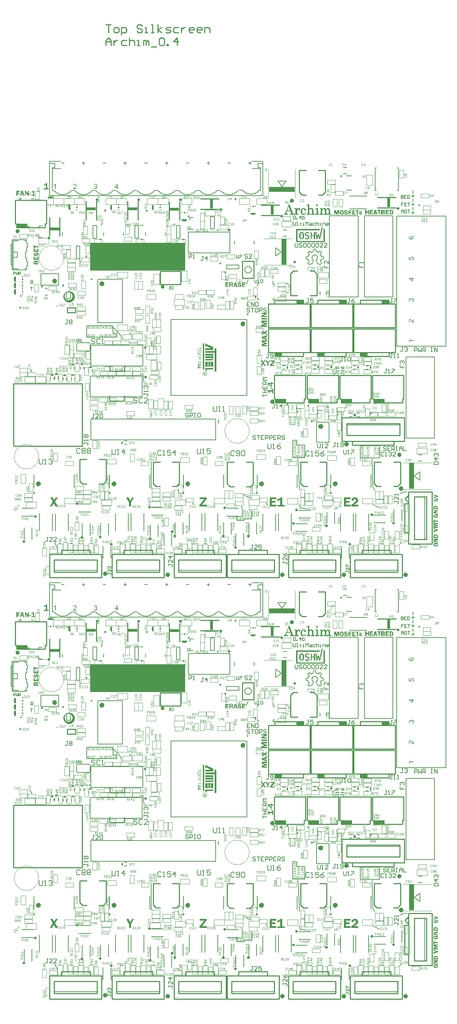
<source format=gto>
G04 Layer_Color=65535*
%FSLAX25Y25*%
%MOIN*%
G70*
G01*
G75*
%ADD10C,0.00700*%
%ADD12C,0.01000*%
%ADD78C,0.01200*%
%ADD80C,0.02000*%
%ADD81C,0.00800*%
%ADD82C,0.02400*%
%ADD88C,0.00600*%
%ADD91C,0.01400*%
%ADD134C,0.00984*%
%ADD135C,0.02362*%
%ADD136C,0.00100*%
%ADD137C,0.00400*%
%ADD138C,0.00984*%
%ADD139C,0.00500*%
%ADD140C,0.00394*%
%ADD141C,0.03500*%
%ADD142C,0.02500*%
%ADD143C,0.00787*%
%ADD144C,0.00200*%
%ADD145C,0.00197*%
%ADD146C,0.00598*%
%ADD147R,0.24505X0.04921*%
%ADD148R,0.04921X0.24505*%
%ADD149R,0.91831X0.27100*%
%ADD150R,0.00590X0.01200*%
%ADD151R,0.00600X0.01200*%
%ADD152R,0.01190X0.01200*%
%ADD153R,0.01200X0.01190*%
%ADD154R,0.01200X0.00600*%
%ADD155R,0.01200X0.00590*%
%ADD156R,0.02953X0.08790*%
%ADD157R,0.08790X0.02953*%
G36*
X105087Y812076D02*
X105185Y812061D01*
X105299Y812038D01*
X105427Y812008D01*
X105556Y811962D01*
X105684Y811902D01*
X105692D01*
X105700Y811894D01*
X105745Y811872D01*
X105805Y811834D01*
X105881Y811781D01*
X105964Y811713D01*
X106055Y811630D01*
X106138Y811531D01*
X106214Y811426D01*
X106221Y811411D01*
X106244Y811373D01*
X106274Y811312D01*
X106304Y811237D01*
X106334Y811138D01*
X106365Y811032D01*
X106387Y810919D01*
X106395Y810791D01*
Y810775D01*
Y810738D01*
X106387Y810677D01*
X106372Y810602D01*
X106350Y810511D01*
X106319Y810413D01*
X106282Y810307D01*
X106221Y810208D01*
X106214Y810193D01*
X106191Y810163D01*
X106146Y810118D01*
X106093Y810057D01*
X106017Y809989D01*
X105934Y809921D01*
X105828Y809846D01*
X105707Y809785D01*
X105715D01*
X105730Y809778D01*
X105752D01*
X105783Y809762D01*
X105858Y809740D01*
X105956Y809694D01*
X106062Y809641D01*
X106176Y809566D01*
X106289Y809475D01*
X106387Y809362D01*
X106395Y809347D01*
X106425Y809301D01*
X106463Y809233D01*
X106516Y809142D01*
X106561Y809029D01*
X106599Y808893D01*
X106629Y808734D01*
X106637Y808560D01*
Y808553D01*
Y808530D01*
Y808500D01*
X106629Y808455D01*
X106622Y808394D01*
X106614Y808333D01*
X106599Y808258D01*
X106577Y808182D01*
X106524Y808008D01*
X106486Y807910D01*
X106433Y807819D01*
X106380Y807729D01*
X106319Y807638D01*
X106244Y807547D01*
X106161Y807457D01*
X106153Y807449D01*
X106138Y807434D01*
X106115Y807419D01*
X106078Y807388D01*
X106032Y807351D01*
X105972Y807313D01*
X105904Y807275D01*
X105836Y807237D01*
X105752Y807192D01*
X105662Y807154D01*
X105563Y807116D01*
X105458Y807079D01*
X105344Y807048D01*
X105223Y807033D01*
X105095Y807018D01*
X104966Y807010D01*
X104906D01*
X104860Y807018D01*
X104800Y807026D01*
X104739Y807033D01*
X104664Y807041D01*
X104588Y807056D01*
X104414Y807101D01*
X104233Y807177D01*
X104142Y807215D01*
X104059Y807268D01*
X103968Y807328D01*
X103885Y807396D01*
X103877Y807404D01*
X103870Y807411D01*
X103847Y807434D01*
X103817Y807464D01*
X103787Y807510D01*
X103749Y807555D01*
X103704Y807608D01*
X103666Y807668D01*
X103575Y807819D01*
X103499Y807993D01*
X103431Y808190D01*
X103409Y808296D01*
X103394Y808409D01*
X104006Y808492D01*
Y808485D01*
X104014Y808470D01*
Y808439D01*
X104029Y808409D01*
X104051Y808318D01*
X104089Y808205D01*
X104135Y808084D01*
X104195Y807955D01*
X104271Y807842D01*
X104354Y807744D01*
X104369Y807736D01*
X104399Y807706D01*
X104452Y807676D01*
X104528Y807631D01*
X104611Y807593D01*
X104717Y807555D01*
X104838Y807525D01*
X104966Y807517D01*
X105011D01*
X105042Y807525D01*
X105117Y807532D01*
X105216Y807555D01*
X105337Y807593D01*
X105458Y807638D01*
X105578Y807714D01*
X105692Y807812D01*
X105707Y807827D01*
X105737Y807865D01*
X105783Y807925D01*
X105843Y808016D01*
X105896Y808122D01*
X105941Y808250D01*
X105972Y808394D01*
X105987Y808553D01*
Y808560D01*
Y808568D01*
Y808591D01*
X105979Y808621D01*
X105972Y808696D01*
X105949Y808795D01*
X105919Y808901D01*
X105866Y809021D01*
X105798Y809135D01*
X105707Y809241D01*
X105692Y809256D01*
X105662Y809286D01*
X105601Y809324D01*
X105518Y809377D01*
X105420Y809430D01*
X105299Y809468D01*
X105170Y809498D01*
X105019Y809513D01*
X104951D01*
X104898Y809505D01*
X104838Y809498D01*
X104762Y809490D01*
X104679Y809475D01*
X104588Y809452D01*
X104656Y809989D01*
X104694D01*
X104724Y809982D01*
X104823D01*
X104891Y809989D01*
X104989Y810004D01*
X105095Y810027D01*
X105208Y810065D01*
X105329Y810110D01*
X105450Y810178D01*
X105465Y810186D01*
X105503Y810216D01*
X105548Y810269D01*
X105609Y810337D01*
X105669Y810420D01*
X105715Y810526D01*
X105752Y810655D01*
X105768Y810806D01*
Y810813D01*
Y810821D01*
Y810859D01*
X105752Y810919D01*
X105737Y811002D01*
X105715Y811085D01*
X105669Y811176D01*
X105616Y811274D01*
X105541Y811357D01*
X105533Y811365D01*
X105503Y811395D01*
X105450Y811433D01*
X105382Y811471D01*
X105299Y811516D01*
X105201Y811547D01*
X105087Y811577D01*
X104959Y811584D01*
X104898D01*
X104830Y811569D01*
X104754Y811554D01*
X104656Y811531D01*
X104558Y811486D01*
X104460Y811433D01*
X104361Y811357D01*
X104354Y811350D01*
X104324Y811320D01*
X104286Y811267D01*
X104240Y811191D01*
X104188Y811100D01*
X104142Y810987D01*
X104097Y810851D01*
X104067Y810692D01*
X103454Y810798D01*
Y810806D01*
X103462Y810828D01*
X103469Y810859D01*
X103477Y810896D01*
X103492Y810949D01*
X103507Y811010D01*
X103560Y811146D01*
X103621Y811297D01*
X103711Y811456D01*
X103817Y811607D01*
X103953Y811743D01*
X103961Y811751D01*
X103968Y811758D01*
X103991Y811773D01*
X104029Y811796D01*
X104067Y811819D01*
X104112Y811849D01*
X104225Y811917D01*
X104369Y811977D01*
X104543Y812030D01*
X104732Y812068D01*
X104838Y812083D01*
X105011D01*
X105087Y812076D01*
D02*
G37*
G36*
X126161Y808840D02*
X126833D01*
Y808281D01*
X126161D01*
Y807094D01*
X125548D01*
Y808281D01*
X123394D01*
Y808840D01*
X125662Y812053D01*
X126161D01*
Y808840D01*
D02*
G37*
G36*
X85246Y812076D02*
X85306Y812068D01*
X85374Y812061D01*
X85450Y812053D01*
X85533Y812030D01*
X85715Y811985D01*
X85904Y811917D01*
X86002Y811872D01*
X86093Y811819D01*
X86176Y811751D01*
X86259Y811683D01*
X86266Y811675D01*
X86274Y811668D01*
X86297Y811645D01*
X86327Y811615D01*
X86357Y811569D01*
X86395Y811524D01*
X86471Y811411D01*
X86546Y811267D01*
X86614Y811100D01*
X86667Y810911D01*
X86675Y810806D01*
X86682Y810700D01*
Y810685D01*
Y810647D01*
X86675Y810586D01*
X86667Y810511D01*
X86652Y810420D01*
X86629Y810322D01*
X86599Y810216D01*
X86554Y810110D01*
X86546Y810095D01*
X86531Y810057D01*
X86501Y810004D01*
X86456Y809929D01*
X86403Y809838D01*
X86335Y809732D01*
X86244Y809626D01*
X86146Y809505D01*
X86130Y809490D01*
X86093Y809445D01*
X86025Y809377D01*
X85979Y809332D01*
X85926Y809278D01*
X85866Y809218D01*
X85790Y809150D01*
X85715Y809082D01*
X85632Y808999D01*
X85541Y808916D01*
X85435Y808825D01*
X85329Y808734D01*
X85208Y808628D01*
X85201Y808621D01*
X85185Y808606D01*
X85155Y808583D01*
X85117Y808553D01*
X85027Y808477D01*
X84913Y808379D01*
X84800Y808273D01*
X84679Y808167D01*
X84581Y808076D01*
X84543Y808039D01*
X84505Y808001D01*
X84497Y807993D01*
X84482Y807971D01*
X84452Y807940D01*
X84414Y807895D01*
X84331Y807797D01*
X84248Y807676D01*
X86690D01*
Y807094D01*
X83401D01*
Y807101D01*
Y807131D01*
Y807177D01*
X83409Y807230D01*
X83416Y807290D01*
X83424Y807358D01*
X83447Y807434D01*
X83469Y807510D01*
Y807517D01*
X83477Y807525D01*
X83492Y807570D01*
X83522Y807631D01*
X83568Y807721D01*
X83621Y807819D01*
X83696Y807933D01*
X83772Y808046D01*
X83870Y808167D01*
Y808175D01*
X83885Y808182D01*
X83923Y808228D01*
X83983Y808296D01*
X84074Y808387D01*
X84188Y808492D01*
X84324Y808621D01*
X84490Y808764D01*
X84671Y808923D01*
X84679Y808931D01*
X84709Y808953D01*
X84747Y808984D01*
X84800Y809037D01*
X84868Y809089D01*
X84943Y809158D01*
X85110Y809301D01*
X85291Y809475D01*
X85473Y809649D01*
X85563Y809732D01*
X85639Y809815D01*
X85707Y809898D01*
X85768Y809974D01*
Y809982D01*
X85783Y809989D01*
X85798Y810012D01*
X85813Y810042D01*
X85858Y810118D01*
X85911Y810216D01*
X85964Y810329D01*
X86010Y810450D01*
X86040Y810586D01*
X86055Y810715D01*
Y810723D01*
Y810730D01*
X86047Y810775D01*
X86040Y810843D01*
X86025Y810927D01*
X85987Y811025D01*
X85941Y811123D01*
X85881Y811229D01*
X85790Y811327D01*
X85775Y811335D01*
X85745Y811365D01*
X85684Y811403D01*
X85609Y811456D01*
X85510Y811501D01*
X85397Y811539D01*
X85261Y811569D01*
X85110Y811577D01*
X85065D01*
X85034Y811569D01*
X84959Y811562D01*
X84860Y811547D01*
X84747Y811509D01*
X84626Y811463D01*
X84513Y811395D01*
X84407Y811305D01*
X84399Y811290D01*
X84369Y811259D01*
X84324Y811199D01*
X84278Y811116D01*
X84225Y811010D01*
X84188Y810889D01*
X84157Y810745D01*
X84142Y810579D01*
X83515Y810647D01*
Y810655D01*
Y810677D01*
X83522Y810715D01*
X83530Y810760D01*
X83545Y810821D01*
X83552Y810889D01*
X83598Y811040D01*
X83658Y811214D01*
X83741Y811388D01*
X83855Y811562D01*
X83915Y811637D01*
X83991Y811713D01*
X83999Y811720D01*
X84014Y811728D01*
X84036Y811751D01*
X84066Y811773D01*
X84112Y811796D01*
X84165Y811834D01*
X84225Y811864D01*
X84293Y811902D01*
X84369Y811932D01*
X84452Y811970D01*
X84550Y812000D01*
X84649Y812023D01*
X84876Y812068D01*
X84996Y812076D01*
X85125Y812083D01*
X85193D01*
X85246Y812076D01*
D02*
G37*
G36*
X66723Y807094D02*
X66111D01*
Y810979D01*
X66103Y810972D01*
X66073Y810942D01*
X66020Y810904D01*
X65952Y810851D01*
X65869Y810783D01*
X65771Y810715D01*
X65657Y810632D01*
X65529Y810556D01*
X65521D01*
X65514Y810549D01*
X65468Y810518D01*
X65400Y810481D01*
X65317Y810435D01*
X65219Y810382D01*
X65113Y810337D01*
X65000Y810284D01*
X64894Y810239D01*
Y810836D01*
X64901D01*
X64916Y810843D01*
X64947Y810859D01*
X64977Y810881D01*
X65022Y810904D01*
X65075Y810927D01*
X65196Y810995D01*
X65332Y811078D01*
X65483Y811176D01*
X65635Y811290D01*
X65778Y811411D01*
X65786Y811418D01*
X65793Y811426D01*
X65839Y811471D01*
X65907Y811539D01*
X65990Y811622D01*
X66081Y811728D01*
X66171Y811841D01*
X66255Y811962D01*
X66322Y812083D01*
X66723D01*
Y807094D01*
D02*
G37*
G36*
X58310Y807695D02*
X59940D01*
Y806622D01*
X55177D01*
Y807695D01*
X56963D01*
Y811062D01*
X56953Y811053D01*
X56914Y811033D01*
X56866Y811004D01*
X56787Y810955D01*
X56700Y810906D01*
X56602Y810848D01*
X56485Y810779D01*
X56368Y810711D01*
X56104Y810565D01*
X55831Y810418D01*
X55558Y810291D01*
X55440Y810233D01*
X55323Y810184D01*
Y811394D01*
X55343Y811404D01*
X55392Y811414D01*
X55470Y811443D01*
X55567Y811472D01*
X55694Y811521D01*
X55831Y811570D01*
X55987Y811638D01*
X56143Y811707D01*
X56475Y811882D01*
X56807Y812077D01*
X56953Y812195D01*
X57090Y812321D01*
X57217Y812448D01*
X57314Y812585D01*
X58310D01*
Y807695D01*
D02*
G37*
G36*
X40655Y800571D02*
X39710D01*
X37867Y803742D01*
Y803734D01*
Y803726D01*
Y803679D01*
Y803625D01*
X37875Y803586D01*
Y803578D01*
Y803562D01*
X37883Y803515D01*
X37890Y803445D01*
Y803382D01*
Y800571D01*
X37031D01*
Y805272D01*
X38211D01*
X39827Y802492D01*
Y802500D01*
Y802523D01*
X39819Y802562D01*
Y802609D01*
X39812Y802719D01*
X39804Y802765D01*
Y802812D01*
Y805272D01*
X40655D01*
Y800571D01*
D02*
G37*
G36*
X42850Y801985D02*
X41210D01*
Y802734D01*
X42850D01*
Y801985D01*
D02*
G37*
G36*
X45747Y801430D02*
X47052D01*
Y800571D01*
X43240D01*
Y801430D01*
X44669D01*
Y804124D01*
X44662Y804117D01*
X44630Y804101D01*
X44591Y804078D01*
X44529Y804039D01*
X44459Y804000D01*
X44381Y803953D01*
X44287Y803898D01*
X44193Y803843D01*
X43982Y803726D01*
X43764Y803609D01*
X43545Y803507D01*
X43451Y803461D01*
X43357Y803421D01*
Y804390D01*
X43373Y804398D01*
X43412Y804406D01*
X43475Y804429D01*
X43553Y804452D01*
X43654Y804492D01*
X43764Y804531D01*
X43889Y804585D01*
X44013Y804640D01*
X44279Y804780D01*
X44545Y804937D01*
X44662Y805030D01*
X44771Y805132D01*
X44872Y805233D01*
X44951Y805343D01*
X45747D01*
Y801430D01*
D02*
G37*
G36*
X36531Y800571D02*
X35344D01*
X35055Y801539D01*
X33532D01*
X33236Y800571D01*
X32275D01*
X33775Y805272D01*
X35063D01*
X36531Y800571D01*
D02*
G37*
G36*
X32181Y804343D02*
X29979D01*
Y803289D01*
X31721D01*
Y802414D01*
X29979D01*
Y800571D01*
X28839D01*
Y805272D01*
X32181D01*
Y804343D01*
D02*
G37*
G36*
X317939Y792233D02*
X318033Y792218D01*
X318127Y792186D01*
X318220Y792140D01*
X318330Y792077D01*
X318423Y791983D01*
X318439Y791968D01*
X318470Y791936D01*
X318501Y791890D01*
X318564Y791812D01*
X318611Y791733D01*
X318642Y791624D01*
X318673Y791515D01*
X318689Y791390D01*
Y791374D01*
Y791327D01*
X318673Y791265D01*
X318657Y791187D01*
X318626Y791093D01*
X318579Y790999D01*
X318517Y790890D01*
X318423Y790796D01*
X318408Y790781D01*
X318376Y790765D01*
X318330Y790718D01*
X318251Y790671D01*
X318173Y790624D01*
X318064Y790593D01*
X317955Y790562D01*
X317830Y790546D01*
X317767D01*
X317705Y790562D01*
X317627Y790578D01*
X317517Y790609D01*
X317424Y790656D01*
X317314Y790718D01*
X317220Y790796D01*
X317205Y790812D01*
X317189Y790843D01*
X317142Y790890D01*
X317095Y790968D01*
X317049Y791046D01*
X317017Y791155D01*
X316986Y791265D01*
X316971Y791390D01*
Y791405D01*
Y791452D01*
X316986Y791515D01*
X317002Y791593D01*
X317033Y791687D01*
X317080Y791780D01*
X317142Y791890D01*
X317220Y791983D01*
X317236Y791999D01*
X317267Y792030D01*
X317314Y792062D01*
X317392Y792124D01*
X317470Y792171D01*
X317580Y792202D01*
X317689Y792233D01*
X317814Y792249D01*
X317877D01*
X317939Y792233D01*
D02*
G37*
G36*
X298477Y786423D02*
X298492Y786485D01*
Y786563D01*
X298508Y786657D01*
X298523Y786766D01*
X298570Y787016D01*
X298648Y787297D01*
X298742Y787578D01*
X298883Y787860D01*
X299054Y788125D01*
X299086Y788157D01*
X299148Y788235D01*
X299257Y788328D01*
X299414Y788453D01*
X299601Y788578D01*
X299820Y788672D01*
X300070Y788750D01*
X300351Y788781D01*
X300445D01*
X300538Y788766D01*
X300663Y788734D01*
X300804Y788703D01*
X300944Y788641D01*
X301101Y788547D01*
X301226Y788438D01*
X301241Y788422D01*
X301273Y788375D01*
X301335Y788297D01*
X301397Y788203D01*
X301460Y788078D01*
X301522Y787922D01*
X301554Y787750D01*
X301569Y787563D01*
Y787547D01*
Y787485D01*
X301554Y787407D01*
X301538Y787297D01*
X301507Y787188D01*
X301476Y787063D01*
X301413Y786954D01*
X301335Y786844D01*
X301319Y786829D01*
X301288Y786798D01*
X301241Y786766D01*
X301179Y786719D01*
X301085Y786657D01*
X300991Y786626D01*
X300866Y786594D01*
X300741Y786579D01*
X300679D01*
X300616Y786594D01*
X300538Y786610D01*
X300366Y786673D01*
X300273Y786719D01*
X300179Y786798D01*
X300164Y786813D01*
X300148Y786844D01*
X300117Y786891D01*
X300085Y786969D01*
X300039Y787047D01*
X300007Y787157D01*
X299992Y787282D01*
X299976Y787422D01*
Y787438D01*
Y787469D01*
Y787516D01*
X299992Y787578D01*
X300023Y787719D01*
X300101Y787907D01*
X300117Y787922D01*
X300132Y787953D01*
X300136Y787965D01*
X300101Y787953D01*
X300039Y787938D01*
X299976Y787907D01*
X299882Y787844D01*
X299789Y787782D01*
X299679Y787688D01*
X299664Y787672D01*
X299601Y787610D01*
X299523Y787532D01*
X299429Y787407D01*
X299320Y787251D01*
X299211Y787063D01*
X299101Y786829D01*
X299008Y786579D01*
Y786563D01*
X298992Y786532D01*
X298976Y786470D01*
X298945Y786391D01*
X298930Y786298D01*
X298898Y786188D01*
X298836Y785938D01*
X298758Y785642D01*
X298711Y785345D01*
X298664Y785048D01*
X298648Y784783D01*
Y783502D01*
Y783470D01*
X298664Y783408D01*
X298695Y783330D01*
X298742Y783267D01*
X298758Y783252D01*
X298836Y783236D01*
X298898Y783221D01*
X298976Y783205D01*
X299070Y783189D01*
X300085D01*
Y782440D01*
X296087D01*
Y783189D01*
X296868D01*
X296961Y783205D01*
X297071Y783221D01*
X297180Y783267D01*
X297196Y783283D01*
X297242Y783314D01*
X297274Y783377D01*
X297289Y783455D01*
Y787251D01*
Y787266D01*
Y787313D01*
Y787375D01*
X297274Y787454D01*
X297227Y787641D01*
X297180Y787719D01*
X297133Y787782D01*
Y787797D01*
X297102Y787813D01*
X297024Y787875D01*
X296899Y787922D01*
X296805Y787953D01*
X296055D01*
Y788656D01*
X298477Y788797D01*
Y786423D01*
D02*
G37*
G36*
X305412Y788812D02*
X305630Y788781D01*
X305865Y788719D01*
X306130Y788625D01*
X306380Y788484D01*
X306630Y788313D01*
X306661Y788297D01*
X306724Y788219D01*
X306833Y788110D01*
X306943Y787969D01*
X307052Y787797D01*
X307161Y787610D01*
X307224Y787391D01*
X307255Y787157D01*
Y787141D01*
Y787094D01*
X307239Y787016D01*
X307224Y786923D01*
X307192Y786813D01*
X307146Y786704D01*
X307083Y786579D01*
X306989Y786470D01*
X306974Y786454D01*
X306943Y786423D01*
X306896Y786391D01*
X306818Y786344D01*
X306724Y786282D01*
X306630Y786251D01*
X306505Y786220D01*
X306380Y786204D01*
X306318D01*
X306255Y786220D01*
X306177Y786235D01*
X306083Y786266D01*
X305974Y786298D01*
X305880Y786360D01*
X305787Y786438D01*
X305771Y786454D01*
X305755Y786485D01*
X305709Y786532D01*
X305677Y786594D01*
X305584Y786782D01*
X305568Y786876D01*
X305552Y787001D01*
Y787016D01*
Y787063D01*
X305568Y787126D01*
X305584Y787204D01*
X305615Y787297D01*
X305662Y787407D01*
X305724Y787516D01*
X305818Y787625D01*
X305834Y787641D01*
X305865Y787672D01*
X305880Y787704D01*
X305896Y787735D01*
Y787750D01*
X305865Y787797D01*
X305818Y787875D01*
X305755Y787922D01*
X305693Y787969D01*
X305677D01*
X305662Y788000D01*
X305615Y788016D01*
X305537Y788047D01*
X305459Y788078D01*
X305365Y788094D01*
X305240Y788125D01*
X305068D01*
X304990Y788110D01*
X304849Y788094D01*
X304693Y788047D01*
X304506Y787985D01*
X304303Y787875D01*
X304115Y787735D01*
X303928Y787547D01*
Y787532D01*
X303912Y787516D01*
X303881Y787469D01*
X303865Y787422D01*
X303834Y787344D01*
X303787Y787251D01*
X303709Y787032D01*
X303631Y786751D01*
X303553Y786407D01*
X303506Y786001D01*
X303490Y785548D01*
Y785532D01*
Y785501D01*
Y785423D01*
X303506Y785345D01*
Y785251D01*
X303522Y785126D01*
X303553Y784861D01*
X303600Y784564D01*
X303694Y784251D01*
X303803Y783955D01*
X303959Y783705D01*
X303975Y783673D01*
X304037Y783611D01*
X304147Y783517D01*
X304287Y783408D01*
X304459Y783283D01*
X304662Y783189D01*
X304896Y783127D01*
X305162Y783096D01*
X305209D01*
X305256Y783111D01*
X305318D01*
X305505Y783174D01*
X305615Y783221D01*
X305724Y783267D01*
X305849Y783346D01*
X305974Y783439D01*
X306099Y783549D01*
X306224Y783689D01*
X306349Y783845D01*
X306474Y784033D01*
X306583Y784251D01*
X306693Y784501D01*
X307333Y784314D01*
Y784298D01*
X307302Y784220D01*
X307271Y784127D01*
X307224Y784002D01*
X307146Y783845D01*
X307067Y783673D01*
X306958Y783486D01*
X306833Y783299D01*
X306693Y783096D01*
X306521Y782908D01*
X306333Y782736D01*
X306115Y782596D01*
X305880Y782455D01*
X305599Y782361D01*
X305318Y782299D01*
X304990Y782268D01*
X304865D01*
X304771Y782283D01*
X304662Y782299D01*
X304537Y782315D01*
X304240Y782377D01*
X303897Y782471D01*
X303553Y782627D01*
X303365Y782736D01*
X303194Y782846D01*
X303022Y782971D01*
X302866Y783127D01*
X302850Y783143D01*
X302835Y783174D01*
X302788Y783221D01*
X302741Y783283D01*
X302678Y783377D01*
X302600Y783470D01*
X302522Y783595D01*
X302460Y783736D01*
X302381Y783892D01*
X302303Y784064D01*
X302225Y784251D01*
X302163Y784454D01*
X302069Y784907D01*
X302053Y785142D01*
X302038Y785407D01*
Y785423D01*
Y785486D01*
Y785564D01*
X302053Y785673D01*
X302069Y785814D01*
X302085Y785970D01*
X302116Y786141D01*
X302147Y786329D01*
X302256Y786735D01*
X302335Y786954D01*
X302413Y787157D01*
X302522Y787375D01*
X302631Y787563D01*
X302772Y787766D01*
X302928Y787938D01*
X302944Y787953D01*
X302975Y787985D01*
X303022Y788016D01*
X303084Y788078D01*
X303178Y788141D01*
X303287Y788219D01*
X303397Y788313D01*
X303537Y788391D01*
X303850Y788563D01*
X304225Y788703D01*
X304428Y788766D01*
X304631Y788812D01*
X304849Y788828D01*
X305084Y788844D01*
X305240D01*
X305412Y788812D01*
D02*
G37*
G36*
X345732Y786833D02*
X345813Y786826D01*
X345922Y786811D01*
X346039Y786789D01*
X346164Y786753D01*
X346303Y786709D01*
X346442Y786657D01*
X346581Y786584D01*
X346727Y786504D01*
X346859Y786401D01*
X346984Y786284D01*
X347101Y786145D01*
X347196Y785984D01*
X347276Y785801D01*
X346398Y785508D01*
Y785515D01*
X346391Y785530D01*
X346376Y785559D01*
X346361Y785589D01*
X346310Y785676D01*
X346237Y785772D01*
X346134Y785867D01*
X346069Y785911D01*
X346003Y785955D01*
X345930Y785984D01*
X345842Y786013D01*
X345747Y786028D01*
X345644Y786035D01*
X345585D01*
X345549Y786028D01*
X345454Y786013D01*
X345344Y785984D01*
X345227Y785940D01*
X345132Y785867D01*
X345095Y785823D01*
X345066Y785764D01*
X345044Y785706D01*
X345037Y785633D01*
Y785625D01*
Y785611D01*
X345044Y785581D01*
X345051Y785545D01*
X345066Y785501D01*
X345080Y785457D01*
X345110Y785413D01*
X345146Y785369D01*
X345154Y785362D01*
X345168Y785354D01*
X345205Y785332D01*
X345256Y785303D01*
X345322Y785274D01*
X345417Y785237D01*
X345527Y785208D01*
X345666Y785171D01*
X345673D01*
X345695Y785164D01*
X345732Y785157D01*
X345776Y785149D01*
X345827Y785135D01*
X345893Y785120D01*
X346039Y785084D01*
X346200Y785040D01*
X346361Y784996D01*
X346515Y784944D01*
X346581Y784923D01*
X346647Y784893D01*
X346654D01*
X346662Y784886D01*
X346698Y784864D01*
X346757Y784835D01*
X346830Y784784D01*
X346918Y784725D01*
X347006Y784644D01*
X347094Y784557D01*
X347174Y784447D01*
X347181Y784432D01*
X347211Y784396D01*
X347247Y784330D01*
X347284Y784249D01*
X347328Y784147D01*
X347357Y784029D01*
X347386Y783898D01*
X347394Y783759D01*
Y783751D01*
Y783729D01*
Y783700D01*
X347386Y783656D01*
X347379Y783605D01*
X347372Y783546D01*
X347335Y783407D01*
X347284Y783246D01*
X347247Y783166D01*
X347196Y783078D01*
X347145Y782990D01*
X347086Y782902D01*
X347013Y782814D01*
X346932Y782734D01*
X346925Y782727D01*
X346911Y782712D01*
X346881Y782697D01*
X346845Y782668D01*
X346801Y782631D01*
X346742Y782595D01*
X346669Y782558D01*
X346588Y782522D01*
X346500Y782478D01*
X346398Y782441D01*
X346288Y782405D01*
X346164Y782368D01*
X346032Y782339D01*
X345886Y782324D01*
X345732Y782309D01*
X345571Y782302D01*
X345505D01*
X345461Y782309D01*
X345403D01*
X345329Y782317D01*
X345256Y782331D01*
X345176Y782339D01*
X344993Y782375D01*
X344802Y782434D01*
X344605Y782507D01*
X344422Y782609D01*
X344414Y782617D01*
X344400Y782624D01*
X344378Y782639D01*
X344349Y782668D01*
X344261Y782741D01*
X344165Y782836D01*
X344063Y782968D01*
X343960Y783122D01*
X343865Y783312D01*
X343829Y783415D01*
X343799Y783524D01*
X344758Y783744D01*
Y783737D01*
X344766Y783715D01*
X344780Y783685D01*
X344795Y783649D01*
X344817Y783598D01*
X344846Y783546D01*
X344883Y783488D01*
X344927Y783437D01*
X344978Y783378D01*
X345044Y783320D01*
X345117Y783268D01*
X345198Y783217D01*
X345293Y783180D01*
X345395Y783151D01*
X345512Y783129D01*
X345644Y783122D01*
X345703D01*
X345761Y783129D01*
X345842Y783137D01*
X345930Y783151D01*
X346017Y783180D01*
X346098Y783210D01*
X346171Y783254D01*
X346179Y783261D01*
X346200Y783276D01*
X346230Y783305D01*
X346259Y783349D01*
X346288Y783393D01*
X346318Y783451D01*
X346340Y783517D01*
X346347Y783583D01*
Y783590D01*
Y783612D01*
X346340Y783649D01*
X346325Y783693D01*
X346310Y783744D01*
X346281Y783795D01*
X346237Y783839D01*
X346186Y783883D01*
X346179Y783890D01*
X346157Y783905D01*
X346113Y783920D01*
X346047Y783949D01*
X345966Y783978D01*
X345864Y784015D01*
X345732Y784044D01*
X345578Y784081D01*
X345571D01*
X345542Y784088D01*
X345498Y784103D01*
X345439Y784110D01*
X345373Y784132D01*
X345293Y784154D01*
X345205Y784176D01*
X345110Y784205D01*
X344912Y784271D01*
X344714Y784359D01*
X344619Y784403D01*
X344531Y784447D01*
X344451Y784505D01*
X344378Y784557D01*
X344370Y784564D01*
X344363Y784571D01*
X344326Y784615D01*
X344268Y784681D01*
X344202Y784784D01*
X344136Y784908D01*
X344085Y785062D01*
X344041Y785237D01*
X344034Y785340D01*
X344026Y785442D01*
Y785450D01*
Y785472D01*
Y785501D01*
X344034Y785537D01*
X344041Y785589D01*
X344048Y785647D01*
X344078Y785786D01*
X344129Y785940D01*
X344165Y786021D01*
X344209Y786108D01*
X344253Y786189D01*
X344312Y786269D01*
X344378Y786350D01*
X344451Y786431D01*
X344458Y786438D01*
X344473Y786445D01*
X344495Y786467D01*
X344531Y786496D01*
X344575Y786526D01*
X344627Y786562D01*
X344685Y786599D01*
X344758Y786635D01*
X344832Y786672D01*
X344919Y786709D01*
X345015Y786745D01*
X345117Y786774D01*
X345227Y786804D01*
X345351Y786826D01*
X345476Y786833D01*
X345607Y786840D01*
X345666D01*
X345732Y786833D01*
D02*
G37*
G36*
X367701Y782520D02*
X366691D01*
Y784335D01*
X365300D01*
Y782520D01*
X364290D01*
Y786926D01*
X365300D01*
Y785206D01*
X366691D01*
Y786926D01*
X367701D01*
Y782520D01*
D02*
G37*
G36*
X359955Y785691D02*
X360006D01*
X360123Y785676D01*
X360255Y785647D01*
X360394Y785611D01*
X360526Y785559D01*
X360650Y785494D01*
X360665Y785486D01*
X360701Y785457D01*
X360760Y785406D01*
X360826Y785332D01*
X360899Y785245D01*
X360980Y785135D01*
X361060Y784996D01*
X361126Y784842D01*
X360423Y784659D01*
Y784666D01*
X360416Y784681D01*
X360408Y784703D01*
X360394Y784725D01*
X360357Y784798D01*
X360299Y784879D01*
X360211Y784959D01*
X360160Y784996D01*
X360101Y785032D01*
X360035Y785054D01*
X359962Y785076D01*
X359881Y785091D01*
X359786Y785098D01*
X359742D01*
X359713Y785091D01*
X359633Y785084D01*
X359552Y785062D01*
X359464Y785025D01*
X359384Y784974D01*
X359354Y784937D01*
X359332Y784901D01*
X359318Y784849D01*
X359311Y784798D01*
Y784791D01*
Y784776D01*
X359325Y784732D01*
X359347Y784666D01*
X359369Y784637D01*
X359398Y784608D01*
X359406D01*
X359420Y784600D01*
X359450Y784586D01*
X359486Y784571D01*
X359552Y784549D01*
X359633Y784535D01*
X359735Y784513D01*
X359859Y784498D01*
X359881D01*
X359911Y784491D01*
X359947Y784483D01*
X359999Y784476D01*
X360050Y784469D01*
X360174Y784447D01*
X360306Y784425D01*
X360438Y784396D01*
X360570Y784366D01*
X360679Y784330D01*
X360694Y784322D01*
X360723Y784315D01*
X360774Y784286D01*
X360833Y784256D01*
X360899Y784205D01*
X360972Y784154D01*
X361045Y784081D01*
X361104Y784000D01*
X361111Y783993D01*
X361126Y783956D01*
X361155Y783912D01*
X361185Y783847D01*
X361214Y783766D01*
X361243Y783664D01*
X361258Y783561D01*
X361265Y783437D01*
Y783429D01*
Y783415D01*
Y783385D01*
X361258Y783356D01*
X361250Y783312D01*
X361243Y783261D01*
X361214Y783144D01*
X361170Y783012D01*
X361104Y782880D01*
X361060Y782807D01*
X361009Y782741D01*
X360943Y782675D01*
X360877Y782617D01*
X360870D01*
X360862Y782602D01*
X360840Y782587D01*
X360804Y782565D01*
X360767Y782544D01*
X360723Y782514D01*
X360665Y782492D01*
X360599Y782463D01*
X360526Y782434D01*
X360453Y782405D01*
X360365Y782375D01*
X360269Y782353D01*
X360160Y782331D01*
X360050Y782317D01*
X359933Y782309D01*
X359808Y782302D01*
X359757D01*
X359691Y782309D01*
X359611Y782317D01*
X359516Y782331D01*
X359406Y782353D01*
X359289Y782382D01*
X359157Y782419D01*
X359032Y782470D01*
X358901Y782536D01*
X358784Y782617D01*
X358666Y782705D01*
X358557Y782814D01*
X358461Y782946D01*
X358388Y783093D01*
X358330Y783261D01*
X359142Y783385D01*
Y783378D01*
X359150Y783363D01*
X359157Y783341D01*
X359164Y783320D01*
X359208Y783246D01*
X359267Y783166D01*
X359311Y783122D01*
X359362Y783085D01*
X359420Y783049D01*
X359486Y783012D01*
X359559Y782990D01*
X359647Y782968D01*
X359750Y782954D01*
X359859Y782946D01*
X359896D01*
X359940Y782954D01*
X359999D01*
X360057Y782968D01*
X360123Y782983D01*
X360189Y782997D01*
X360255Y783027D01*
X360262Y783034D01*
X360284Y783041D01*
X360306Y783063D01*
X360343Y783093D01*
X360372Y783122D01*
X360394Y783166D01*
X360416Y783210D01*
X360423Y783261D01*
Y783268D01*
X360416Y783297D01*
X360401Y783334D01*
X360379Y783378D01*
X360335Y783429D01*
X360269Y783473D01*
X360226Y783488D01*
X360182Y783510D01*
X360123Y783524D01*
X360057Y783532D01*
X360050D01*
X360013Y783539D01*
X359962Y783546D01*
X359896Y783554D01*
X359816Y783568D01*
X359728Y783583D01*
X359633Y783598D01*
X359523Y783620D01*
X359303Y783678D01*
X359091Y783737D01*
X358996Y783773D01*
X358908Y783817D01*
X358827Y783861D01*
X358762Y783905D01*
X358747Y783920D01*
X358710Y783949D01*
X358666Y784008D01*
X358608Y784088D01*
X358549Y784191D01*
X358505Y784315D01*
X358469Y784461D01*
X358454Y784622D01*
Y784630D01*
Y784644D01*
Y784666D01*
X358461Y784703D01*
X358476Y784784D01*
X358498Y784893D01*
X358542Y785018D01*
X358608Y785142D01*
X358644Y785208D01*
X358696Y785274D01*
X358747Y785332D01*
X358813Y785391D01*
X358820Y785398D01*
X358827Y785406D01*
X358849Y785420D01*
X358879Y785442D01*
X358915Y785464D01*
X358959Y785486D01*
X359010Y785515D01*
X359076Y785545D01*
X359142Y785574D01*
X359215Y785603D01*
X359303Y785625D01*
X359391Y785647D01*
X359596Y785684D01*
X359823Y785699D01*
X359911D01*
X359955Y785691D01*
D02*
G37*
G36*
X339129Y782368D02*
X338090D01*
Y785955D01*
X336977Y782368D01*
X336267D01*
X335191Y785955D01*
Y782368D01*
X334327D01*
Y786774D01*
X335930D01*
X336699Y784132D01*
X337512Y786774D01*
X339129D01*
Y782368D01*
D02*
G37*
G36*
X389222Y786919D02*
X389302Y786912D01*
X389390Y786904D01*
X389478Y786897D01*
X389683Y786868D01*
X389888Y786831D01*
X390078Y786772D01*
X390166Y786736D01*
X390247Y786692D01*
X390254D01*
X390261Y786685D01*
X390283Y786670D01*
X390313Y786648D01*
X390393Y786597D01*
X390488Y786516D01*
X390598Y786414D01*
X390722Y786297D01*
X390847Y786143D01*
X390971Y785975D01*
X390979Y785967D01*
X390986Y785953D01*
X391001Y785923D01*
X391023Y785887D01*
X391044Y785836D01*
X391074Y785777D01*
X391103Y785711D01*
X391132Y785638D01*
X391162Y785550D01*
X391191Y785455D01*
X391220Y785352D01*
X391242Y785243D01*
X391264Y785125D01*
X391279Y785001D01*
X391293Y784869D01*
Y784730D01*
Y784723D01*
Y784686D01*
Y784642D01*
X391286Y784577D01*
X391279Y784489D01*
X391264Y784401D01*
X391249Y784291D01*
X391220Y784181D01*
X391191Y784057D01*
X391154Y783932D01*
X391110Y783801D01*
X391059Y783662D01*
X390993Y783530D01*
X390913Y783398D01*
X390832Y783274D01*
X390730Y783149D01*
X390722Y783142D01*
X390708Y783120D01*
X390671Y783090D01*
X390627Y783054D01*
X390569Y783003D01*
X390503Y782951D01*
X390422Y782893D01*
X390327Y782834D01*
X390225Y782776D01*
X390108Y782717D01*
X389983Y782666D01*
X389844Y782615D01*
X389698Y782578D01*
X389544Y782549D01*
X389368Y782527D01*
X389193Y782520D01*
X387677D01*
Y786926D01*
X389156D01*
X389222Y786919D01*
D02*
G37*
G36*
X387063Y786084D02*
X384954D01*
Y785184D01*
X386616D01*
Y784357D01*
X384954D01*
Y783391D01*
X387063D01*
Y782520D01*
X383908D01*
Y786926D01*
X387063D01*
Y786084D01*
D02*
G37*
G36*
X381792Y786919D02*
X381843D01*
X381960Y786912D01*
X382100Y786890D01*
X382231Y786868D01*
X382363Y786831D01*
X382480Y786787D01*
X382495Y786780D01*
X382524Y786765D01*
X382575Y786729D01*
X382641Y786685D01*
X382714Y786626D01*
X382795Y786560D01*
X382868Y786480D01*
X382941Y786392D01*
X382949Y786377D01*
X382971Y786348D01*
X383000Y786297D01*
X383036Y786224D01*
X383066Y786136D01*
X383095Y786033D01*
X383117Y785916D01*
X383124Y785784D01*
Y785777D01*
Y785755D01*
X383117Y785718D01*
X383110Y785667D01*
X383102Y785609D01*
X383080Y785543D01*
X383058Y785469D01*
X383022Y785389D01*
X382985Y785309D01*
X382927Y785221D01*
X382868Y785140D01*
X382788Y785060D01*
X382700Y784986D01*
X382590Y784921D01*
X382466Y784855D01*
X382326Y784803D01*
X382334D01*
X382348Y784796D01*
X382370Y784789D01*
X382400Y784781D01*
X382488Y784752D01*
X382583Y784716D01*
X382700Y784657D01*
X382809Y784591D01*
X382919Y784496D01*
X383014Y784394D01*
X383022Y784379D01*
X383051Y784342D01*
X383088Y784276D01*
X383132Y784196D01*
X383175Y784093D01*
X383212Y783984D01*
X383241Y783859D01*
X383249Y783727D01*
Y783720D01*
Y783705D01*
Y783683D01*
X383241Y783647D01*
X383234Y783603D01*
X383227Y783552D01*
X383205Y783435D01*
X383154Y783303D01*
X383088Y783164D01*
X383044Y783090D01*
X382993Y783017D01*
X382934Y782944D01*
X382868Y782878D01*
X382861Y782871D01*
X382854Y782864D01*
X382832Y782849D01*
X382795Y782820D01*
X382758Y782798D01*
X382707Y782768D01*
X382648Y782732D01*
X382575Y782703D01*
X382495Y782666D01*
X382407Y782637D01*
X382305Y782600D01*
X382195Y782578D01*
X382078Y782556D01*
X381946Y782534D01*
X381807Y782527D01*
X381653Y782520D01*
X379603D01*
Y786926D01*
X381741D01*
X381792Y786919D01*
D02*
G37*
G36*
X379164Y786055D02*
X378074D01*
Y782520D01*
X377027D01*
Y786055D01*
X375929D01*
Y786926D01*
X379164D01*
Y786055D01*
D02*
G37*
G36*
X375900Y782520D02*
X374787D01*
X374516Y783427D01*
X373089D01*
X372810Y782520D01*
X371910D01*
X373316Y786926D01*
X374523D01*
X375900Y782520D01*
D02*
G37*
G36*
X371734Y786084D02*
X369626D01*
Y785184D01*
X371288D01*
Y784357D01*
X369626D01*
Y783391D01*
X371734D01*
Y782520D01*
X368580D01*
Y786926D01*
X371734D01*
Y786084D01*
D02*
G37*
G36*
X322672Y788781D02*
Y788766D01*
X322703Y788672D01*
X322719Y788516D01*
X322750Y788344D01*
X322781Y788141D01*
X322812Y787922D01*
X322844Y787704D01*
X322859Y787516D01*
X322875Y787547D01*
X322906Y787625D01*
X322969Y787735D01*
X323062Y787875D01*
X323172Y788031D01*
X323297Y788188D01*
X323453Y788344D01*
X323640Y788469D01*
X323672Y788484D01*
X323734Y788516D01*
X323843Y788563D01*
X323984Y788625D01*
X324140Y788688D01*
X324343Y788734D01*
X324546Y788766D01*
X324781Y788781D01*
X324890D01*
X325015Y788766D01*
X325171Y788734D01*
X325343Y788688D01*
X325515Y788625D01*
X325702Y788547D01*
X325874Y788422D01*
X325890Y788406D01*
X325952Y788359D01*
X326015Y788281D01*
X326108Y788157D01*
X326202Y788016D01*
X326296Y787844D01*
X326389Y787641D01*
X326452Y787407D01*
X326467Y787438D01*
X326499Y787516D01*
X326577Y787625D01*
X326655Y787766D01*
X326780Y787938D01*
X326921Y788094D01*
X327092Y788266D01*
X327280Y788406D01*
X327311Y788422D01*
X327374Y788469D01*
X327483Y788531D01*
X327639Y788594D01*
X327811Y788656D01*
X328029Y788719D01*
X328248Y788766D01*
X328498Y788781D01*
X328576D01*
X328639Y788766D01*
X328795Y788750D01*
X328998Y788719D01*
X329217Y788641D01*
X329435Y788547D01*
X329654Y788406D01*
X329841Y788219D01*
X329873Y788188D01*
X329935Y788094D01*
X330013Y787953D01*
X330123Y787766D01*
X330216Y787516D01*
X330310Y787219D01*
X330373Y786891D01*
X330388Y786516D01*
Y783564D01*
Y783549D01*
Y783533D01*
X330404Y783455D01*
X330419Y783361D01*
X330466Y783299D01*
X330498Y783283D01*
X330576Y783252D01*
X330716Y783205D01*
X330904Y783189D01*
X331357D01*
Y782440D01*
X328076D01*
Y783189D01*
X328623D01*
X328686Y783205D01*
X328826Y783221D01*
X328889Y783236D01*
X328936Y783267D01*
X328951Y783283D01*
X328998Y783346D01*
X329045Y783439D01*
X329060Y783564D01*
Y786532D01*
Y786563D01*
Y786626D01*
X329045Y786735D01*
X329029Y786876D01*
X328982Y787032D01*
X328936Y787172D01*
X328857Y787329D01*
X328764Y787454D01*
X328748Y787469D01*
X328717Y787500D01*
X328654Y787563D01*
X328561Y787625D01*
X328451Y787672D01*
X328326Y787735D01*
X328186Y787766D01*
X328014Y787782D01*
X327951D01*
X327889Y787766D01*
X327795Y787750D01*
X327592Y787704D01*
X327467Y787641D01*
X327358Y787578D01*
X327342Y787563D01*
X327311Y787547D01*
X327264Y787500D01*
X327202Y787438D01*
X327124Y787360D01*
X327045Y787266D01*
X326967Y787157D01*
X326905Y787032D01*
X326889Y787016D01*
X326874Y786938D01*
X326827Y786844D01*
X326780Y786719D01*
X326733Y786579D01*
X326702Y786423D01*
X326671Y786266D01*
X326655Y786126D01*
Y783564D01*
Y783549D01*
Y783533D01*
X326671Y783455D01*
X326702Y783361D01*
X326749Y783267D01*
X326764Y783252D01*
X326827Y783236D01*
X326921Y783205D01*
X327077Y783189D01*
X327639D01*
Y782440D01*
X324312D01*
Y783189D01*
X324874D01*
X324937Y783205D01*
X325062Y783221D01*
X325124Y783236D01*
X325171Y783267D01*
X325187Y783283D01*
X325234Y783330D01*
X325280Y783408D01*
X325296Y783502D01*
Y786251D01*
Y786266D01*
Y786282D01*
Y786391D01*
X325280Y786532D01*
X325265Y786704D01*
X325234Y786907D01*
X325171Y787094D01*
X325109Y787266D01*
X325015Y787422D01*
X324999Y787438D01*
X324968Y787485D01*
X324905Y787532D01*
X324827Y787610D01*
X324718Y787672D01*
X324593Y787719D01*
X324453Y787766D01*
X324296Y787782D01*
X324203D01*
X324093Y787766D01*
X323953Y787735D01*
X323797Y787688D01*
X323640Y787610D01*
X323500Y787516D01*
X323359Y787375D01*
X323343Y787344D01*
X323281Y787266D01*
X323219Y787141D01*
X323125Y786969D01*
X323047Y786751D01*
X322969Y786516D01*
X322906Y786235D01*
X322890Y785938D01*
Y783564D01*
Y783549D01*
Y783533D01*
X322906Y783439D01*
X322922Y783346D01*
X322969Y783267D01*
X323000Y783252D01*
X323078Y783236D01*
X323125Y783221D01*
X323203Y783205D01*
X323297Y783189D01*
X323859D01*
Y782440D01*
X320548D01*
Y783189D01*
X321172D01*
X321251Y783205D01*
X321344Y783221D01*
X321422Y783267D01*
X321438Y783283D01*
X321485Y783330D01*
X321516Y783408D01*
X321532Y783502D01*
Y787422D01*
Y787438D01*
Y787469D01*
X321516Y787563D01*
X321469Y787688D01*
X321391Y787797D01*
X321360Y787813D01*
X321328Y787844D01*
X321266Y787860D01*
X321172Y787891D01*
X321047Y787922D01*
X320891Y787953D01*
X320704Y787969D01*
Y788656D01*
X322672Y788797D01*
Y788781D01*
D02*
G37*
G36*
X318689Y783486D02*
Y783455D01*
Y783408D01*
X318704Y783330D01*
X318736Y783283D01*
X318751Y783267D01*
X318814Y783236D01*
X318907Y783205D01*
X319017Y783189D01*
X319829D01*
Y782440D01*
X316158D01*
Y783189D01*
X316955D01*
X317049Y783205D01*
X317142Y783236D01*
X317236Y783283D01*
X317252Y783299D01*
X317283Y783361D01*
X317314Y783455D01*
X317330Y783595D01*
Y787344D01*
Y787360D01*
Y787391D01*
X317314Y787454D01*
Y787516D01*
X317252Y787657D01*
X317220Y787719D01*
X317158Y787782D01*
X317127Y787813D01*
X317095Y787828D01*
X317033Y787860D01*
X316971Y787891D01*
X316877Y787907D01*
X316783Y787938D01*
X316033D01*
Y788672D01*
X318689Y788766D01*
Y783486D01*
D02*
G37*
G36*
X310379Y787641D02*
X310395Y787672D01*
X310426Y787735D01*
X310473Y787828D01*
X310566Y787969D01*
X310676Y788110D01*
X310801Y788250D01*
X310972Y788391D01*
X311176Y788516D01*
X311207Y788531D01*
X311269Y788563D01*
X311394Y788625D01*
X311550Y788688D01*
X311722Y788734D01*
X311941Y788797D01*
X312160Y788828D01*
X312394Y788844D01*
X312503D01*
X312613Y788828D01*
X312769Y788812D01*
X312941Y788766D01*
X313112Y788719D01*
X313316Y788641D01*
X313503Y788547D01*
X313519Y788531D01*
X313565Y788500D01*
X313644Y788438D01*
X313737Y788344D01*
X313831Y788235D01*
X313940Y788094D01*
X314050Y787922D01*
X314159Y787719D01*
X314175Y787688D01*
X314206Y787625D01*
X314253Y787500D01*
X314300Y787344D01*
X314346Y787157D01*
X314393Y786923D01*
X314424Y786673D01*
X314440Y786407D01*
Y783580D01*
Y783564D01*
Y783549D01*
X314456Y783455D01*
X314487Y783361D01*
X314534Y783267D01*
X314549Y783252D01*
X314612Y783236D01*
X314721Y783205D01*
X314878Y783189D01*
X315533D01*
Y782440D01*
X312019D01*
Y783189D01*
X312628D01*
X312691Y783205D01*
X312847Y783236D01*
X312925Y783252D01*
X312972Y783283D01*
X312987Y783299D01*
X313034Y783361D01*
X313081Y783455D01*
X313097Y783580D01*
Y786407D01*
Y786423D01*
Y786438D01*
Y786516D01*
X313081Y786641D01*
X313050Y786798D01*
X313019Y786969D01*
X312956Y787141D01*
X312878Y787313D01*
X312769Y787469D01*
X312753Y787485D01*
X312706Y787532D01*
X312644Y787594D01*
X312550Y787657D01*
X312425Y787719D01*
X312285Y787782D01*
X312113Y787828D01*
X311941Y787844D01*
X311878D01*
X311800Y787828D01*
X311707Y787813D01*
X311597Y787797D01*
X311472Y787750D01*
X311332Y787704D01*
X311207Y787625D01*
X311191Y787610D01*
X311144Y787578D01*
X311082Y787532D01*
X311004Y787454D01*
X310910Y787360D01*
X310816Y787251D01*
X310707Y787110D01*
X310613Y786954D01*
X310598Y786938D01*
X310582Y786876D01*
X310535Y786782D01*
X310504Y786673D01*
X310457Y786532D01*
X310410Y786376D01*
X310395Y786204D01*
X310379Y786017D01*
Y783642D01*
Y783627D01*
Y783595D01*
X310395Y783502D01*
X310426Y783377D01*
X310441Y783330D01*
X310473Y783283D01*
X310488Y783267D01*
X310551Y783236D01*
X310645Y783205D01*
X310801Y783189D01*
X311457D01*
Y782440D01*
X308020D01*
Y783189D01*
X308614D01*
X308676Y783205D01*
X308817Y783236D01*
X308879Y783252D01*
X308926Y783283D01*
X308942Y783299D01*
X308989Y783377D01*
X309036Y783486D01*
X309051Y783642D01*
Y790749D01*
Y790765D01*
Y790796D01*
X309036Y790859D01*
Y790937D01*
X308973Y791093D01*
X308942Y791155D01*
X308879Y791218D01*
X308848Y791249D01*
X308754Y791296D01*
X308692Y791327D01*
X308614Y791343D01*
X308505Y791374D01*
X307833D01*
Y792108D01*
X310379Y792249D01*
Y787641D01*
D02*
G37*
G36*
X294712Y783627D02*
X294728Y783611D01*
X294743Y783564D01*
X294806Y783486D01*
X294868Y783408D01*
X294978Y783330D01*
X295103Y783252D01*
X295243Y783205D01*
X295431Y783189D01*
X295884D01*
Y782440D01*
X291838D01*
Y783189D01*
X292463D01*
X292572Y783205D01*
X292822Y783236D01*
X292947Y783267D01*
X293041Y783299D01*
X293056Y783314D01*
X293088Y783330D01*
X293103Y783392D01*
X293119Y783455D01*
Y783470D01*
Y783517D01*
X293103Y783595D01*
X293088Y783705D01*
X292338Y785548D01*
X288823D01*
X288417Y784486D01*
Y784470D01*
X288386Y784423D01*
X288370Y784345D01*
X288339Y784251D01*
X288277Y784033D01*
X288261Y783908D01*
X288245Y783814D01*
Y783799D01*
Y783767D01*
X288261Y783720D01*
X288277Y783658D01*
X288308Y783580D01*
X288355Y783517D01*
X288417Y783439D01*
X288495Y783361D01*
X288511D01*
X288542Y783330D01*
X288605Y783314D01*
X288683Y783283D01*
X288792Y783252D01*
X288917Y783221D01*
X289073Y783205D01*
X289245Y783189D01*
X289714D01*
Y782440D01*
X286012D01*
Y783189D01*
X286121D01*
X286230Y783205D01*
X286355Y783221D01*
X286652Y783283D01*
X286793Y783330D01*
X286918Y783392D01*
X286933Y783408D01*
X286965Y783439D01*
X287027Y783502D01*
X287105Y783580D01*
X287183Y783705D01*
X287277Y783845D01*
X287371Y784033D01*
X287464Y784251D01*
X290682Y792311D01*
X291307D01*
X294712Y783627D01*
D02*
G37*
G36*
X358293Y785903D02*
X357202D01*
Y782368D01*
X356156D01*
Y785903D01*
X355058D01*
Y786774D01*
X358293D01*
Y785903D01*
D02*
G37*
G36*
X354882Y785933D02*
X352774D01*
Y785032D01*
X354435D01*
Y784205D01*
X352774D01*
Y783239D01*
X354882D01*
Y782368D01*
X351727D01*
Y786774D01*
X354882D01*
Y785933D01*
D02*
G37*
G36*
X351200Y785903D02*
X349136D01*
Y784915D01*
X350768D01*
Y784095D01*
X349136D01*
Y782368D01*
X348067D01*
Y786774D01*
X351200D01*
Y785903D01*
D02*
G37*
G36*
X341787Y786833D02*
X341852D01*
X341926Y786818D01*
X342013Y786804D01*
X342108Y786782D01*
X342218Y786753D01*
X342328Y786716D01*
X342438Y786672D01*
X342555Y786614D01*
X342672Y786548D01*
X342782Y786467D01*
X342892Y786372D01*
X342987Y786269D01*
X343082Y786145D01*
X343089Y786138D01*
X343104Y786116D01*
X343126Y786079D01*
X343155Y786021D01*
X343192Y785962D01*
X343236Y785882D01*
X343272Y785794D01*
X343324Y785691D01*
X343368Y785581D01*
X343404Y785457D01*
X343448Y785332D01*
X343485Y785193D01*
X343514Y785047D01*
X343536Y784893D01*
X343551Y784732D01*
X343558Y784571D01*
Y784564D01*
Y784527D01*
Y784476D01*
X343551Y784410D01*
X343543Y784330D01*
X343536Y784235D01*
X343521Y784125D01*
X343499Y784008D01*
X343470Y783883D01*
X343441Y783759D01*
X343404Y783620D01*
X343353Y783488D01*
X343302Y783349D01*
X343236Y783210D01*
X343163Y783078D01*
X343075Y782954D01*
X343068Y782946D01*
X343053Y782924D01*
X343023Y782895D01*
X342987Y782851D01*
X342936Y782800D01*
X342870Y782749D01*
X342804Y782690D01*
X342716Y782631D01*
X342621Y782565D01*
X342518Y782507D01*
X342401Y782456D01*
X342277Y782405D01*
X342138Y782361D01*
X341991Y782331D01*
X341830Y782309D01*
X341662Y782302D01*
X341625D01*
X341574Y782309D01*
X341516D01*
X341442Y782324D01*
X341355Y782339D01*
X341259Y782361D01*
X341157Y782382D01*
X341047Y782419D01*
X340937Y782463D01*
X340820Y782522D01*
X340703Y782580D01*
X340593Y782661D01*
X340483Y782749D01*
X340381Y782851D01*
X340286Y782968D01*
X340279Y782975D01*
X340264Y782997D01*
X340242Y783034D01*
X340213Y783085D01*
X340176Y783151D01*
X340132Y783232D01*
X340088Y783320D01*
X340044Y783422D01*
X340000Y783532D01*
X339956Y783656D01*
X339913Y783788D01*
X339876Y783927D01*
X339847Y784081D01*
X339825Y784242D01*
X339810Y784403D01*
X339803Y784579D01*
Y784593D01*
Y784622D01*
Y784674D01*
X339810Y784740D01*
X339817Y784820D01*
X339832Y784915D01*
X339847Y785025D01*
X339861Y785142D01*
X339891Y785267D01*
X339920Y785398D01*
X339964Y785530D01*
X340008Y785669D01*
X340066Y785801D01*
X340132Y785933D01*
X340205Y786064D01*
X340293Y786189D01*
X340300Y786196D01*
X340315Y786218D01*
X340344Y786247D01*
X340381Y786291D01*
X340432Y786343D01*
X340498Y786394D01*
X340571Y786452D01*
X340652Y786518D01*
X340747Y786577D01*
X340849Y786635D01*
X340967Y786687D01*
X341091Y786738D01*
X341230Y786782D01*
X341376Y786811D01*
X341530Y786833D01*
X341699Y786840D01*
X341742D01*
X341787Y786833D01*
D02*
G37*
G36*
X39349Y769894D02*
X29044D01*
Y773644D01*
X39349D01*
Y769894D01*
D02*
G37*
G36*
X409467Y761915D02*
X409513D01*
X409634Y761900D01*
X409762Y761870D01*
X409913Y761840D01*
X410065Y761787D01*
X410216Y761719D01*
X410223D01*
X410231Y761711D01*
X410254Y761696D01*
X410284Y761681D01*
X410352Y761635D01*
X410443Y761575D01*
X410541Y761492D01*
X410639Y761393D01*
X410738Y761288D01*
X410828Y761159D01*
X410836Y761144D01*
X410858Y761099D01*
X410896Y761023D01*
X410934Y760932D01*
X410972Y760811D01*
X411010Y760675D01*
X411032Y760524D01*
X411040Y760365D01*
Y760358D01*
Y760335D01*
X411032Y760290D01*
Y760237D01*
X411025Y760176D01*
X411010Y760101D01*
X410994Y760018D01*
X410972Y759927D01*
X410942Y759829D01*
X410904Y759723D01*
X410858Y759624D01*
X410806Y759519D01*
X410738Y759413D01*
X410662Y759307D01*
X410579Y759209D01*
X410480Y759118D01*
X410473Y759110D01*
X410450Y759095D01*
X410420Y759073D01*
X410375Y759042D01*
X410314Y759005D01*
X410239Y758967D01*
X410148Y758921D01*
X410042Y758884D01*
X409921Y758838D01*
X409785Y758793D01*
X409634Y758755D01*
X409467Y758717D01*
X409286Y758687D01*
X409082Y758664D01*
X408870Y758649D01*
X408636Y758642D01*
X408500D01*
X408401Y758649D01*
X408281Y758657D01*
X408144Y758672D01*
X407993Y758687D01*
X407834Y758710D01*
X407660Y758732D01*
X407487Y758770D01*
X407313Y758816D01*
X407147Y758869D01*
X406973Y758929D01*
X406821Y758997D01*
X406670Y759080D01*
X406542Y759171D01*
X406534Y759178D01*
X406519Y759194D01*
X406489Y759216D01*
X406451Y759254D01*
X406406Y759307D01*
X406360Y759360D01*
X406307Y759428D01*
X406254Y759504D01*
X406202Y759587D01*
X406148Y759685D01*
X406103Y759783D01*
X406058Y759897D01*
X406020Y760018D01*
X405990Y760146D01*
X405975Y760282D01*
X405967Y760426D01*
Y760433D01*
Y760449D01*
Y760479D01*
X405975Y760524D01*
Y760569D01*
X405982Y760630D01*
X406005Y760766D01*
X406050Y760917D01*
X406111Y761076D01*
X406186Y761235D01*
X406239Y761310D01*
X406300Y761386D01*
Y761393D01*
X406315Y761401D01*
X406360Y761447D01*
X406436Y761507D01*
X406534Y761583D01*
X406663Y761666D01*
X406814Y761734D01*
X406995Y761802D01*
X407199Y761840D01*
X407245Y761235D01*
X407230D01*
X407184Y761220D01*
X407124Y761197D01*
X407048Y761174D01*
X406874Y761099D01*
X406799Y761053D01*
X406731Y761000D01*
X406715Y760993D01*
X406685Y760955D01*
X406647Y760902D01*
X406595Y760834D01*
X406549Y760743D01*
X406504Y760638D01*
X406474Y760517D01*
X406466Y760388D01*
Y760373D01*
Y760335D01*
X406474Y760282D01*
X406489Y760214D01*
X406504Y760131D01*
X406534Y760040D01*
X406579Y759957D01*
X406632Y759866D01*
X406640Y759851D01*
X406670Y759821D01*
X406723Y759768D01*
X406791Y759708D01*
X406874Y759632D01*
X406980Y759556D01*
X407109Y759481D01*
X407252Y759413D01*
X407260D01*
X407267Y759405D01*
X407298Y759398D01*
X407328Y759390D01*
X407366Y759375D01*
X407419Y759360D01*
X407479Y759345D01*
X407547Y759330D01*
X407623Y759314D01*
X407706Y759299D01*
X407804Y759284D01*
X407902Y759269D01*
X408016Y759262D01*
X408137Y759254D01*
X408265Y759246D01*
X408394D01*
X408386Y759254D01*
X408349Y759284D01*
X408288Y759330D01*
X408212Y759398D01*
X408129Y759473D01*
X408046Y759564D01*
X407971Y759670D01*
X407902Y759783D01*
X407895Y759798D01*
X407880Y759836D01*
X407850Y759904D01*
X407819Y759987D01*
X407789Y760086D01*
X407759Y760199D01*
X407744Y760320D01*
X407736Y760449D01*
Y760456D01*
Y760479D01*
Y760509D01*
X407744Y760554D01*
X407751Y760607D01*
X407759Y760668D01*
X407789Y760811D01*
X407850Y760970D01*
X407880Y761061D01*
X407925Y761144D01*
X407978Y761235D01*
X408039Y761326D01*
X408107Y761409D01*
X408190Y761492D01*
X408197Y761499D01*
X408212Y761507D01*
X408235Y761530D01*
X408273Y761560D01*
X408318Y761590D01*
X408371Y761628D01*
X408432Y761666D01*
X408500Y761711D01*
X408583Y761749D01*
X408666Y761787D01*
X408764Y761825D01*
X408863Y761855D01*
X408976Y761885D01*
X409089Y761908D01*
X409218Y761915D01*
X409346Y761923D01*
X409422D01*
X409467Y761915D01*
D02*
G37*
G36*
X46480Y752067D02*
X50016D01*
Y751020D01*
X46480D01*
Y749923D01*
X45609D01*
Y753158D01*
X46480D01*
Y752067D01*
D02*
G37*
G36*
X50016Y746592D02*
X45609D01*
Y749747D01*
X46451D01*
Y747639D01*
X47351D01*
Y749300D01*
X48178D01*
Y747639D01*
X49145D01*
Y749747D01*
X50016D01*
Y746592D01*
D02*
G37*
G36*
X48727Y745911D02*
X48779Y745904D01*
X48837Y745896D01*
X48976Y745860D01*
X49137Y745809D01*
X49218Y745772D01*
X49306Y745721D01*
X49393Y745670D01*
X49481Y745611D01*
X49569Y745538D01*
X49650Y745457D01*
X49657Y745450D01*
X49672Y745435D01*
X49686Y745406D01*
X49716Y745369D01*
X49752Y745326D01*
X49789Y745267D01*
X49825Y745194D01*
X49862Y745113D01*
X49906Y745025D01*
X49942Y744923D01*
X49979Y744813D01*
X50016Y744689D01*
X50045Y744557D01*
X50060Y744411D01*
X50074Y744257D01*
X50082Y744096D01*
Y744089D01*
Y744066D01*
Y744030D01*
X50074Y743986D01*
Y743927D01*
X50067Y743854D01*
X50052Y743781D01*
X50045Y743701D01*
X50008Y743517D01*
X49950Y743327D01*
X49877Y743130D01*
X49774Y742947D01*
X49767Y742939D01*
X49760Y742925D01*
X49745Y742903D01*
X49716Y742873D01*
X49642Y742786D01*
X49547Y742690D01*
X49415Y742588D01*
X49262Y742485D01*
X49071Y742390D01*
X48969Y742354D01*
X48859Y742324D01*
X48640Y743283D01*
X48647D01*
X48669Y743291D01*
X48698Y743305D01*
X48735Y743320D01*
X48786Y743342D01*
X48837Y743371D01*
X48896Y743408D01*
X48947Y743452D01*
X49006Y743503D01*
X49064Y743569D01*
X49115Y743642D01*
X49167Y743722D01*
X49203Y743818D01*
X49233Y743920D01*
X49255Y744037D01*
X49262Y744169D01*
Y744176D01*
Y744184D01*
Y744228D01*
X49255Y744286D01*
X49247Y744367D01*
X49233Y744454D01*
X49203Y744542D01*
X49174Y744623D01*
X49130Y744696D01*
X49123Y744703D01*
X49108Y744725D01*
X49079Y744755D01*
X49035Y744784D01*
X48991Y744813D01*
X48932Y744842D01*
X48867Y744864D01*
X48801Y744872D01*
X48771D01*
X48735Y744864D01*
X48691Y744850D01*
X48640Y744835D01*
X48588Y744806D01*
X48544Y744762D01*
X48500Y744711D01*
X48493Y744703D01*
X48478Y744681D01*
X48464Y744637D01*
X48435Y744572D01*
X48405Y744491D01*
X48369Y744389D01*
X48340Y744257D01*
X48303Y744103D01*
Y744096D01*
X48296Y744066D01*
X48281Y744023D01*
X48274Y743964D01*
X48252Y743898D01*
X48230Y743818D01*
X48208Y743730D01*
X48178Y743635D01*
X48112Y743437D01*
X48025Y743239D01*
X47981Y743144D01*
X47937Y743056D01*
X47878Y742976D01*
X47827Y742903D01*
X47820Y742895D01*
X47812Y742888D01*
X47769Y742851D01*
X47703Y742793D01*
X47600Y742727D01*
X47476Y742661D01*
X47322Y742610D01*
X47146Y742566D01*
X47044Y742559D01*
X46941Y742551D01*
X46883D01*
X46846Y742559D01*
X46795Y742566D01*
X46736Y742573D01*
X46597Y742602D01*
X46444Y742654D01*
X46363Y742690D01*
X46275Y742734D01*
X46195Y742778D01*
X46114Y742837D01*
X46034Y742903D01*
X45953Y742976D01*
X45946Y742983D01*
X45939Y742998D01*
X45917Y743020D01*
X45887Y743056D01*
X45858Y743100D01*
X45821Y743152D01*
X45785Y743210D01*
X45748Y743283D01*
X45712Y743357D01*
X45675Y743444D01*
X45638Y743539D01*
X45609Y743642D01*
X45580Y743752D01*
X45558Y743876D01*
X45551Y744001D01*
X45543Y744132D01*
Y744140D01*
Y744147D01*
Y744191D01*
X45551Y744257D01*
X45558Y744337D01*
X45573Y744447D01*
X45594Y744564D01*
X45631Y744689D01*
X45675Y744828D01*
X45726Y744967D01*
X45799Y745106D01*
X45880Y745252D01*
X45982Y745384D01*
X46099Y745509D01*
X46239Y745626D01*
X46400Y745721D01*
X46583Y745801D01*
X46876Y744923D01*
X46868D01*
X46854Y744916D01*
X46824Y744901D01*
X46795Y744886D01*
X46707Y744835D01*
X46612Y744762D01*
X46517Y744659D01*
X46473Y744593D01*
X46429Y744528D01*
X46400Y744454D01*
X46370Y744367D01*
X46356Y744272D01*
X46348Y744169D01*
Y744162D01*
Y744140D01*
Y744110D01*
X46356Y744074D01*
X46370Y743979D01*
X46400Y743869D01*
X46444Y743752D01*
X46517Y743657D01*
X46561Y743620D01*
X46619Y743591D01*
X46678Y743569D01*
X46751Y743561D01*
X46773D01*
X46802Y743569D01*
X46839Y743576D01*
X46883Y743591D01*
X46927Y743605D01*
X46971Y743635D01*
X47014Y743671D01*
X47022Y743679D01*
X47029Y743693D01*
X47051Y743730D01*
X47080Y743781D01*
X47110Y743847D01*
X47146Y743942D01*
X47176Y744052D01*
X47212Y744191D01*
Y744198D01*
X47219Y744220D01*
X47227Y744257D01*
X47234Y744301D01*
X47249Y744352D01*
X47263Y744418D01*
X47300Y744564D01*
X47344Y744725D01*
X47388Y744886D01*
X47439Y745040D01*
X47461Y745106D01*
X47490Y745172D01*
Y745179D01*
X47498Y745187D01*
X47520Y745223D01*
X47549Y745282D01*
X47600Y745355D01*
X47659Y745443D01*
X47739Y745531D01*
X47827Y745618D01*
X47937Y745699D01*
X47951Y745706D01*
X47988Y745736D01*
X48054Y745772D01*
X48134Y745809D01*
X48237Y745853D01*
X48354Y745882D01*
X48486Y745911D01*
X48625Y745919D01*
X48684D01*
X48727Y745911D01*
D02*
G37*
G36*
X50016Y738986D02*
X45609D01*
Y742141D01*
X46451D01*
Y740033D01*
X47351D01*
Y741695D01*
X48178D01*
Y740033D01*
X49145D01*
Y742141D01*
X50016D01*
Y738986D01*
D02*
G37*
G36*
X409392Y741923D02*
X409452Y741915D01*
X409520Y741908D01*
X409596Y741900D01*
X409679Y741885D01*
X409861Y741832D01*
X410049Y741764D01*
X410155Y741719D01*
X410254Y741666D01*
X410352Y741605D01*
X410443Y741537D01*
X410450Y741530D01*
X410465Y741514D01*
X410496Y741484D01*
X410533Y741446D01*
X410579Y741401D01*
X410632Y741341D01*
X410684Y741273D01*
X410738Y741189D01*
X410798Y741106D01*
X410851Y741008D01*
X410904Y740895D01*
X410949Y740781D01*
X410987Y740653D01*
X411017Y740524D01*
X411032Y740380D01*
X411040Y740229D01*
Y740222D01*
Y740199D01*
Y740161D01*
X411032Y740116D01*
X411025Y740063D01*
X411017Y739995D01*
X411010Y739919D01*
X410994Y739836D01*
X410949Y739662D01*
X410881Y739481D01*
X410836Y739390D01*
X410783Y739299D01*
X410730Y739209D01*
X410662Y739125D01*
X410654Y739118D01*
X410647Y739110D01*
X410624Y739088D01*
X410594Y739057D01*
X410556Y739027D01*
X410511Y738989D01*
X410458Y738952D01*
X410397Y738906D01*
X410254Y738823D01*
X410080Y738740D01*
X409883Y738680D01*
X409770Y738657D01*
X409656Y738642D01*
X409611Y739284D01*
X409634D01*
X409656Y739292D01*
X409687Y739299D01*
X409770Y739322D01*
X409876Y739352D01*
X409989Y739390D01*
X410102Y739451D01*
X410216Y739519D01*
X410314Y739609D01*
X410322Y739625D01*
X410352Y739655D01*
X410382Y739708D01*
X410428Y739783D01*
X410465Y739874D01*
X410503Y739980D01*
X410533Y740101D01*
X410541Y740229D01*
Y740237D01*
Y740252D01*
Y740275D01*
X410533Y740305D01*
X410526Y740388D01*
X410503Y740494D01*
X410458Y740607D01*
X410405Y740736D01*
X410322Y740857D01*
X410276Y740917D01*
X410216Y740978D01*
X410208D01*
X410201Y740993D01*
X410155Y741023D01*
X410080Y741076D01*
X409981Y741129D01*
X409853Y741182D01*
X409702Y741235D01*
X409528Y741265D01*
X409331Y741280D01*
X409278D01*
X409248Y741273D01*
X409203D01*
X409150Y741265D01*
X409029Y741242D01*
X408900Y741212D01*
X408764Y741159D01*
X408628Y741084D01*
X408507Y740985D01*
X408492Y740970D01*
X408462Y740932D01*
X408409Y740872D01*
X408356Y740781D01*
X408303Y740675D01*
X408250Y740539D01*
X408220Y740388D01*
X408205Y740222D01*
Y740207D01*
Y740169D01*
X408212Y740116D01*
X408220Y740040D01*
X408243Y739957D01*
X408265Y739866D01*
X408303Y739776D01*
X408349Y739685D01*
X408356Y739677D01*
X408371Y739647D01*
X408401Y739602D01*
X408439Y739549D01*
X408492Y739496D01*
X408553Y739435D01*
X408621Y739375D01*
X408696Y739322D01*
X408613Y738748D01*
X406065Y739231D01*
Y741696D01*
X406647D01*
Y739715D01*
X407986Y739443D01*
X407978Y739451D01*
X407971Y739466D01*
X407955Y739488D01*
X407933Y739519D01*
X407910Y739564D01*
X407887Y739609D01*
X407827Y739730D01*
X407766Y739866D01*
X407721Y740025D01*
X407683Y740199D01*
X407668Y740380D01*
Y740388D01*
Y740411D01*
Y740441D01*
X407676Y740486D01*
X407683Y740547D01*
X407691Y740607D01*
X407706Y740683D01*
X407721Y740759D01*
X407782Y740932D01*
X407812Y741023D01*
X407857Y741114D01*
X407910Y741212D01*
X407971Y741303D01*
X408039Y741394D01*
X408122Y741477D01*
X408129Y741484D01*
X408144Y741499D01*
X408167Y741522D01*
X408205Y741545D01*
X408250Y741582D01*
X408303Y741620D01*
X408364Y741658D01*
X408432Y741704D01*
X408515Y741749D01*
X408598Y741787D01*
X408696Y741824D01*
X408794Y741862D01*
X408908Y741885D01*
X409021Y741908D01*
X409150Y741923D01*
X409278Y741930D01*
X409346D01*
X409392Y741923D01*
D02*
G37*
G36*
X50016Y737105D02*
X48274Y736417D01*
Y735685D01*
X50016D01*
Y734646D01*
X45609D01*
Y736578D01*
Y736586D01*
Y736600D01*
Y736629D01*
Y736666D01*
Y736717D01*
X45616Y736768D01*
X45624Y736893D01*
X45638Y737025D01*
X45660Y737171D01*
X45690Y737310D01*
X45733Y737442D01*
Y737449D01*
X45741Y737457D01*
X45755Y737493D01*
X45792Y737552D01*
X45836Y737632D01*
X45902Y737713D01*
X45982Y737801D01*
X46078Y737896D01*
X46195Y737976D01*
X46209Y737984D01*
X46253Y738013D01*
X46319Y738050D01*
X46407Y738086D01*
X46517Y738130D01*
X46648Y738159D01*
X46788Y738189D01*
X46934Y738196D01*
X46971D01*
X47007Y738189D01*
X47066Y738181D01*
X47132Y738174D01*
X47205Y738152D01*
X47285Y738130D01*
X47373Y738101D01*
X47468Y738057D01*
X47563Y738006D01*
X47659Y737947D01*
X47754Y737874D01*
X47842Y737786D01*
X47929Y737683D01*
X48003Y737566D01*
X48076Y737427D01*
X50016Y738247D01*
Y737105D01*
D02*
G37*
G36*
X409770Y721409D02*
X410957D01*
Y720796D01*
X409770D01*
Y718642D01*
X409210D01*
X405997Y720910D01*
Y721409D01*
X409210D01*
Y722082D01*
X409770D01*
Y721409D01*
D02*
G37*
G36*
X243426Y717391D02*
X243507Y717383D01*
X243617Y717369D01*
X243734Y717347D01*
X243858Y717310D01*
X243998Y717266D01*
X244137Y717215D01*
X244276Y717142D01*
X244422Y717061D01*
X244554Y716959D01*
X244678Y716842D01*
X244795Y716703D01*
X244890Y716541D01*
X244971Y716359D01*
X244093Y716066D01*
Y716073D01*
X244085Y716088D01*
X244071Y716117D01*
X244056Y716146D01*
X244005Y716234D01*
X243932Y716329D01*
X243829Y716424D01*
X243763Y716468D01*
X243697Y716512D01*
X243624Y716541D01*
X243536Y716571D01*
X243441Y716585D01*
X243339Y716593D01*
X243280D01*
X243244Y716585D01*
X243148Y716571D01*
X243039Y716541D01*
X242921Y716498D01*
X242826Y716424D01*
X242790Y716381D01*
X242760Y716322D01*
X242738Y716263D01*
X242731Y716190D01*
Y716183D01*
Y716168D01*
X242738Y716139D01*
X242746Y716102D01*
X242760Y716058D01*
X242775Y716014D01*
X242804Y715971D01*
X242841Y715927D01*
X242848Y715919D01*
X242863Y715912D01*
X242899Y715890D01*
X242951Y715861D01*
X243017Y715832D01*
X243112Y715795D01*
X243221Y715766D01*
X243361Y715729D01*
X243368D01*
X243390Y715722D01*
X243426Y715714D01*
X243470Y715707D01*
X243522Y715692D01*
X243588Y715678D01*
X243734Y715641D01*
X243895Y715597D01*
X244056Y715553D01*
X244210Y715502D01*
X244276Y715480D01*
X244341Y715451D01*
X244349D01*
X244356Y715444D01*
X244393Y715422D01*
X244451Y715392D01*
X244525Y715341D01*
X244612Y715282D01*
X244700Y715202D01*
X244788Y715114D01*
X244869Y715004D01*
X244876Y714990D01*
X244905Y714953D01*
X244942Y714887D01*
X244978Y714807D01*
X245022Y714704D01*
X245052Y714587D01*
X245081Y714455D01*
X245088Y714316D01*
Y714309D01*
Y714287D01*
Y714258D01*
X245081Y714214D01*
X245074Y714162D01*
X245066Y714104D01*
X245030Y713965D01*
X244978Y713804D01*
X244942Y713723D01*
X244890Y713635D01*
X244839Y713548D01*
X244781Y713460D01*
X244707Y713372D01*
X244627Y713291D01*
X244620Y713284D01*
X244605Y713270D01*
X244576Y713255D01*
X244539Y713226D01*
X244495Y713189D01*
X244437Y713152D01*
X244363Y713116D01*
X244283Y713079D01*
X244195Y713035D01*
X244093Y712999D01*
X243983Y712962D01*
X243858Y712925D01*
X243727Y712896D01*
X243580Y712882D01*
X243426Y712867D01*
X243266Y712860D01*
X243200D01*
X243156Y712867D01*
X243097D01*
X243024Y712874D01*
X242951Y712889D01*
X242870Y712896D01*
X242687Y712933D01*
X242497Y712991D01*
X242299Y713064D01*
X242116Y713167D01*
X242109Y713174D01*
X242094Y713182D01*
X242072Y713196D01*
X242043Y713226D01*
X241955Y713299D01*
X241860Y713394D01*
X241757Y713526D01*
X241655Y713679D01*
X241560Y713870D01*
X241523Y713972D01*
X241494Y714082D01*
X242453Y714302D01*
Y714294D01*
X242460Y714272D01*
X242475Y714243D01*
X242490Y714206D01*
X242512Y714155D01*
X242541Y714104D01*
X242577Y714045D01*
X242621Y713994D01*
X242673Y713936D01*
X242738Y713877D01*
X242812Y713826D01*
X242892Y713775D01*
X242987Y713738D01*
X243090Y713709D01*
X243207Y713687D01*
X243339Y713679D01*
X243397D01*
X243456Y713687D01*
X243536Y713694D01*
X243624Y713709D01*
X243712Y713738D01*
X243793Y713767D01*
X243866Y713811D01*
X243873Y713819D01*
X243895Y713833D01*
X243924Y713862D01*
X243953Y713906D01*
X243983Y713950D01*
X244012Y714009D01*
X244034Y714075D01*
X244041Y714141D01*
Y714148D01*
Y714170D01*
X244034Y714206D01*
X244019Y714250D01*
X244005Y714302D01*
X243975Y714353D01*
X243932Y714397D01*
X243880Y714441D01*
X243873Y714448D01*
X243851Y714463D01*
X243807Y714477D01*
X243741Y714507D01*
X243661Y714536D01*
X243558Y714572D01*
X243426Y714602D01*
X243273Y714638D01*
X243266D01*
X243236Y714646D01*
X243192Y714660D01*
X243134Y714668D01*
X243068Y714690D01*
X242987Y714712D01*
X242899Y714734D01*
X242804Y714763D01*
X242607Y714829D01*
X242409Y714917D01*
X242314Y714960D01*
X242226Y715004D01*
X242145Y715063D01*
X242072Y715114D01*
X242065Y715121D01*
X242058Y715129D01*
X242021Y715173D01*
X241963Y715239D01*
X241897Y715341D01*
X241831Y715465D01*
X241779Y715619D01*
X241736Y715795D01*
X241728Y715897D01*
X241721Y716000D01*
Y716007D01*
Y716029D01*
Y716058D01*
X241728Y716095D01*
X241736Y716146D01*
X241743Y716205D01*
X241772Y716344D01*
X241823Y716498D01*
X241860Y716578D01*
X241904Y716666D01*
X241948Y716747D01*
X242006Y716827D01*
X242072Y716908D01*
X242145Y716988D01*
X242153Y716995D01*
X242167Y717003D01*
X242189Y717025D01*
X242226Y717054D01*
X242270Y717083D01*
X242321Y717120D01*
X242380Y717156D01*
X242453Y717193D01*
X242526Y717230D01*
X242614Y717266D01*
X242709Y717303D01*
X242812Y717332D01*
X242921Y717361D01*
X243046Y717383D01*
X243170Y717391D01*
X243302Y717398D01*
X243361D01*
X243426Y717391D01*
D02*
G37*
G36*
X248917Y716490D02*
X246808D01*
Y715590D01*
X248470D01*
Y714763D01*
X246808D01*
Y713797D01*
X248917D01*
Y712925D01*
X245762D01*
Y717332D01*
X248917D01*
Y716490D01*
D02*
G37*
G36*
X241457Y712925D02*
X240345D01*
X240074Y713833D01*
X238647D01*
X238368Y712925D01*
X237468D01*
X238874Y717332D01*
X240081D01*
X241457Y712925D01*
D02*
G37*
G36*
X235689Y717325D02*
X235814Y717317D01*
X235946Y717303D01*
X236092Y717281D01*
X236231Y717252D01*
X236363Y717208D01*
X236370D01*
X236377Y717200D01*
X236414Y717186D01*
X236473Y717149D01*
X236553Y717105D01*
X236634Y717039D01*
X236721Y716959D01*
X236817Y716864D01*
X236897Y716747D01*
X236904Y716732D01*
X236934Y716688D01*
X236970Y716622D01*
X237007Y716534D01*
X237051Y716424D01*
X237080Y716293D01*
X237109Y716154D01*
X237117Y716007D01*
Y716000D01*
Y715971D01*
X237109Y715934D01*
X237102Y715875D01*
X237095Y715809D01*
X237073Y715736D01*
X237051Y715656D01*
X237021Y715568D01*
X236978Y715473D01*
X236926Y715378D01*
X236868Y715282D01*
X236795Y715187D01*
X236707Y715099D01*
X236604Y715012D01*
X236487Y714938D01*
X236348Y714865D01*
X237168Y712925D01*
X236026D01*
X235338Y714668D01*
X234606D01*
Y712925D01*
X233566D01*
Y717332D01*
X235638D01*
X235689Y717325D01*
D02*
G37*
G36*
X232952Y716490D02*
X230843D01*
Y715590D01*
X232505D01*
Y714763D01*
X230843D01*
Y713797D01*
X232952D01*
Y712925D01*
X229797D01*
Y717332D01*
X232952D01*
Y716490D01*
D02*
G37*
G36*
X81200Y703515D02*
Y703506D01*
Y703480D01*
Y703436D01*
Y703375D01*
X81191Y703296D01*
Y703217D01*
X81182Y703120D01*
X81173Y703015D01*
X81147Y702795D01*
X81112Y702567D01*
X81068Y702339D01*
X80998Y702137D01*
Y702128D01*
X80989Y702110D01*
X80980Y702084D01*
X80963Y702049D01*
X80910Y701961D01*
X80840Y701838D01*
X80743Y701707D01*
X80620Y701566D01*
X80462Y701434D01*
X80287Y701303D01*
X80278D01*
X80260Y701285D01*
X80234Y701276D01*
X80190Y701250D01*
X80146Y701232D01*
X80085Y701206D01*
X80006Y701171D01*
X79927Y701145D01*
X79839Y701118D01*
X79733Y701083D01*
X79628Y701057D01*
X79505Y701039D01*
X79242Y701004D01*
X78943Y700986D01*
X78864D01*
X78812Y700995D01*
X78741D01*
X78662Y701004D01*
X78574Y701013D01*
X78478Y701022D01*
X78267Y701057D01*
X78048Y701101D01*
X77819Y701171D01*
X77617Y701259D01*
X77609D01*
X77591Y701276D01*
X77574Y701285D01*
X77538Y701311D01*
X77442Y701373D01*
X77336Y701469D01*
X77214Y701583D01*
X77099Y701715D01*
X76985Y701882D01*
X76889Y702066D01*
Y702075D01*
X76880Y702093D01*
X76871Y702119D01*
X76854Y702163D01*
X76836Y702216D01*
X76818Y702286D01*
X76801Y702365D01*
X76783Y702453D01*
X76757Y702549D01*
X76739Y702655D01*
X76722Y702778D01*
X76704Y702901D01*
X76687Y703041D01*
X76678Y703190D01*
X76669Y703348D01*
Y703515D01*
Y706851D01*
X77433D01*
Y703515D01*
Y703506D01*
Y703480D01*
Y703445D01*
Y703392D01*
Y703331D01*
X77442Y703261D01*
X77451Y703094D01*
X77468Y702918D01*
X77486Y702734D01*
X77521Y702558D01*
X77538Y702479D01*
X77565Y702409D01*
X77574Y702391D01*
X77591Y702347D01*
X77626Y702286D01*
X77679Y702207D01*
X77740Y702119D01*
X77828Y702023D01*
X77925Y701935D01*
X78048Y701856D01*
X78065Y701847D01*
X78109Y701829D01*
X78179Y701794D01*
X78276Y701768D01*
X78399Y701733D01*
X78539Y701698D01*
X78697Y701680D01*
X78873Y701671D01*
X78952D01*
X79013Y701680D01*
X79084D01*
X79163Y701689D01*
X79338Y701715D01*
X79540Y701768D01*
X79733Y701829D01*
X79918Y701926D01*
X80006Y701979D01*
X80076Y702049D01*
Y702058D01*
X80093Y702066D01*
X80111Y702093D01*
X80128Y702128D01*
X80164Y702172D01*
X80190Y702224D01*
X80225Y702295D01*
X80260Y702374D01*
X80287Y702470D01*
X80322Y702576D01*
X80357Y702690D01*
X80383Y702830D01*
X80401Y702980D01*
X80418Y703138D01*
X80436Y703322D01*
Y703515D01*
Y706851D01*
X81200D01*
Y703515D01*
D02*
G37*
G36*
X409596Y701877D02*
X409656Y701870D01*
X409717Y701862D01*
X409793Y701847D01*
X409868Y701825D01*
X410042Y701771D01*
X410140Y701734D01*
X410231Y701681D01*
X410322Y701628D01*
X410412Y701567D01*
X410503Y701492D01*
X410594Y701409D01*
X410601Y701401D01*
X410616Y701386D01*
X410632Y701363D01*
X410662Y701326D01*
X410700Y701280D01*
X410738Y701220D01*
X410775Y701152D01*
X410813Y701084D01*
X410858Y701000D01*
X410896Y700910D01*
X410934Y700811D01*
X410972Y700706D01*
X411002Y700592D01*
X411017Y700471D01*
X411032Y700343D01*
X411040Y700214D01*
Y700207D01*
Y700184D01*
Y700154D01*
X411032Y700108D01*
X411025Y700048D01*
X411017Y699987D01*
X411010Y699912D01*
X410994Y699836D01*
X410949Y699662D01*
X410874Y699481D01*
X410836Y699390D01*
X410783Y699307D01*
X410722Y699216D01*
X410654Y699133D01*
X410647Y699125D01*
X410639Y699118D01*
X410616Y699095D01*
X410586Y699065D01*
X410541Y699035D01*
X410496Y698997D01*
X410443Y698952D01*
X410382Y698914D01*
X410231Y698823D01*
X410057Y698747D01*
X409861Y698679D01*
X409755Y698657D01*
X409641Y698642D01*
X409558Y699254D01*
X409566D01*
X409581Y699262D01*
X409611D01*
X409641Y699277D01*
X409732Y699299D01*
X409845Y699337D01*
X409966Y699383D01*
X410095Y699443D01*
X410208Y699519D01*
X410307Y699602D01*
X410314Y699617D01*
X410344Y699647D01*
X410375Y699700D01*
X410420Y699776D01*
X410458Y699859D01*
X410496Y699965D01*
X410526Y700086D01*
X410533Y700214D01*
Y700222D01*
Y700237D01*
Y700259D01*
X410526Y700290D01*
X410518Y700365D01*
X410496Y700464D01*
X410458Y700585D01*
X410412Y700706D01*
X410337Y700827D01*
X410239Y700940D01*
X410223Y700955D01*
X410186Y700985D01*
X410125Y701031D01*
X410034Y701091D01*
X409929Y701144D01*
X409800Y701189D01*
X409656Y701220D01*
X409498Y701235D01*
X409460D01*
X409430Y701227D01*
X409354Y701220D01*
X409256Y701197D01*
X409150Y701167D01*
X409029Y701114D01*
X408916Y701046D01*
X408810Y700955D01*
X408794Y700940D01*
X408764Y700910D01*
X408727Y700849D01*
X408674Y700766D01*
X408621Y700668D01*
X408583Y700547D01*
X408553Y700418D01*
X408537Y700267D01*
Y700259D01*
Y700237D01*
Y700199D01*
X408545Y700146D01*
X408553Y700086D01*
X408560Y700010D01*
X408575Y699927D01*
X408598Y699836D01*
X408061Y699904D01*
Y699912D01*
Y699942D01*
X408069Y699972D01*
Y700002D01*
Y700010D01*
Y700018D01*
Y700040D01*
Y700070D01*
X408061Y700139D01*
X408046Y700237D01*
X408023Y700343D01*
X407986Y700456D01*
X407940Y700577D01*
X407872Y700698D01*
X407865Y700713D01*
X407834Y700751D01*
X407782Y700796D01*
X407714Y700857D01*
X407630Y700917D01*
X407524Y700963D01*
X407396Y701000D01*
X407245Y701016D01*
X407192D01*
X407131Y701000D01*
X407048Y700985D01*
X406965Y700963D01*
X406874Y700917D01*
X406776Y700864D01*
X406693Y700789D01*
X406685Y700781D01*
X406655Y700751D01*
X406617Y700698D01*
X406579Y700630D01*
X406534Y700547D01*
X406504Y700449D01*
X406474Y700335D01*
X406466Y700207D01*
Y700199D01*
Y700191D01*
Y700146D01*
X406481Y700078D01*
X406496Y700002D01*
X406519Y699904D01*
X406564Y699806D01*
X406617Y699708D01*
X406693Y699609D01*
X406700Y699602D01*
X406731Y699572D01*
X406784Y699534D01*
X406859Y699488D01*
X406950Y699436D01*
X407063Y699390D01*
X407199Y699345D01*
X407358Y699314D01*
X407252Y698702D01*
X407245D01*
X407222Y698710D01*
X407192Y698717D01*
X407154Y698725D01*
X407101Y698740D01*
X407041Y698755D01*
X406905Y698808D01*
X406753Y698869D01*
X406595Y698959D01*
X406443Y699065D01*
X406307Y699201D01*
X406300Y699209D01*
X406292Y699216D01*
X406277Y699239D01*
X406254Y699277D01*
X406232Y699314D01*
X406202Y699360D01*
X406133Y699473D01*
X406073Y699617D01*
X406020Y699791D01*
X405982Y699980D01*
X405967Y700086D01*
Y700191D01*
Y700199D01*
Y700207D01*
Y700229D01*
Y700259D01*
X405975Y700335D01*
X405990Y700433D01*
X406012Y700547D01*
X406043Y700675D01*
X406088Y700804D01*
X406148Y700932D01*
Y700940D01*
X406156Y700948D01*
X406179Y700993D01*
X406217Y701053D01*
X406270Y701129D01*
X406337Y701212D01*
X406421Y701303D01*
X406519Y701386D01*
X406625Y701462D01*
X406640Y701469D01*
X406678Y701492D01*
X406738Y701522D01*
X406814Y701552D01*
X406912Y701582D01*
X407018Y701613D01*
X407131Y701636D01*
X407260Y701643D01*
X407313D01*
X407373Y701636D01*
X407449Y701620D01*
X407540Y701598D01*
X407638Y701567D01*
X407744Y701530D01*
X407842Y701469D01*
X407857Y701462D01*
X407887Y701439D01*
X407933Y701394D01*
X407993Y701341D01*
X408061Y701265D01*
X408129Y701182D01*
X408205Y701076D01*
X408265Y700955D01*
Y700963D01*
X408273Y700978D01*
Y701000D01*
X408288Y701031D01*
X408311Y701106D01*
X408356Y701204D01*
X408409Y701310D01*
X408485Y701424D01*
X408575Y701537D01*
X408689Y701636D01*
X408704Y701643D01*
X408749Y701673D01*
X408817Y701711D01*
X408908Y701764D01*
X409021Y701809D01*
X409157Y701847D01*
X409316Y701877D01*
X409490Y701885D01*
X409551D01*
X409596Y701877D01*
D02*
G37*
G36*
X81147Y708264D02*
X82098Y707870D01*
X82954Y707298D01*
X83318Y706934D01*
X83650Y706602D01*
X84172Y705821D01*
X84531Y704954D01*
X84714Y704033D01*
Y703564D01*
Y703038D01*
X84509Y702007D01*
X84107Y701035D01*
X83523Y700161D01*
X83151Y699789D01*
Y699789D01*
X83011Y699649D01*
X82697Y699335D01*
X81957Y698841D01*
X81136Y698501D01*
X80263Y698327D01*
X79280D01*
X78225Y698537D01*
X77230Y698949D01*
X76335Y699547D01*
X75954Y699928D01*
X75633Y700249D01*
X75128Y701005D01*
X74780Y701846D01*
X74602Y702737D01*
Y703192D01*
X74995Y702799D01*
X75019Y702775D01*
X75056Y702720D01*
X75081Y702658D01*
X75094Y702593D01*
Y702560D01*
X75101Y702420D01*
X75156Y702146D01*
X75263Y701887D01*
X75418Y701655D01*
X75512Y701551D01*
X75868Y701195D01*
X76213Y700882D01*
X76988Y700365D01*
X77849Y700008D01*
X78762Y699826D01*
X79228Y699803D01*
X79624Y699823D01*
X80401Y699977D01*
X81132Y700281D01*
X81791Y700721D01*
X82085Y700987D01*
X82350Y701280D01*
X82789Y701936D01*
X83091Y702666D01*
X83245Y703440D01*
X83264Y703835D01*
X83243Y704273D01*
X83072Y705131D01*
X82737Y705940D01*
X82251Y706668D01*
X81957Y706992D01*
X81957Y706992D01*
X79622Y708465D01*
X80137D01*
X81147Y708264D01*
D02*
G37*
G36*
X386944Y696544D02*
X380083D01*
Y700294D01*
X386944D01*
Y696544D01*
D02*
G37*
G36*
X345894D02*
X339034D01*
Y700294D01*
X345894D01*
Y696544D01*
D02*
G37*
G36*
X304844D02*
X297984D01*
Y700294D01*
X304844D01*
Y696544D01*
D02*
G37*
G36*
X269694Y686910D02*
X266129Y684838D01*
X266261D01*
X266305Y684847D01*
X266331D01*
X266384Y684856D01*
X266463Y684864D01*
X269694D01*
Y683899D01*
X264408D01*
Y685224D01*
X267534Y687042D01*
X267499D01*
X267455Y687033D01*
X267402D01*
X267279Y687024D01*
X267227Y687015D01*
X264408D01*
Y687972D01*
X269694D01*
Y686910D01*
D02*
G37*
G36*
Y681607D02*
X264408D01*
Y682845D01*
X269694D01*
Y681607D01*
D02*
G37*
G36*
X410957Y678649D02*
X410874D01*
X410821Y678657D01*
X410760Y678664D01*
X410692Y678672D01*
X410616Y678695D01*
X410541Y678717D01*
X410533D01*
X410526Y678725D01*
X410480Y678740D01*
X410420Y678770D01*
X410329Y678816D01*
X410231Y678868D01*
X410117Y678944D01*
X410004Y679020D01*
X409883Y679118D01*
X409876D01*
X409868Y679133D01*
X409823Y679171D01*
X409755Y679231D01*
X409664Y679322D01*
X409558Y679435D01*
X409430Y679572D01*
X409286Y679738D01*
X409127Y679919D01*
X409120Y679927D01*
X409097Y679957D01*
X409067Y679995D01*
X409014Y680048D01*
X408961Y680116D01*
X408893Y680192D01*
X408749Y680358D01*
X408575Y680539D01*
X408401Y680721D01*
X408318Y680811D01*
X408235Y680887D01*
X408152Y680955D01*
X408076Y681015D01*
X408069D01*
X408061Y681031D01*
X408039Y681046D01*
X408008Y681061D01*
X407933Y681106D01*
X407834Y681159D01*
X407721Y681212D01*
X407600Y681257D01*
X407464Y681288D01*
X407336Y681303D01*
X407320D01*
X407275Y681295D01*
X407207Y681288D01*
X407124Y681273D01*
X407025Y681235D01*
X406927Y681189D01*
X406821Y681129D01*
X406723Y681038D01*
X406715Y681023D01*
X406685Y680993D01*
X406647Y680932D01*
X406595Y680857D01*
X406549Y680758D01*
X406511Y680645D01*
X406481Y680509D01*
X406474Y680358D01*
Y680350D01*
Y680335D01*
Y680312D01*
X406481Y680282D01*
X406489Y680207D01*
X406504Y680108D01*
X406542Y679995D01*
X406587Y679874D01*
X406655Y679761D01*
X406746Y679655D01*
X406761Y679647D01*
X406791Y679617D01*
X406852Y679572D01*
X406935Y679526D01*
X407041Y679473D01*
X407162Y679435D01*
X407305Y679405D01*
X407472Y679390D01*
X407404Y678763D01*
X407373D01*
X407336Y678770D01*
X407290Y678778D01*
X407230Y678793D01*
X407162Y678800D01*
X407010Y678846D01*
X406837Y678906D01*
X406663Y678990D01*
X406489Y679103D01*
X406413Y679163D01*
X406337Y679239D01*
X406330Y679247D01*
X406322Y679262D01*
X406300Y679284D01*
X406277Y679315D01*
X406254Y679360D01*
X406217Y679413D01*
X406186Y679473D01*
X406148Y679541D01*
X406118Y679617D01*
X406080Y679700D01*
X406050Y679798D01*
X406028Y679897D01*
X405982Y680124D01*
X405975Y680244D01*
X405967Y680373D01*
Y680380D01*
Y680403D01*
Y680441D01*
X405975Y680494D01*
X405982Y680554D01*
X405990Y680622D01*
X405997Y680698D01*
X406020Y680781D01*
X406065Y680963D01*
X406133Y681152D01*
X406179Y681250D01*
X406232Y681341D01*
X406300Y681424D01*
X406368Y681507D01*
X406375Y681515D01*
X406383Y681522D01*
X406406Y681545D01*
X406436Y681575D01*
X406481Y681605D01*
X406527Y681643D01*
X406640Y681719D01*
X406784Y681794D01*
X406950Y681862D01*
X407139Y681915D01*
X407245Y681923D01*
X407351Y681930D01*
X407404D01*
X407464Y681923D01*
X407540Y681915D01*
X407630Y681900D01*
X407729Y681877D01*
X407834Y681847D01*
X407940Y681802D01*
X407955Y681794D01*
X407993Y681779D01*
X408046Y681749D01*
X408122Y681704D01*
X408212Y681651D01*
X408318Y681582D01*
X408424Y681492D01*
X408545Y681393D01*
X408560Y681378D01*
X408605Y681341D01*
X408674Y681273D01*
X408719Y681227D01*
X408772Y681174D01*
X408832Y681114D01*
X408900Y681038D01*
X408968Y680963D01*
X409052Y680879D01*
X409135Y680789D01*
X409226Y680683D01*
X409316Y680577D01*
X409422Y680456D01*
X409430Y680448D01*
X409445Y680433D01*
X409467Y680403D01*
X409498Y680365D01*
X409573Y680275D01*
X409671Y680161D01*
X409777Y680048D01*
X409883Y679927D01*
X409974Y679829D01*
X410012Y679791D01*
X410049Y679753D01*
X410057Y679745D01*
X410080Y679730D01*
X410110Y679700D01*
X410155Y679662D01*
X410254Y679579D01*
X410375Y679496D01*
Y681938D01*
X410957D01*
Y678649D01*
D02*
G37*
G36*
X269694Y679307D02*
X265391D01*
X269694Y677972D01*
Y677120D01*
X265391Y675830D01*
X269694D01*
Y674794D01*
X264408D01*
Y676717D01*
X267578Y677638D01*
X264408Y678613D01*
Y680553D01*
X269694D01*
Y679307D01*
D02*
G37*
G36*
X269894Y669745D02*
X268081Y668738D01*
X269894Y667731D01*
Y666615D01*
X267217Y668176D01*
X264843Y666792D01*
Y668168D01*
X266378Y668990D01*
X264843Y669846D01*
Y670945D01*
X267200Y669569D01*
X269894Y671129D01*
Y669745D01*
D02*
G37*
G36*
Y665298D02*
X268853Y664988D01*
Y663352D01*
X269894Y663033D01*
Y662001D01*
X264843Y663612D01*
Y664996D01*
X269894Y666573D01*
Y665298D01*
D02*
G37*
G36*
X410957Y661359D02*
X407071D01*
X407078Y661351D01*
X407109Y661321D01*
X407147Y661268D01*
X407199Y661200D01*
X407267Y661117D01*
X407336Y661019D01*
X407419Y660905D01*
X407494Y660777D01*
Y660769D01*
X407502Y660762D01*
X407532Y660716D01*
X407570Y660648D01*
X407615Y660565D01*
X407668Y660467D01*
X407714Y660361D01*
X407766Y660248D01*
X407812Y660142D01*
X407214D01*
Y660149D01*
X407207Y660164D01*
X407192Y660195D01*
X407169Y660225D01*
X407147Y660270D01*
X407124Y660323D01*
X407056Y660444D01*
X406973Y660580D01*
X406874Y660731D01*
X406761Y660883D01*
X406640Y661026D01*
X406632Y661034D01*
X406625Y661041D01*
X406579Y661087D01*
X406511Y661155D01*
X406428Y661238D01*
X406322Y661329D01*
X406209Y661419D01*
X406088Y661503D01*
X405967Y661571D01*
Y661971D01*
X410957D01*
Y661359D01*
D02*
G37*
G36*
X269894Y660306D02*
X265783D01*
X269894Y659031D01*
Y658217D01*
X265783Y656984D01*
X269894D01*
Y655994D01*
X264843D01*
Y657831D01*
X267872Y658712D01*
X264843Y659643D01*
Y661497D01*
X269894D01*
Y660306D01*
D02*
G37*
G36*
X218263Y654840D02*
Y652478D01*
X210325D01*
Y654053D01*
X215863D01*
X211113Y656415D01*
Y655627D01*
X210325D01*
Y658777D01*
X218263Y654840D01*
D02*
G37*
G36*
X206379Y652328D02*
X206006D01*
Y653373D01*
X203199D01*
Y653794D01*
X206006D01*
Y654840D01*
X206379D01*
Y652328D01*
D02*
G37*
G36*
X204864Y652042D02*
X204907D01*
X204956Y652037D01*
X205009Y652033D01*
X205067Y652023D01*
X205202Y651999D01*
X205343Y651970D01*
X205493Y651921D01*
X205638Y651858D01*
X205643D01*
X205657Y651849D01*
X205677Y651839D01*
X205701Y651824D01*
X205735Y651805D01*
X205773Y651781D01*
X205856Y651718D01*
X205953Y651641D01*
X206049Y651549D01*
X206146Y651442D01*
X206228Y651316D01*
X206233Y651311D01*
X206238Y651302D01*
X206248Y651282D01*
X206262Y651253D01*
X206277Y651219D01*
X206291Y651181D01*
X206311Y651137D01*
X206330Y651084D01*
X206349Y651031D01*
X206369Y650968D01*
X206398Y650837D01*
X206422Y650687D01*
X206432Y650532D01*
Y650527D01*
Y650513D01*
Y650489D01*
X206427Y650460D01*
Y650421D01*
X206422Y650372D01*
X206412Y650324D01*
X206407Y650266D01*
X206379Y650145D01*
X206340Y650009D01*
X206291Y649874D01*
X206258Y649806D01*
X206219Y649738D01*
Y649734D01*
X206209Y649724D01*
X206199Y649705D01*
X206180Y649680D01*
X206161Y649651D01*
X206132Y649617D01*
X206069Y649540D01*
X205986Y649453D01*
X205885Y649361D01*
X205769Y649279D01*
X205633Y649201D01*
X205628D01*
X205619Y649192D01*
X205594Y649182D01*
X205565Y649172D01*
X205532Y649158D01*
X205493Y649143D01*
X205444Y649124D01*
X205386Y649104D01*
X205328Y649090D01*
X205260Y649071D01*
X205120Y649041D01*
X204960Y649022D01*
X204786Y649012D01*
X204718D01*
X204684Y649017D01*
X204646D01*
X204602Y649022D01*
X204549Y649027D01*
X204443Y649041D01*
X204322Y649066D01*
X204201Y649095D01*
X204080Y649133D01*
X204075D01*
X204065Y649138D01*
X204050Y649148D01*
X204026Y649158D01*
X204002Y649167D01*
X203968Y649187D01*
X203896Y649225D01*
X203813Y649274D01*
X203721Y649337D01*
X203629Y649409D01*
X203537Y649496D01*
Y649492D01*
X203528Y649482D01*
X203518Y649467D01*
X203503Y649448D01*
X203489Y649419D01*
X203470Y649390D01*
X203426Y649317D01*
X203378Y649235D01*
X203329Y649143D01*
X203281Y649046D01*
X203242Y648949D01*
X202957Y649080D01*
Y649085D01*
X202961Y649095D01*
X202971Y649114D01*
X202981Y649138D01*
X202991Y649167D01*
X203010Y649206D01*
X203029Y649245D01*
X203049Y649293D01*
X203102Y649395D01*
X203170Y649511D01*
X203247Y649637D01*
X203339Y649763D01*
Y649767D01*
X203329Y649777D01*
X203320Y649796D01*
X203310Y649825D01*
X203295Y649859D01*
X203276Y649898D01*
X203262Y649942D01*
X203242Y649990D01*
X203223Y650048D01*
X203208Y650106D01*
X203174Y650242D01*
X203155Y650387D01*
X203145Y650542D01*
Y650547D01*
Y650561D01*
Y650585D01*
X203150Y650614D01*
Y650653D01*
X203155Y650697D01*
X203165Y650745D01*
X203170Y650798D01*
X203194Y650919D01*
X203233Y651050D01*
X203281Y651186D01*
X203349Y651321D01*
X203354Y651326D01*
X203358Y651336D01*
X203373Y651355D01*
X203387Y651379D01*
X203407Y651408D01*
X203436Y651442D01*
X203499Y651519D01*
X203581Y651607D01*
X203683Y651694D01*
X203799Y651781D01*
X203934Y651858D01*
X203939D01*
X203954Y651868D01*
X203973Y651878D01*
X204002Y651887D01*
X204036Y651902D01*
X204080Y651916D01*
X204128Y651936D01*
X204181Y651950D01*
X204244Y651970D01*
X204307Y651989D01*
X204452Y652018D01*
X204612Y652037D01*
X204786Y652047D01*
X204835D01*
X204864Y652042D01*
D02*
G37*
G36*
X366304Y646294D02*
X359444D01*
Y650044D01*
X366304D01*
Y646294D01*
D02*
G37*
G36*
X325254D02*
X318394D01*
Y650044D01*
X325254D01*
Y646294D01*
D02*
G37*
G36*
X284204D02*
X277344D01*
Y650044D01*
X284204D01*
Y646294D01*
D02*
G37*
G36*
X206379Y646278D02*
X206006D01*
Y648001D01*
X205014D01*
Y646510D01*
X204641D01*
Y648001D01*
X203199D01*
Y648422D01*
X206379D01*
Y646278D01*
D02*
G37*
G36*
Y644535D02*
Y644531D01*
Y644521D01*
Y644506D01*
Y644482D01*
Y644429D01*
X206374Y644356D01*
X206369Y644279D01*
X206364Y644197D01*
X206354Y644119D01*
X206345Y644051D01*
Y644047D01*
Y644042D01*
X206335Y644013D01*
X206325Y643969D01*
X206311Y643916D01*
X206291Y643853D01*
X206267Y643790D01*
X206233Y643722D01*
X206195Y643659D01*
X206190Y643654D01*
X206175Y643630D01*
X206151Y643601D01*
X206117Y643567D01*
X206074Y643529D01*
X206020Y643485D01*
X205962Y643442D01*
X205890Y643403D01*
X205880Y643398D01*
X205856Y643388D01*
X205817Y643374D01*
X205764Y643354D01*
X205701Y643335D01*
X205628Y643321D01*
X205546Y643311D01*
X205459Y643306D01*
X205420D01*
X205391Y643311D01*
X205357Y643316D01*
X205314Y643321D01*
X205270Y643325D01*
X205222Y643340D01*
X205110Y643369D01*
X204999Y643417D01*
X204941Y643446D01*
X204883Y643480D01*
X204825Y643519D01*
X204772Y643567D01*
X204767Y643572D01*
X204762Y643582D01*
X204747Y643596D01*
X204728Y643616D01*
X204709Y643650D01*
X204684Y643684D01*
X204660Y643727D01*
X204636Y643780D01*
X204607Y643838D01*
X204583Y643906D01*
X204559Y643984D01*
X204539Y644066D01*
X204520Y644163D01*
X204505Y644264D01*
X204501Y644376D01*
X204496Y644497D01*
Y645310D01*
X203199D01*
Y645731D01*
X206379D01*
Y644535D01*
D02*
G37*
G36*
X218263Y643816D02*
X217863Y642977D01*
X217463Y642577D01*
X216663Y642177D01*
X210325D01*
Y643816D01*
X217463D01*
Y644604D01*
X210325D01*
Y646179D01*
X217463D01*
Y646966D01*
X210325D01*
Y648541D01*
X218263D01*
Y643816D01*
D02*
G37*
G36*
X266902Y639913D02*
X268535Y637094D01*
X267086D01*
X266033Y638991D01*
X264979Y637094D01*
X263811D01*
X265444Y639895D01*
X263996Y642380D01*
X265436D01*
X266296Y640773D01*
X267192Y642380D01*
X268342D01*
X266902Y639913D01*
D02*
G37*
G36*
X271239Y639315D02*
Y637094D01*
X270001D01*
Y639315D01*
X268342Y642380D01*
X269773D01*
X270783Y640387D01*
X271783Y642380D01*
X272899D01*
X271239Y639315D01*
D02*
G37*
G36*
X205594Y641389D02*
X205599Y641380D01*
X205609Y641360D01*
X205624Y641341D01*
X205638Y641312D01*
X205652Y641278D01*
X205696Y641201D01*
X205749Y641114D01*
X205812Y641017D01*
X205885Y640920D01*
X205962Y640828D01*
X205967Y640823D01*
X205972Y640818D01*
X206001Y640789D01*
X206045Y640746D01*
X206098Y640692D01*
X206166Y640634D01*
X206238Y640576D01*
X206316Y640523D01*
X206393Y640480D01*
Y640223D01*
X203199D01*
Y640615D01*
X205686D01*
X205682Y640620D01*
X205662Y640639D01*
X205638Y640673D01*
X205604Y640717D01*
X205561Y640770D01*
X205517Y640833D01*
X205464Y640905D01*
X205415Y640988D01*
Y640992D01*
X205411Y640997D01*
X205391Y641026D01*
X205367Y641070D01*
X205338Y641123D01*
X205304Y641186D01*
X205275Y641254D01*
X205241Y641327D01*
X205212Y641394D01*
X205594D01*
Y641389D01*
D02*
G37*
G36*
X206374Y637905D02*
Y637585D01*
X204317D01*
Y637154D01*
X203959D01*
Y637585D01*
X203199D01*
Y637977D01*
X203959D01*
Y639357D01*
X204317D01*
X206374Y637905D01*
D02*
G37*
G36*
X277025Y641467D02*
X274356Y638104D01*
X277113D01*
Y637094D01*
X272846D01*
Y637990D01*
X275506Y641379D01*
X273022D01*
Y642380D01*
X277025D01*
Y641467D01*
D02*
G37*
G36*
X218263Y636277D02*
X215863D01*
Y640177D01*
X215063D01*
Y636277D01*
X213563D01*
Y640177D01*
X212687D01*
Y636277D01*
X210325D01*
Y640977D01*
X218263D01*
Y636277D01*
D02*
G37*
G36*
X206374Y635436D02*
Y635117D01*
X204317D01*
Y634686D01*
X203959D01*
Y635117D01*
X203199D01*
Y635509D01*
X203959D01*
Y636888D01*
X204317D01*
X206374Y635436D01*
D02*
G37*
G36*
X209538Y633177D02*
X207963Y633877D01*
Y658777D01*
X209538D01*
Y633177D01*
D02*
G37*
G36*
X218263Y633577D02*
X211900D01*
Y631977D01*
X210325Y632777D01*
Y635077D01*
X218263D01*
Y633577D01*
D02*
G37*
G36*
X220963Y653659D02*
Y631577D01*
X219463D01*
Y649722D01*
X210325D01*
Y651297D01*
X219463D01*
Y654446D01*
X220963Y653659D01*
D02*
G37*
G36*
X211135Y629320D02*
Y629317D01*
Y629306D01*
Y629291D01*
Y629270D01*
X211131Y629241D01*
Y629212D01*
X211127Y629139D01*
X211120Y629063D01*
X211106Y628983D01*
X211091Y628907D01*
X211080Y628870D01*
X211069Y628838D01*
Y628834D01*
X211066Y628830D01*
X211058Y628809D01*
X211040Y628780D01*
X211015Y628743D01*
X210986Y628700D01*
X210946Y628656D01*
X210899Y628613D01*
X210841Y628573D01*
X210833Y628569D01*
X210812Y628558D01*
X210779Y628540D01*
X210735Y628522D01*
X210681Y628504D01*
X210619Y628485D01*
X210554Y628475D01*
X210481Y628471D01*
X210456D01*
X210438Y628475D01*
X210416D01*
X210391Y628478D01*
X210332Y628493D01*
X210263Y628511D01*
X210194Y628540D01*
X210122Y628584D01*
X210086Y628609D01*
X210053Y628638D01*
X210046Y628645D01*
X210038Y628656D01*
X210024Y628667D01*
X210013Y628685D01*
X209995Y628707D01*
X209980Y628732D01*
X209962Y628761D01*
X209944Y628794D01*
X209926Y628834D01*
X209908Y628874D01*
X209890Y628921D01*
X209872Y628968D01*
X209857Y629023D01*
X209846Y629081D01*
X209835Y629143D01*
X209832Y629135D01*
X209824Y629121D01*
X209813Y629099D01*
X209799Y629074D01*
X209759Y629012D01*
X209737Y628979D01*
X209715Y628954D01*
X209708Y628947D01*
X209694Y628928D01*
X209665Y628903D01*
X209628Y628870D01*
X209581Y628830D01*
X209527Y628787D01*
X209465Y628740D01*
X209396Y628692D01*
X208750Y628279D01*
Y628674D01*
X209243Y628990D01*
X209247D01*
X209254Y628997D01*
X209265Y629005D01*
X209280Y629012D01*
X209316Y629037D01*
X209363Y629070D01*
X209418Y629106D01*
X209472Y629146D01*
X209523Y629182D01*
X209570Y629219D01*
X209574Y629222D01*
X209588Y629233D01*
X209610Y629251D01*
X209635Y629270D01*
X209686Y629324D01*
X209712Y629350D01*
X209730Y629379D01*
X209734Y629382D01*
X209737Y629389D01*
X209744Y629404D01*
X209755Y629422D01*
X209777Y629466D01*
X209795Y629520D01*
Y629524D01*
X209799Y629531D01*
Y629545D01*
X209803Y629564D01*
X209806Y629589D01*
Y629618D01*
X209810Y629654D01*
Y629698D01*
Y630061D01*
X208750D01*
Y630377D01*
X211135D01*
Y629320D01*
D02*
G37*
G36*
X274604Y620820D02*
X275824D01*
Y619582D01*
X274604D01*
Y617272D01*
X273682D01*
X270459Y619397D01*
Y620820D01*
X273682D01*
Y621557D01*
X274604D01*
Y620820D01*
D02*
G37*
G36*
X274235Y615148D02*
X273392D01*
Y616992D01*
X274235D01*
Y615148D01*
D02*
G37*
G36*
X275824Y610740D02*
X274858D01*
Y612347D01*
X271829D01*
X271838Y612338D01*
X271855Y612303D01*
X271882Y612259D01*
X271926Y612189D01*
X271970Y612110D01*
X272022Y612022D01*
X272084Y611917D01*
X272145Y611811D01*
X272277Y611574D01*
X272409Y611328D01*
X272523Y611083D01*
X272575Y610977D01*
X272619Y610872D01*
X271531D01*
X271522Y610889D01*
X271513Y610933D01*
X271487Y611003D01*
X271460Y611091D01*
X271416Y611205D01*
X271372Y611328D01*
X271311Y611469D01*
X271250Y611609D01*
X271092Y611908D01*
X270916Y612206D01*
X270811Y612338D01*
X270696Y612461D01*
X270582Y612575D01*
X270459Y612663D01*
Y613558D01*
X274858D01*
Y615025D01*
X275824D01*
Y610740D01*
D02*
G37*
G36*
X382749Y601694D02*
X372444D01*
Y605444D01*
X382749D01*
Y601694D01*
D02*
G37*
G36*
X351449D02*
X341144D01*
Y605444D01*
X351449D01*
Y601694D01*
D02*
G37*
G36*
X319949D02*
X309644D01*
Y605444D01*
X319949D01*
Y601694D01*
D02*
G37*
G36*
X288249D02*
X277944D01*
Y605444D01*
X288249D01*
Y601694D01*
D02*
G37*
G36*
X434151Y512233D02*
Y511188D01*
X430039Y509965D01*
Y510990D01*
X432983Y511809D01*
X430039Y512670D01*
Y513476D01*
X434151Y512233D01*
D02*
G37*
G36*
X66228Y506648D02*
X68951Y501949D01*
X66536D01*
X64779Y505111D01*
X63022Y501949D01*
X61075D01*
X63798Y506619D01*
X61382Y510762D01*
X63783D01*
X65218Y508083D01*
X66711Y510762D01*
X68629D01*
X66228Y506648D01*
D02*
G37*
G36*
X432867Y509829D02*
X432921Y509822D01*
X432983Y509815D01*
X433051Y509801D01*
X433126Y509781D01*
X433297Y509733D01*
X433386Y509699D01*
X433475Y509658D01*
X433557Y509610D01*
X433645Y509549D01*
X433727Y509487D01*
X433809Y509412D01*
X433816Y509405D01*
X433830Y509391D01*
X433843Y509371D01*
X433871Y509337D01*
X433905Y509289D01*
X433939Y509241D01*
X433973Y509180D01*
X434007Y509111D01*
X434048Y509029D01*
X434082Y508941D01*
X434117Y508845D01*
X434151Y508743D01*
X434178Y508626D01*
X434192Y508503D01*
X434205Y508374D01*
X434212Y508237D01*
Y508230D01*
Y508223D01*
Y508203D01*
Y508182D01*
X434205Y508114D01*
X434192Y508025D01*
X434178Y507923D01*
X434151Y507807D01*
X434117Y507677D01*
X434069Y507541D01*
X434007Y507404D01*
X433925Y507267D01*
X433830Y507131D01*
X433720Y507001D01*
X433584Y506885D01*
X433427Y506776D01*
X433249Y506687D01*
X433154Y506653D01*
X433044Y506618D01*
X432908Y507520D01*
X432914D01*
X432928Y507527D01*
X432956Y507534D01*
X432990Y507547D01*
X433078Y507595D01*
X433174Y507657D01*
X433229Y507698D01*
X433277Y507745D01*
X433324Y507800D01*
X433365Y507868D01*
X433399Y507937D01*
X433427Y508019D01*
X433440Y508107D01*
X433447Y508203D01*
Y508210D01*
Y508217D01*
Y508251D01*
X433440Y508305D01*
X433427Y508374D01*
X433399Y508449D01*
X433372Y508531D01*
X433324Y508613D01*
X433263Y508681D01*
X433256Y508688D01*
X433229Y508708D01*
X433188Y508743D01*
X433140Y508777D01*
X433072Y508804D01*
X433003Y508838D01*
X432914Y508859D01*
X432826Y508865D01*
X432778D01*
X432730Y508859D01*
X432669Y508845D01*
X432593Y508818D01*
X432518Y508783D01*
X432443Y508736D01*
X432368Y508674D01*
X432361Y508667D01*
X432341Y508640D01*
X432307Y508599D01*
X432272Y508544D01*
X432238Y508483D01*
X432204Y508401D01*
X432184Y508312D01*
X432177Y508210D01*
Y508203D01*
Y508196D01*
Y508176D01*
X432184Y508148D01*
X432191Y508080D01*
X432218Y507991D01*
X432252Y507896D01*
X432313Y507800D01*
X432389Y507704D01*
X432443Y507663D01*
X432498Y507622D01*
X432368Y506837D01*
X430039Y507001D01*
Y509589D01*
X430879Y509487D01*
Y507684D01*
X431794Y507622D01*
X431788Y507629D01*
X431781Y507636D01*
X431760Y507657D01*
X431740Y507684D01*
X431712Y507718D01*
X431685Y507752D01*
X431617Y507855D01*
X431549Y507978D01*
X431494Y508128D01*
X431453Y508305D01*
X431446Y508394D01*
X431439Y508497D01*
Y508503D01*
Y508524D01*
Y508551D01*
X431446Y508592D01*
X431453Y508640D01*
X431460Y508695D01*
X431487Y508824D01*
X431528Y508975D01*
X431596Y509132D01*
X431637Y509214D01*
X431685Y509296D01*
X431740Y509371D01*
X431808Y509446D01*
X431815Y509453D01*
X431822Y509460D01*
X431849Y509480D01*
X431876Y509508D01*
X431911Y509535D01*
X431958Y509569D01*
X432006Y509603D01*
X432068Y509644D01*
X432204Y509712D01*
X432361Y509774D01*
X432457Y509801D01*
X432552Y509822D01*
X432648Y509829D01*
X432757Y509835D01*
X432819D01*
X432867Y509829D01*
D02*
G37*
G36*
X139182Y505653D02*
Y501949D01*
X137117D01*
Y505653D01*
X134350Y510762D01*
X136737D01*
X138420Y507439D01*
X140089Y510762D01*
X141949D01*
X139182Y505653D01*
D02*
G37*
G36*
X211890Y509239D02*
X207439Y503632D01*
X212036D01*
Y501949D01*
X204921D01*
Y503442D01*
X209357Y509093D01*
X205214D01*
Y510762D01*
X211890D01*
Y509239D01*
D02*
G37*
G36*
X354447Y510781D02*
X354578Y510766D01*
X354725Y510751D01*
X354886Y510722D01*
X355076Y510693D01*
X355457Y510591D01*
X355852Y510444D01*
X356057Y510356D01*
X356247Y510254D01*
X356423Y510122D01*
X356584Y509976D01*
X356599Y509961D01*
X356628Y509932D01*
X356657Y509888D01*
X356716Y509829D01*
X356774Y509756D01*
X356848Y509654D01*
X356935Y509551D01*
X357009Y509419D01*
X357170Y509141D01*
X357301Y508804D01*
X357360Y508614D01*
X357404Y508424D01*
X357418Y508219D01*
X357433Y508014D01*
Y507999D01*
Y507955D01*
Y507897D01*
X357418Y507824D01*
X357404Y507721D01*
X357389Y507589D01*
X357360Y507457D01*
X357331Y507311D01*
X357213Y506989D01*
X357155Y506813D01*
X357067Y506638D01*
X356965Y506462D01*
X356848Y506272D01*
X356716Y506096D01*
X356555Y505920D01*
X356540Y505906D01*
X356511Y505876D01*
X356452Y505832D01*
X356379Y505759D01*
X356276Y505671D01*
X356159Y505554D01*
X355998Y505422D01*
X355823Y505291D01*
X355618Y505130D01*
X355383Y504954D01*
X355120Y504764D01*
X354813Y504559D01*
X354490Y504339D01*
X354139Y504105D01*
X353744Y503856D01*
X353319Y503607D01*
X357550D01*
X357389Y501850D01*
X350786D01*
Y503563D01*
X350801Y503578D01*
X350845Y503607D01*
X350933Y503666D01*
X351035Y503754D01*
X351182Y503856D01*
X351372Y503988D01*
X351592Y504134D01*
X351841Y504324D01*
X351855Y504339D01*
X351914Y504383D01*
X352016Y504456D01*
X352133Y504544D01*
X352294Y504647D01*
X352455Y504778D01*
X352646Y504925D01*
X352851Y505071D01*
X353290Y505408D01*
X353729Y505759D01*
X353934Y505935D01*
X354139Y506111D01*
X354329Y506286D01*
X354490Y506447D01*
X354505Y506462D01*
X354520Y506491D01*
X354564Y506535D01*
X354622Y506594D01*
X354754Y506755D01*
X354915Y506945D01*
X355061Y507179D01*
X355193Y507443D01*
X355252Y507575D01*
X355296Y507706D01*
X355310Y507838D01*
X355325Y507970D01*
Y507999D01*
Y508058D01*
X355310Y508146D01*
X355281Y508263D01*
X355237Y508409D01*
X355178Y508541D01*
X355105Y508687D01*
X354988Y508819D01*
X354974Y508834D01*
X354930Y508878D01*
X354856Y508921D01*
X354754Y508995D01*
X354622Y509053D01*
X354476Y509097D01*
X354300Y509141D01*
X354095Y509156D01*
X354037D01*
X353978Y509141D01*
X353890Y509127D01*
X353788Y509112D01*
X353671Y509068D01*
X353554Y509009D01*
X353422Y508951D01*
X353290Y508863D01*
X353158Y508746D01*
X353027Y508614D01*
X352909Y508453D01*
X352807Y508248D01*
X352704Y508029D01*
X352631Y507765D01*
X352587Y507472D01*
X350786Y507867D01*
Y507882D01*
X350801Y507897D01*
Y507941D01*
X350816Y507999D01*
X350860Y508131D01*
X350918Y508321D01*
X351006Y508541D01*
X351123Y508790D01*
X351270Y509053D01*
X351431Y509331D01*
X351636Y509610D01*
X351885Y509873D01*
X352163Y510122D01*
X352470Y510342D01*
X352836Y510532D01*
X353231Y510664D01*
X353451Y510722D01*
X353685Y510766D01*
X353934Y510781D01*
X354183Y510795D01*
X354329D01*
X354447Y510781D01*
D02*
G37*
G36*
X350011Y508980D02*
X345794D01*
Y507179D01*
X349118D01*
Y505525D01*
X345794D01*
Y503593D01*
X350011D01*
Y501850D01*
X343701D01*
Y510664D01*
X350011D01*
Y508980D01*
D02*
G37*
G36*
X284372Y503461D02*
X286817D01*
Y501850D01*
X279673D01*
Y503461D01*
X282352D01*
Y508512D01*
X282338Y508497D01*
X282279Y508468D01*
X282206Y508424D01*
X282089Y508351D01*
X281957Y508277D01*
X281810Y508189D01*
X281635Y508087D01*
X281459Y507985D01*
X281064Y507765D01*
X280654Y507545D01*
X280244Y507355D01*
X280068Y507267D01*
X279893Y507194D01*
Y509009D01*
X279922Y509024D01*
X279995Y509039D01*
X280112Y509083D01*
X280259Y509127D01*
X280449Y509200D01*
X280654Y509273D01*
X280888Y509375D01*
X281122Y509478D01*
X281620Y509741D01*
X282118Y510034D01*
X282338Y510210D01*
X282542Y510400D01*
X282733Y510591D01*
X282879Y510795D01*
X284372D01*
Y503461D01*
D02*
G37*
G36*
X278751Y508980D02*
X274535D01*
Y507179D01*
X277858D01*
Y505525D01*
X274535D01*
Y503593D01*
X278751D01*
Y501850D01*
X272441D01*
Y510664D01*
X278751D01*
Y508980D01*
D02*
G37*
G36*
X432044Y502619D02*
X432126Y502612D01*
X432207Y502599D01*
X432310Y502585D01*
X432412Y502558D01*
X432528Y502530D01*
X432645Y502496D01*
X432767Y502455D01*
X432897Y502407D01*
X433020Y502346D01*
X433143Y502271D01*
X433259Y502196D01*
X433375Y502100D01*
X433382Y502093D01*
X433403Y502079D01*
X433430Y502045D01*
X433464Y502004D01*
X433512Y501950D01*
X433560Y501888D01*
X433614Y501813D01*
X433669Y501724D01*
X433724Y501629D01*
X433778Y501519D01*
X433826Y501403D01*
X433874Y501274D01*
X433908Y501137D01*
X433935Y500993D01*
X433956Y500830D01*
X433963Y500666D01*
Y499252D01*
X429851D01*
Y500502D01*
Y500509D01*
Y500536D01*
Y500577D01*
Y500632D01*
X429858Y500693D01*
X429865Y500768D01*
X429872Y500850D01*
X429878Y500932D01*
X429906Y501123D01*
X429940Y501315D01*
X429994Y501492D01*
X430029Y501574D01*
X430070Y501649D01*
Y501656D01*
X430077Y501663D01*
X430090Y501683D01*
X430111Y501711D01*
X430158Y501786D01*
X430234Y501875D01*
X430329Y501977D01*
X430439Y502093D01*
X430582Y502209D01*
X430739Y502325D01*
X430746Y502332D01*
X430759Y502339D01*
X430787Y502353D01*
X430821Y502373D01*
X430869Y502394D01*
X430923Y502421D01*
X430985Y502448D01*
X431053Y502476D01*
X431135Y502503D01*
X431224Y502530D01*
X431320Y502558D01*
X431422Y502578D01*
X431531Y502599D01*
X431647Y502612D01*
X431770Y502626D01*
X431982D01*
X432044Y502619D01*
D02*
G37*
G36*
X433963Y497606D02*
X431190Y495994D01*
X431292D01*
X431326Y496001D01*
X431347D01*
X431388Y496008D01*
X431449Y496014D01*
X433963D01*
Y495263D01*
X429851D01*
Y496294D01*
X432283Y497708D01*
X432255D01*
X432221Y497702D01*
X432180D01*
X432085Y497695D01*
X432044Y497688D01*
X429851D01*
Y498432D01*
X433963D01*
Y497606D01*
D02*
G37*
G36*
Y494068D02*
X433949D01*
X433922Y494061D01*
X433874Y494047D01*
X433819Y494027D01*
X433744Y494006D01*
X433669Y493986D01*
X433492Y493925D01*
X433498Y493918D01*
X433512Y493904D01*
X433539Y493877D01*
X433573Y493843D01*
X433614Y493802D01*
X433662Y493754D01*
X433710Y493692D01*
X433758Y493624D01*
X433806Y493542D01*
X433853Y493460D01*
X433901Y493364D01*
X433942Y493269D01*
X433976Y493159D01*
X434004Y493050D01*
X434017Y492927D01*
X434024Y492804D01*
Y492798D01*
Y492770D01*
X434017Y492729D01*
Y492675D01*
X434004Y492606D01*
X433997Y492524D01*
X433976Y492442D01*
X433949Y492347D01*
X433922Y492244D01*
X433881Y492142D01*
X433840Y492039D01*
X433785Y491937D01*
X433717Y491834D01*
X433642Y491739D01*
X433553Y491643D01*
X433451Y491554D01*
X433444Y491548D01*
X433423Y491534D01*
X433389Y491513D01*
X433348Y491486D01*
X433287Y491452D01*
X433218Y491411D01*
X433143Y491377D01*
X433047Y491336D01*
X432945Y491288D01*
X432836Y491254D01*
X432713Y491213D01*
X432583Y491179D01*
X432440Y491152D01*
X432289Y491131D01*
X432132Y491117D01*
X431968Y491111D01*
X431873D01*
X431805Y491117D01*
X431722Y491124D01*
X431627Y491138D01*
X431518Y491152D01*
X431401Y491172D01*
X431279Y491192D01*
X431149Y491227D01*
X431019Y491261D01*
X430889Y491309D01*
X430759Y491363D01*
X430630Y491425D01*
X430507Y491500D01*
X430391Y491582D01*
X430384Y491589D01*
X430363Y491602D01*
X430336Y491630D01*
X430295Y491671D01*
X430254Y491718D01*
X430199Y491780D01*
X430145Y491848D01*
X430090Y491923D01*
X430035Y492012D01*
X429981Y492108D01*
X429926Y492217D01*
X429885Y492333D01*
X429844Y492456D01*
X429817Y492586D01*
X429797Y492729D01*
X429790Y492879D01*
Y492886D01*
Y492907D01*
Y492948D01*
X429797Y492996D01*
X429803Y493050D01*
X429810Y493119D01*
X429824Y493194D01*
X429837Y493276D01*
X429885Y493453D01*
X429913Y493542D01*
X429953Y493638D01*
X430001Y493726D01*
X430049Y493815D01*
X430111Y493904D01*
X430179Y493986D01*
X430186Y493993D01*
X430199Y494006D01*
X430220Y494027D01*
X430247Y494054D01*
X430288Y494088D01*
X430336Y494123D01*
X430391Y494164D01*
X430452Y494211D01*
X430520Y494252D01*
X430596Y494300D01*
X430684Y494341D01*
X430773Y494382D01*
X430978Y494457D01*
X431087Y494485D01*
X431203Y494505D01*
X431320Y493590D01*
X431313D01*
X431285Y493583D01*
X431251Y493576D01*
X431203Y493563D01*
X431149Y493542D01*
X431080Y493521D01*
X431019Y493494D01*
X430944Y493460D01*
X430876Y493412D01*
X430807Y493364D01*
X430746Y493310D01*
X430691Y493242D01*
X430643Y493166D01*
X430609Y493078D01*
X430582Y492989D01*
X430575Y492879D01*
Y492873D01*
Y492866D01*
Y492845D01*
X430582Y492818D01*
X430596Y492743D01*
X430616Y492661D01*
X430664Y492565D01*
X430725Y492470D01*
X430766Y492422D01*
X430814Y492374D01*
X430869Y492333D01*
X430930Y492292D01*
X430937D01*
X430944Y492285D01*
X430964Y492272D01*
X430999Y492265D01*
X431033Y492244D01*
X431074Y492231D01*
X431128Y492210D01*
X431190Y492197D01*
X431258Y492176D01*
X431333Y492156D01*
X431415Y492142D01*
X431504Y492128D01*
X431606Y492114D01*
X431709Y492101D01*
X431818Y492094D01*
X432002D01*
X432044Y492101D01*
X432098D01*
X432160Y492108D01*
X432303Y492121D01*
X432460Y492149D01*
X432617Y492183D01*
X432774Y492238D01*
X432843Y492272D01*
X432911Y492306D01*
X432918D01*
X432925Y492319D01*
X432959Y492347D01*
X433013Y492395D01*
X433075Y492463D01*
X433136Y492552D01*
X433184Y492661D01*
X433225Y492784D01*
X433232Y492845D01*
X433239Y492920D01*
Y492934D01*
Y492962D01*
X433232Y493016D01*
X433218Y493078D01*
X433198Y493146D01*
X433171Y493228D01*
X433130Y493303D01*
X433075Y493385D01*
X433068Y493392D01*
X433041Y493419D01*
X433000Y493453D01*
X432945Y493487D01*
X432863Y493528D01*
X432774Y493556D01*
X432658Y493583D01*
X432528Y493590D01*
Y492818D01*
X431764D01*
Y494505D01*
X433963D01*
Y494068D01*
D02*
G37*
G36*
X430758Y488253D02*
X434057D01*
Y487277D01*
X430758D01*
Y486252D01*
X429945D01*
Y489271D01*
X430758D01*
Y488253D01*
D02*
G37*
G36*
X434057Y484872D02*
X430710D01*
X434057Y483834D01*
Y483172D01*
X430710Y482168D01*
X434057D01*
Y481362D01*
X429945D01*
Y482858D01*
X432411Y483575D01*
X429945Y484333D01*
Y485842D01*
X434057D01*
Y484872D01*
D02*
G37*
G36*
Y479750D02*
Y478705D01*
X429945Y477482D01*
Y478507D01*
X432889Y479326D01*
X429945Y480187D01*
Y480993D01*
X434057Y479750D01*
D02*
G37*
G36*
X432137Y475081D02*
X432220Y475074D01*
X432301Y475060D01*
X432404Y475047D01*
X432506Y475019D01*
X432622Y474992D01*
X432739Y474958D01*
X432862Y474917D01*
X432991Y474869D01*
X433114Y474808D01*
X433237Y474732D01*
X433353Y474657D01*
X433469Y474562D01*
X433476Y474555D01*
X433497Y474541D01*
X433524Y474507D01*
X433558Y474466D01*
X433606Y474411D01*
X433654Y474350D01*
X433708Y474275D01*
X433763Y474186D01*
X433818Y474090D01*
X433872Y473981D01*
X433920Y473865D01*
X433968Y473735D01*
X434002Y473599D01*
X434029Y473455D01*
X434050Y473291D01*
X434057Y473128D01*
Y471714D01*
X429945D01*
Y472964D01*
Y472970D01*
Y472998D01*
Y473039D01*
Y473093D01*
X429952Y473155D01*
X429959Y473230D01*
X429966Y473312D01*
X429972Y473394D01*
X430000Y473585D01*
X430034Y473776D01*
X430089Y473954D01*
X430123Y474036D01*
X430164Y474111D01*
Y474118D01*
X430170Y474125D01*
X430184Y474145D01*
X430205Y474172D01*
X430252Y474248D01*
X430328Y474336D01*
X430423Y474439D01*
X430533Y474555D01*
X430676Y474671D01*
X430833Y474787D01*
X430840Y474794D01*
X430854Y474801D01*
X430881Y474815D01*
X430915Y474835D01*
X430963Y474856D01*
X431017Y474883D01*
X431079Y474910D01*
X431147Y474937D01*
X431229Y474965D01*
X431318Y474992D01*
X431414Y475019D01*
X431516Y475040D01*
X431625Y475060D01*
X431741Y475074D01*
X431864Y475088D01*
X432076D01*
X432137Y475081D01*
D02*
G37*
G36*
X434057Y470068D02*
X431284Y468456D01*
X431386D01*
X431420Y468463D01*
X431441D01*
X431482Y468469D01*
X431543Y468476D01*
X434057D01*
Y467725D01*
X429945D01*
Y468756D01*
X432377Y470170D01*
X432349D01*
X432315Y470163D01*
X432274D01*
X432178Y470156D01*
X432137Y470150D01*
X429945D01*
Y470894D01*
X434057D01*
Y470068D01*
D02*
G37*
G36*
Y466530D02*
X434043D01*
X434016Y466523D01*
X433968Y466509D01*
X433913Y466489D01*
X433838Y466468D01*
X433763Y466448D01*
X433586Y466386D01*
X433592Y466379D01*
X433606Y466366D01*
X433633Y466338D01*
X433667Y466304D01*
X433708Y466263D01*
X433756Y466216D01*
X433804Y466154D01*
X433852Y466086D01*
X433900Y466004D01*
X433948Y465922D01*
X433995Y465826D01*
X434036Y465731D01*
X434070Y465621D01*
X434098Y465512D01*
X434111Y465389D01*
X434118Y465266D01*
Y465259D01*
Y465232D01*
X434111Y465191D01*
Y465136D01*
X434098Y465068D01*
X434091Y464986D01*
X434070Y464904D01*
X434043Y464809D01*
X434016Y464706D01*
X433975Y464604D01*
X433934Y464501D01*
X433879Y464399D01*
X433811Y464296D01*
X433736Y464201D01*
X433647Y464105D01*
X433544Y464016D01*
X433538Y464009D01*
X433517Y463996D01*
X433483Y463975D01*
X433442Y463948D01*
X433381Y463914D01*
X433312Y463873D01*
X433237Y463839D01*
X433142Y463798D01*
X433039Y463750D01*
X432930Y463716D01*
X432807Y463675D01*
X432677Y463641D01*
X432534Y463613D01*
X432383Y463593D01*
X432226Y463579D01*
X432062Y463572D01*
X431967D01*
X431898Y463579D01*
X431816Y463586D01*
X431721Y463600D01*
X431612Y463613D01*
X431496Y463634D01*
X431373Y463654D01*
X431243Y463688D01*
X431113Y463723D01*
X430983Y463770D01*
X430854Y463825D01*
X430724Y463886D01*
X430601Y463962D01*
X430485Y464044D01*
X430478Y464050D01*
X430457Y464064D01*
X430430Y464091D01*
X430389Y464132D01*
X430348Y464180D01*
X430293Y464242D01*
X430239Y464310D01*
X430184Y464385D01*
X430129Y464474D01*
X430075Y464570D01*
X430020Y464679D01*
X429979Y464795D01*
X429938Y464918D01*
X429911Y465048D01*
X429890Y465191D01*
X429884Y465341D01*
Y465348D01*
Y465369D01*
Y465410D01*
X429890Y465457D01*
X429897Y465512D01*
X429904Y465580D01*
X429918Y465656D01*
X429931Y465737D01*
X429979Y465915D01*
X430007Y466004D01*
X430048Y466099D01*
X430095Y466188D01*
X430143Y466277D01*
X430205Y466366D01*
X430273Y466448D01*
X430280Y466455D01*
X430293Y466468D01*
X430314Y466489D01*
X430341Y466516D01*
X430382Y466550D01*
X430430Y466584D01*
X430485Y466625D01*
X430546Y466673D01*
X430614Y466714D01*
X430690Y466762D01*
X430778Y466803D01*
X430867Y466844D01*
X431072Y466919D01*
X431181Y466946D01*
X431297Y466967D01*
X431414Y466052D01*
X431407D01*
X431379Y466045D01*
X431345Y466038D01*
X431297Y466024D01*
X431243Y466004D01*
X431175Y465983D01*
X431113Y465956D01*
X431038Y465922D01*
X430970Y465874D01*
X430901Y465826D01*
X430840Y465772D01*
X430785Y465703D01*
X430737Y465628D01*
X430703Y465539D01*
X430676Y465451D01*
X430669Y465341D01*
Y465335D01*
Y465328D01*
Y465307D01*
X430676Y465280D01*
X430690Y465205D01*
X430710Y465123D01*
X430758Y465027D01*
X430819Y464931D01*
X430860Y464884D01*
X430908Y464836D01*
X430963Y464795D01*
X431024Y464754D01*
X431031D01*
X431038Y464747D01*
X431058Y464733D01*
X431093Y464727D01*
X431127Y464706D01*
X431168Y464692D01*
X431222Y464672D01*
X431284Y464658D01*
X431352Y464638D01*
X431427Y464617D01*
X431509Y464604D01*
X431598Y464590D01*
X431700Y464576D01*
X431803Y464563D01*
X431912Y464556D01*
X432096D01*
X432137Y464563D01*
X432192D01*
X432254Y464570D01*
X432397Y464583D01*
X432554Y464610D01*
X432711Y464645D01*
X432868Y464699D01*
X432937Y464733D01*
X433005Y464768D01*
X433012D01*
X433019Y464781D01*
X433053Y464809D01*
X433107Y464856D01*
X433169Y464925D01*
X433230Y465013D01*
X433278Y465123D01*
X433319Y465246D01*
X433326Y465307D01*
X433333Y465382D01*
Y465396D01*
Y465423D01*
X433326Y465478D01*
X433312Y465539D01*
X433292Y465608D01*
X433264Y465690D01*
X433223Y465765D01*
X433169Y465847D01*
X433162Y465854D01*
X433135Y465881D01*
X433094Y465915D01*
X433039Y465949D01*
X432957Y465990D01*
X432868Y466017D01*
X432752Y466045D01*
X432622Y466052D01*
Y465280D01*
X431857D01*
Y466967D01*
X434057D01*
Y466530D01*
D02*
G37*
G36*
X105087Y407076D02*
X105185Y407061D01*
X105299Y407038D01*
X105427Y407008D01*
X105556Y406962D01*
X105684Y406902D01*
X105692D01*
X105700Y406894D01*
X105745Y406872D01*
X105805Y406834D01*
X105881Y406781D01*
X105964Y406713D01*
X106055Y406630D01*
X106138Y406531D01*
X106214Y406426D01*
X106221Y406411D01*
X106244Y406373D01*
X106274Y406312D01*
X106304Y406237D01*
X106334Y406138D01*
X106365Y406033D01*
X106387Y405919D01*
X106395Y405791D01*
Y405775D01*
Y405738D01*
X106387Y405677D01*
X106372Y405602D01*
X106350Y405511D01*
X106319Y405412D01*
X106282Y405307D01*
X106221Y405208D01*
X106214Y405193D01*
X106191Y405163D01*
X106146Y405118D01*
X106093Y405057D01*
X106017Y404989D01*
X105934Y404921D01*
X105828Y404846D01*
X105707Y404785D01*
X105715D01*
X105730Y404777D01*
X105752D01*
X105783Y404762D01*
X105858Y404740D01*
X105956Y404694D01*
X106062Y404641D01*
X106176Y404566D01*
X106289Y404475D01*
X106387Y404362D01*
X106395Y404347D01*
X106425Y404301D01*
X106463Y404233D01*
X106516Y404143D01*
X106561Y404029D01*
X106599Y403893D01*
X106629Y403734D01*
X106637Y403560D01*
Y403553D01*
Y403530D01*
Y403500D01*
X106629Y403454D01*
X106622Y403394D01*
X106614Y403334D01*
X106599Y403258D01*
X106577Y403182D01*
X106524Y403009D01*
X106486Y402910D01*
X106433Y402819D01*
X106380Y402729D01*
X106319Y402638D01*
X106244Y402547D01*
X106161Y402457D01*
X106153Y402449D01*
X106138Y402434D01*
X106115Y402419D01*
X106078Y402388D01*
X106032Y402351D01*
X105972Y402313D01*
X105904Y402275D01*
X105836Y402237D01*
X105752Y402192D01*
X105662Y402154D01*
X105563Y402116D01*
X105458Y402079D01*
X105344Y402048D01*
X105223Y402033D01*
X105095Y402018D01*
X104966Y402010D01*
X104906D01*
X104860Y402018D01*
X104800Y402026D01*
X104739Y402033D01*
X104664Y402041D01*
X104588Y402056D01*
X104414Y402101D01*
X104233Y402177D01*
X104142Y402215D01*
X104059Y402268D01*
X103968Y402328D01*
X103885Y402396D01*
X103877Y402404D01*
X103870Y402411D01*
X103847Y402434D01*
X103817Y402464D01*
X103787Y402509D01*
X103749Y402555D01*
X103704Y402608D01*
X103666Y402668D01*
X103575Y402819D01*
X103499Y402993D01*
X103431Y403190D01*
X103409Y403296D01*
X103394Y403409D01*
X104006Y403492D01*
Y403485D01*
X104014Y403470D01*
Y403439D01*
X104029Y403409D01*
X104051Y403318D01*
X104089Y403205D01*
X104135Y403084D01*
X104195Y402955D01*
X104271Y402842D01*
X104354Y402744D01*
X104369Y402736D01*
X104399Y402706D01*
X104452Y402676D01*
X104528Y402631D01*
X104611Y402593D01*
X104717Y402555D01*
X104838Y402525D01*
X104966Y402517D01*
X105011D01*
X105042Y402525D01*
X105117Y402532D01*
X105216Y402555D01*
X105337Y402593D01*
X105458Y402638D01*
X105578Y402714D01*
X105692Y402812D01*
X105707Y402827D01*
X105737Y402865D01*
X105783Y402925D01*
X105843Y403016D01*
X105896Y403122D01*
X105941Y403250D01*
X105972Y403394D01*
X105987Y403553D01*
Y403560D01*
Y403568D01*
Y403591D01*
X105979Y403621D01*
X105972Y403696D01*
X105949Y403795D01*
X105919Y403900D01*
X105866Y404022D01*
X105798Y404135D01*
X105707Y404241D01*
X105692Y404256D01*
X105662Y404286D01*
X105601Y404324D01*
X105518Y404377D01*
X105420Y404430D01*
X105299Y404467D01*
X105170Y404498D01*
X105019Y404513D01*
X104951D01*
X104898Y404505D01*
X104838Y404498D01*
X104762Y404490D01*
X104679Y404475D01*
X104588Y404452D01*
X104656Y404989D01*
X104694D01*
X104724Y404982D01*
X104823D01*
X104891Y404989D01*
X104989Y405004D01*
X105095Y405027D01*
X105208Y405065D01*
X105329Y405110D01*
X105450Y405178D01*
X105465Y405186D01*
X105503Y405216D01*
X105548Y405269D01*
X105609Y405337D01*
X105669Y405420D01*
X105715Y405526D01*
X105752Y405654D01*
X105768Y405806D01*
Y405813D01*
Y405821D01*
Y405859D01*
X105752Y405919D01*
X105737Y406002D01*
X105715Y406085D01*
X105669Y406176D01*
X105616Y406274D01*
X105541Y406357D01*
X105533Y406365D01*
X105503Y406395D01*
X105450Y406433D01*
X105382Y406471D01*
X105299Y406516D01*
X105201Y406546D01*
X105087Y406577D01*
X104959Y406584D01*
X104898D01*
X104830Y406569D01*
X104754Y406554D01*
X104656Y406531D01*
X104558Y406486D01*
X104460Y406433D01*
X104361Y406357D01*
X104354Y406350D01*
X104324Y406320D01*
X104286Y406267D01*
X104240Y406191D01*
X104188Y406101D01*
X104142Y405987D01*
X104097Y405851D01*
X104067Y405692D01*
X103454Y405798D01*
Y405806D01*
X103462Y405828D01*
X103469Y405859D01*
X103477Y405896D01*
X103492Y405949D01*
X103507Y406010D01*
X103560Y406146D01*
X103621Y406297D01*
X103711Y406456D01*
X103817Y406607D01*
X103953Y406743D01*
X103961Y406751D01*
X103968Y406758D01*
X103991Y406773D01*
X104029Y406796D01*
X104067Y406819D01*
X104112Y406849D01*
X104225Y406917D01*
X104369Y406978D01*
X104543Y407030D01*
X104732Y407068D01*
X104838Y407083D01*
X105011D01*
X105087Y407076D01*
D02*
G37*
G36*
X126161Y403840D02*
X126833D01*
Y403281D01*
X126161D01*
Y402094D01*
X125548D01*
Y403281D01*
X123394D01*
Y403840D01*
X125662Y407053D01*
X126161D01*
Y403840D01*
D02*
G37*
G36*
X85246Y407076D02*
X85306Y407068D01*
X85374Y407061D01*
X85450Y407053D01*
X85533Y407030D01*
X85715Y406985D01*
X85904Y406917D01*
X86002Y406872D01*
X86093Y406819D01*
X86176Y406751D01*
X86259Y406683D01*
X86266Y406675D01*
X86274Y406668D01*
X86297Y406645D01*
X86327Y406615D01*
X86357Y406569D01*
X86395Y406524D01*
X86471Y406411D01*
X86546Y406267D01*
X86614Y406101D01*
X86667Y405911D01*
X86675Y405806D01*
X86682Y405700D01*
Y405685D01*
Y405647D01*
X86675Y405586D01*
X86667Y405511D01*
X86652Y405420D01*
X86629Y405322D01*
X86599Y405216D01*
X86554Y405110D01*
X86546Y405095D01*
X86531Y405057D01*
X86501Y405004D01*
X86456Y404929D01*
X86403Y404838D01*
X86335Y404732D01*
X86244Y404626D01*
X86146Y404505D01*
X86130Y404490D01*
X86093Y404445D01*
X86025Y404377D01*
X85979Y404331D01*
X85926Y404279D01*
X85866Y404218D01*
X85790Y404150D01*
X85715Y404082D01*
X85632Y403999D01*
X85541Y403916D01*
X85435Y403825D01*
X85329Y403734D01*
X85208Y403628D01*
X85201Y403621D01*
X85185Y403606D01*
X85155Y403583D01*
X85117Y403553D01*
X85027Y403477D01*
X84913Y403379D01*
X84800Y403273D01*
X84679Y403167D01*
X84581Y403077D01*
X84543Y403039D01*
X84505Y403001D01*
X84497Y402993D01*
X84482Y402971D01*
X84452Y402940D01*
X84414Y402895D01*
X84331Y402797D01*
X84248Y402676D01*
X86690D01*
Y402094D01*
X83401D01*
Y402101D01*
Y402132D01*
Y402177D01*
X83409Y402230D01*
X83416Y402290D01*
X83424Y402358D01*
X83447Y402434D01*
X83469Y402509D01*
Y402517D01*
X83477Y402525D01*
X83492Y402570D01*
X83522Y402631D01*
X83568Y402721D01*
X83621Y402819D01*
X83696Y402933D01*
X83772Y403046D01*
X83870Y403167D01*
Y403175D01*
X83885Y403182D01*
X83923Y403228D01*
X83983Y403296D01*
X84074Y403386D01*
X84188Y403492D01*
X84324Y403621D01*
X84490Y403764D01*
X84671Y403923D01*
X84679Y403931D01*
X84709Y403954D01*
X84747Y403984D01*
X84800Y404037D01*
X84868Y404089D01*
X84943Y404158D01*
X85110Y404301D01*
X85291Y404475D01*
X85473Y404649D01*
X85563Y404732D01*
X85639Y404815D01*
X85707Y404899D01*
X85768Y404974D01*
Y404982D01*
X85783Y404989D01*
X85798Y405012D01*
X85813Y405042D01*
X85858Y405118D01*
X85911Y405216D01*
X85964Y405329D01*
X86010Y405450D01*
X86040Y405586D01*
X86055Y405715D01*
Y405723D01*
Y405730D01*
X86047Y405775D01*
X86040Y405843D01*
X86025Y405927D01*
X85987Y406025D01*
X85941Y406123D01*
X85881Y406229D01*
X85790Y406327D01*
X85775Y406335D01*
X85745Y406365D01*
X85684Y406403D01*
X85609Y406456D01*
X85510Y406501D01*
X85397Y406539D01*
X85261Y406569D01*
X85110Y406577D01*
X85065D01*
X85034Y406569D01*
X84959Y406562D01*
X84860Y406546D01*
X84747Y406509D01*
X84626Y406463D01*
X84513Y406395D01*
X84407Y406305D01*
X84399Y406289D01*
X84369Y406259D01*
X84324Y406199D01*
X84278Y406116D01*
X84225Y406010D01*
X84188Y405889D01*
X84157Y405745D01*
X84142Y405579D01*
X83515Y405647D01*
Y405654D01*
Y405677D01*
X83522Y405715D01*
X83530Y405760D01*
X83545Y405821D01*
X83552Y405889D01*
X83598Y406040D01*
X83658Y406214D01*
X83741Y406388D01*
X83855Y406562D01*
X83915Y406637D01*
X83991Y406713D01*
X83999Y406720D01*
X84014Y406728D01*
X84036Y406751D01*
X84066Y406773D01*
X84112Y406796D01*
X84165Y406834D01*
X84225Y406864D01*
X84293Y406902D01*
X84369Y406932D01*
X84452Y406970D01*
X84550Y407000D01*
X84649Y407023D01*
X84876Y407068D01*
X84996Y407076D01*
X85125Y407083D01*
X85193D01*
X85246Y407076D01*
D02*
G37*
G36*
X66723Y402094D02*
X66111D01*
Y405979D01*
X66103Y405972D01*
X66073Y405942D01*
X66020Y405904D01*
X65952Y405851D01*
X65869Y405783D01*
X65771Y405715D01*
X65657Y405632D01*
X65529Y405556D01*
X65521D01*
X65514Y405549D01*
X65468Y405518D01*
X65400Y405481D01*
X65317Y405435D01*
X65219Y405382D01*
X65113Y405337D01*
X65000Y405284D01*
X64894Y405239D01*
Y405836D01*
X64901D01*
X64916Y405843D01*
X64947Y405859D01*
X64977Y405881D01*
X65022Y405904D01*
X65075Y405927D01*
X65196Y405995D01*
X65332Y406078D01*
X65483Y406176D01*
X65635Y406289D01*
X65778Y406411D01*
X65786Y406418D01*
X65793Y406426D01*
X65839Y406471D01*
X65907Y406539D01*
X65990Y406622D01*
X66081Y406728D01*
X66171Y406841D01*
X66255Y406962D01*
X66322Y407083D01*
X66723D01*
Y402094D01*
D02*
G37*
G36*
X58310Y402695D02*
X59940D01*
Y401622D01*
X55177D01*
Y402695D01*
X56963D01*
Y406062D01*
X56953Y406053D01*
X56914Y406033D01*
X56866Y406004D01*
X56787Y405955D01*
X56700Y405906D01*
X56602Y405848D01*
X56485Y405779D01*
X56368Y405711D01*
X56104Y405565D01*
X55831Y405418D01*
X55558Y405291D01*
X55440Y405233D01*
X55323Y405184D01*
Y406394D01*
X55343Y406404D01*
X55392Y406414D01*
X55470Y406443D01*
X55567Y406472D01*
X55694Y406521D01*
X55831Y406570D01*
X55987Y406638D01*
X56143Y406706D01*
X56475Y406882D01*
X56807Y407077D01*
X56953Y407195D01*
X57090Y407321D01*
X57217Y407448D01*
X57314Y407585D01*
X58310D01*
Y402695D01*
D02*
G37*
G36*
X40655Y395571D02*
X39710D01*
X37867Y398742D01*
Y398734D01*
Y398726D01*
Y398679D01*
Y398625D01*
X37875Y398586D01*
Y398578D01*
Y398562D01*
X37883Y398515D01*
X37890Y398445D01*
Y398382D01*
Y395571D01*
X37031D01*
Y400273D01*
X38211D01*
X39827Y397492D01*
Y397500D01*
Y397523D01*
X39819Y397562D01*
Y397609D01*
X39812Y397719D01*
X39804Y397765D01*
Y397812D01*
Y400273D01*
X40655D01*
Y395571D01*
D02*
G37*
G36*
X42850Y396985D02*
X41210D01*
Y397734D01*
X42850D01*
Y396985D01*
D02*
G37*
G36*
X45747Y396430D02*
X47052D01*
Y395571D01*
X43240D01*
Y396430D01*
X44669D01*
Y399124D01*
X44662Y399117D01*
X44630Y399101D01*
X44591Y399078D01*
X44529Y399039D01*
X44459Y399000D01*
X44381Y398953D01*
X44287Y398898D01*
X44193Y398843D01*
X43982Y398726D01*
X43764Y398609D01*
X43545Y398507D01*
X43451Y398461D01*
X43357Y398422D01*
Y399390D01*
X43373Y399398D01*
X43412Y399406D01*
X43475Y399429D01*
X43553Y399452D01*
X43654Y399492D01*
X43764Y399531D01*
X43889Y399585D01*
X44013Y399640D01*
X44279Y399781D01*
X44545Y399937D01*
X44662Y400030D01*
X44771Y400132D01*
X44872Y400233D01*
X44951Y400343D01*
X45747D01*
Y396430D01*
D02*
G37*
G36*
X36531Y395571D02*
X35344D01*
X35055Y396539D01*
X33532D01*
X33236Y395571D01*
X32275D01*
X33775Y400273D01*
X35063D01*
X36531Y395571D01*
D02*
G37*
G36*
X32181Y399343D02*
X29979D01*
Y398289D01*
X31721D01*
Y397414D01*
X29979D01*
Y395571D01*
X28839D01*
Y400273D01*
X32181D01*
Y399343D01*
D02*
G37*
G36*
X317939Y387233D02*
X318033Y387218D01*
X318127Y387186D01*
X318220Y387140D01*
X318330Y387077D01*
X318423Y386983D01*
X318439Y386968D01*
X318470Y386936D01*
X318501Y386890D01*
X318564Y386811D01*
X318611Y386733D01*
X318642Y386624D01*
X318673Y386515D01*
X318689Y386390D01*
Y386374D01*
Y386327D01*
X318673Y386265D01*
X318657Y386187D01*
X318626Y386093D01*
X318579Y385999D01*
X318517Y385890D01*
X318423Y385796D01*
X318408Y385781D01*
X318376Y385765D01*
X318330Y385718D01*
X318251Y385671D01*
X318173Y385624D01*
X318064Y385593D01*
X317955Y385562D01*
X317830Y385546D01*
X317767D01*
X317705Y385562D01*
X317627Y385578D01*
X317517Y385609D01*
X317424Y385656D01*
X317314Y385718D01*
X317220Y385796D01*
X317205Y385812D01*
X317189Y385843D01*
X317142Y385890D01*
X317095Y385968D01*
X317049Y386046D01*
X317017Y386156D01*
X316986Y386265D01*
X316971Y386390D01*
Y386405D01*
Y386452D01*
X316986Y386515D01*
X317002Y386593D01*
X317033Y386687D01*
X317080Y386780D01*
X317142Y386890D01*
X317220Y386983D01*
X317236Y386999D01*
X317267Y387030D01*
X317314Y387062D01*
X317392Y387124D01*
X317470Y387171D01*
X317580Y387202D01*
X317689Y387233D01*
X317814Y387249D01*
X317877D01*
X317939Y387233D01*
D02*
G37*
G36*
X298477Y381423D02*
X298492Y381485D01*
Y381563D01*
X298508Y381657D01*
X298523Y381766D01*
X298570Y382016D01*
X298648Y382297D01*
X298742Y382578D01*
X298883Y382860D01*
X299054Y383125D01*
X299086Y383156D01*
X299148Y383235D01*
X299257Y383328D01*
X299414Y383453D01*
X299601Y383578D01*
X299820Y383672D01*
X300070Y383750D01*
X300351Y383781D01*
X300445D01*
X300538Y383766D01*
X300663Y383734D01*
X300804Y383703D01*
X300944Y383641D01*
X301101Y383547D01*
X301226Y383438D01*
X301241Y383422D01*
X301273Y383375D01*
X301335Y383297D01*
X301397Y383203D01*
X301460Y383078D01*
X301522Y382922D01*
X301554Y382750D01*
X301569Y382563D01*
Y382547D01*
Y382485D01*
X301554Y382407D01*
X301538Y382297D01*
X301507Y382188D01*
X301476Y382063D01*
X301413Y381954D01*
X301335Y381844D01*
X301319Y381829D01*
X301288Y381798D01*
X301241Y381766D01*
X301179Y381719D01*
X301085Y381657D01*
X300991Y381626D01*
X300866Y381594D01*
X300741Y381579D01*
X300679D01*
X300616Y381594D01*
X300538Y381610D01*
X300366Y381673D01*
X300273Y381719D01*
X300179Y381798D01*
X300164Y381813D01*
X300148Y381844D01*
X300117Y381891D01*
X300085Y381969D01*
X300039Y382047D01*
X300007Y382157D01*
X299992Y382282D01*
X299976Y382422D01*
Y382438D01*
Y382469D01*
Y382516D01*
X299992Y382578D01*
X300023Y382719D01*
X300101Y382907D01*
X300117Y382922D01*
X300132Y382953D01*
X300136Y382965D01*
X300101Y382953D01*
X300039Y382938D01*
X299976Y382907D01*
X299882Y382844D01*
X299789Y382782D01*
X299679Y382688D01*
X299664Y382672D01*
X299601Y382610D01*
X299523Y382532D01*
X299429Y382407D01*
X299320Y382250D01*
X299211Y382063D01*
X299101Y381829D01*
X299008Y381579D01*
Y381563D01*
X298992Y381532D01*
X298976Y381469D01*
X298945Y381391D01*
X298930Y381298D01*
X298898Y381188D01*
X298836Y380938D01*
X298758Y380642D01*
X298711Y380345D01*
X298664Y380048D01*
X298648Y379783D01*
Y378502D01*
Y378470D01*
X298664Y378408D01*
X298695Y378330D01*
X298742Y378267D01*
X298758Y378252D01*
X298836Y378236D01*
X298898Y378221D01*
X298976Y378205D01*
X299070Y378189D01*
X300085D01*
Y377440D01*
X296087D01*
Y378189D01*
X296868D01*
X296961Y378205D01*
X297071Y378221D01*
X297180Y378267D01*
X297196Y378283D01*
X297242Y378314D01*
X297274Y378377D01*
X297289Y378455D01*
Y382250D01*
Y382266D01*
Y382313D01*
Y382376D01*
X297274Y382454D01*
X297227Y382641D01*
X297180Y382719D01*
X297133Y382782D01*
Y382797D01*
X297102Y382813D01*
X297024Y382875D01*
X296899Y382922D01*
X296805Y382953D01*
X296055D01*
Y383656D01*
X298477Y383797D01*
Y381423D01*
D02*
G37*
G36*
X305412Y383812D02*
X305630Y383781D01*
X305865Y383719D01*
X306130Y383625D01*
X306380Y383485D01*
X306630Y383313D01*
X306661Y383297D01*
X306724Y383219D01*
X306833Y383110D01*
X306943Y382969D01*
X307052Y382797D01*
X307161Y382610D01*
X307224Y382391D01*
X307255Y382157D01*
Y382141D01*
Y382094D01*
X307239Y382016D01*
X307224Y381923D01*
X307192Y381813D01*
X307146Y381704D01*
X307083Y381579D01*
X306989Y381469D01*
X306974Y381454D01*
X306943Y381423D01*
X306896Y381391D01*
X306818Y381345D01*
X306724Y381282D01*
X306630Y381251D01*
X306505Y381220D01*
X306380Y381204D01*
X306318D01*
X306255Y381220D01*
X306177Y381235D01*
X306083Y381266D01*
X305974Y381298D01*
X305880Y381360D01*
X305787Y381438D01*
X305771Y381454D01*
X305755Y381485D01*
X305709Y381532D01*
X305677Y381594D01*
X305584Y381782D01*
X305568Y381876D01*
X305552Y382001D01*
Y382016D01*
Y382063D01*
X305568Y382126D01*
X305584Y382204D01*
X305615Y382297D01*
X305662Y382407D01*
X305724Y382516D01*
X305818Y382625D01*
X305834Y382641D01*
X305865Y382672D01*
X305880Y382703D01*
X305896Y382735D01*
Y382750D01*
X305865Y382797D01*
X305818Y382875D01*
X305755Y382922D01*
X305693Y382969D01*
X305677D01*
X305662Y383000D01*
X305615Y383016D01*
X305537Y383047D01*
X305459Y383078D01*
X305365Y383094D01*
X305240Y383125D01*
X305068D01*
X304990Y383110D01*
X304849Y383094D01*
X304693Y383047D01*
X304506Y382985D01*
X304303Y382875D01*
X304115Y382735D01*
X303928Y382547D01*
Y382532D01*
X303912Y382516D01*
X303881Y382469D01*
X303865Y382422D01*
X303834Y382344D01*
X303787Y382250D01*
X303709Y382032D01*
X303631Y381751D01*
X303553Y381407D01*
X303506Y381001D01*
X303490Y380548D01*
Y380532D01*
Y380501D01*
Y380423D01*
X303506Y380345D01*
Y380251D01*
X303522Y380126D01*
X303553Y379861D01*
X303600Y379564D01*
X303694Y379252D01*
X303803Y378955D01*
X303959Y378705D01*
X303975Y378674D01*
X304037Y378611D01*
X304147Y378517D01*
X304287Y378408D01*
X304459Y378283D01*
X304662Y378189D01*
X304896Y378127D01*
X305162Y378096D01*
X305209D01*
X305256Y378111D01*
X305318D01*
X305505Y378174D01*
X305615Y378221D01*
X305724Y378267D01*
X305849Y378345D01*
X305974Y378439D01*
X306099Y378549D01*
X306224Y378689D01*
X306349Y378845D01*
X306474Y379033D01*
X306583Y379252D01*
X306693Y379501D01*
X307333Y379314D01*
Y379298D01*
X307302Y379220D01*
X307271Y379127D01*
X307224Y379001D01*
X307146Y378845D01*
X307067Y378674D01*
X306958Y378486D01*
X306833Y378299D01*
X306693Y378096D01*
X306521Y377908D01*
X306333Y377736D01*
X306115Y377596D01*
X305880Y377455D01*
X305599Y377361D01*
X305318Y377299D01*
X304990Y377268D01*
X304865D01*
X304771Y377283D01*
X304662Y377299D01*
X304537Y377315D01*
X304240Y377377D01*
X303897Y377471D01*
X303553Y377627D01*
X303365Y377736D01*
X303194Y377846D01*
X303022Y377971D01*
X302866Y378127D01*
X302850Y378142D01*
X302835Y378174D01*
X302788Y378221D01*
X302741Y378283D01*
X302678Y378377D01*
X302600Y378470D01*
X302522Y378595D01*
X302460Y378736D01*
X302381Y378892D01*
X302303Y379064D01*
X302225Y379252D01*
X302163Y379454D01*
X302069Y379907D01*
X302053Y380142D01*
X302038Y380407D01*
Y380423D01*
Y380485D01*
Y380563D01*
X302053Y380673D01*
X302069Y380814D01*
X302085Y380970D01*
X302116Y381141D01*
X302147Y381329D01*
X302256Y381735D01*
X302335Y381954D01*
X302413Y382157D01*
X302522Y382376D01*
X302631Y382563D01*
X302772Y382766D01*
X302928Y382938D01*
X302944Y382953D01*
X302975Y382985D01*
X303022Y383016D01*
X303084Y383078D01*
X303178Y383141D01*
X303287Y383219D01*
X303397Y383313D01*
X303537Y383391D01*
X303850Y383563D01*
X304225Y383703D01*
X304428Y383766D01*
X304631Y383812D01*
X304849Y383828D01*
X305084Y383844D01*
X305240D01*
X305412Y383812D01*
D02*
G37*
G36*
X345732Y381833D02*
X345813Y381826D01*
X345922Y381811D01*
X346039Y381789D01*
X346164Y381753D01*
X346303Y381709D01*
X346442Y381657D01*
X346581Y381584D01*
X346727Y381504D01*
X346859Y381401D01*
X346984Y381284D01*
X347101Y381145D01*
X347196Y380984D01*
X347276Y380801D01*
X346398Y380508D01*
Y380516D01*
X346391Y380530D01*
X346376Y380559D01*
X346361Y380589D01*
X346310Y380677D01*
X346237Y380772D01*
X346134Y380867D01*
X346069Y380911D01*
X346003Y380955D01*
X345930Y380984D01*
X345842Y381013D01*
X345747Y381028D01*
X345644Y381035D01*
X345585D01*
X345549Y381028D01*
X345454Y381013D01*
X345344Y380984D01*
X345227Y380940D01*
X345132Y380867D01*
X345095Y380823D01*
X345066Y380764D01*
X345044Y380706D01*
X345037Y380633D01*
Y380625D01*
Y380611D01*
X345044Y380581D01*
X345051Y380545D01*
X345066Y380501D01*
X345080Y380457D01*
X345110Y380413D01*
X345146Y380369D01*
X345154Y380362D01*
X345168Y380354D01*
X345205Y380332D01*
X345256Y380303D01*
X345322Y380274D01*
X345417Y380237D01*
X345527Y380208D01*
X345666Y380171D01*
X345673D01*
X345695Y380164D01*
X345732Y380157D01*
X345776Y380150D01*
X345827Y380135D01*
X345893Y380120D01*
X346039Y380084D01*
X346200Y380040D01*
X346361Y379996D01*
X346515Y379944D01*
X346581Y379923D01*
X346647Y379893D01*
X346654D01*
X346662Y379886D01*
X346698Y379864D01*
X346757Y379835D01*
X346830Y379784D01*
X346918Y379725D01*
X347006Y379644D01*
X347094Y379557D01*
X347174Y379447D01*
X347181Y379432D01*
X347211Y379396D01*
X347247Y379330D01*
X347284Y379249D01*
X347328Y379147D01*
X347357Y379029D01*
X347386Y378898D01*
X347394Y378759D01*
Y378751D01*
Y378729D01*
Y378700D01*
X347386Y378656D01*
X347379Y378605D01*
X347372Y378546D01*
X347335Y378407D01*
X347284Y378246D01*
X347247Y378166D01*
X347196Y378078D01*
X347145Y377990D01*
X347086Y377902D01*
X347013Y377814D01*
X346932Y377734D01*
X346925Y377727D01*
X346911Y377712D01*
X346881Y377697D01*
X346845Y377668D01*
X346801Y377631D01*
X346742Y377595D01*
X346669Y377558D01*
X346588Y377522D01*
X346500Y377478D01*
X346398Y377441D01*
X346288Y377404D01*
X346164Y377368D01*
X346032Y377339D01*
X345886Y377324D01*
X345732Y377309D01*
X345571Y377302D01*
X345505D01*
X345461Y377309D01*
X345403D01*
X345329Y377317D01*
X345256Y377331D01*
X345176Y377339D01*
X344993Y377375D01*
X344802Y377434D01*
X344605Y377507D01*
X344422Y377609D01*
X344414Y377617D01*
X344400Y377624D01*
X344378Y377639D01*
X344349Y377668D01*
X344261Y377741D01*
X344165Y377836D01*
X344063Y377968D01*
X343960Y378122D01*
X343865Y378312D01*
X343829Y378415D01*
X343799Y378524D01*
X344758Y378744D01*
Y378737D01*
X344766Y378715D01*
X344780Y378685D01*
X344795Y378649D01*
X344817Y378598D01*
X344846Y378546D01*
X344883Y378488D01*
X344927Y378437D01*
X344978Y378378D01*
X345044Y378320D01*
X345117Y378268D01*
X345198Y378217D01*
X345293Y378180D01*
X345395Y378151D01*
X345512Y378129D01*
X345644Y378122D01*
X345703D01*
X345761Y378129D01*
X345842Y378136D01*
X345930Y378151D01*
X346017Y378180D01*
X346098Y378210D01*
X346171Y378254D01*
X346179Y378261D01*
X346200Y378276D01*
X346230Y378305D01*
X346259Y378349D01*
X346288Y378393D01*
X346318Y378451D01*
X346340Y378517D01*
X346347Y378583D01*
Y378590D01*
Y378612D01*
X346340Y378649D01*
X346325Y378693D01*
X346310Y378744D01*
X346281Y378795D01*
X346237Y378839D01*
X346186Y378883D01*
X346179Y378890D01*
X346157Y378905D01*
X346113Y378920D01*
X346047Y378949D01*
X345966Y378978D01*
X345864Y379015D01*
X345732Y379044D01*
X345578Y379081D01*
X345571D01*
X345542Y379088D01*
X345498Y379103D01*
X345439Y379110D01*
X345373Y379132D01*
X345293Y379154D01*
X345205Y379176D01*
X345110Y379205D01*
X344912Y379271D01*
X344714Y379359D01*
X344619Y379403D01*
X344531Y379447D01*
X344451Y379505D01*
X344378Y379557D01*
X344370Y379564D01*
X344363Y379571D01*
X344326Y379615D01*
X344268Y379681D01*
X344202Y379784D01*
X344136Y379908D01*
X344085Y380062D01*
X344041Y380237D01*
X344034Y380340D01*
X344026Y380442D01*
Y380450D01*
Y380472D01*
Y380501D01*
X344034Y380537D01*
X344041Y380589D01*
X344048Y380647D01*
X344078Y380786D01*
X344129Y380940D01*
X344165Y381021D01*
X344209Y381108D01*
X344253Y381189D01*
X344312Y381269D01*
X344378Y381350D01*
X344451Y381431D01*
X344458Y381438D01*
X344473Y381445D01*
X344495Y381467D01*
X344531Y381496D01*
X344575Y381526D01*
X344627Y381562D01*
X344685Y381599D01*
X344758Y381635D01*
X344832Y381672D01*
X344919Y381709D01*
X345015Y381745D01*
X345117Y381774D01*
X345227Y381804D01*
X345351Y381826D01*
X345476Y381833D01*
X345607Y381840D01*
X345666D01*
X345732Y381833D01*
D02*
G37*
G36*
X367701Y377520D02*
X366691D01*
Y379335D01*
X365300D01*
Y377520D01*
X364290D01*
Y381926D01*
X365300D01*
Y380206D01*
X366691D01*
Y381926D01*
X367701D01*
Y377520D01*
D02*
G37*
G36*
X359955Y380691D02*
X360006D01*
X360123Y380677D01*
X360255Y380647D01*
X360394Y380611D01*
X360526Y380559D01*
X360650Y380493D01*
X360665Y380486D01*
X360701Y380457D01*
X360760Y380406D01*
X360826Y380332D01*
X360899Y380245D01*
X360980Y380135D01*
X361060Y379996D01*
X361126Y379842D01*
X360423Y379659D01*
Y379666D01*
X360416Y379681D01*
X360408Y379703D01*
X360394Y379725D01*
X360357Y379798D01*
X360299Y379879D01*
X360211Y379959D01*
X360160Y379996D01*
X360101Y380032D01*
X360035Y380054D01*
X359962Y380076D01*
X359881Y380091D01*
X359786Y380098D01*
X359742D01*
X359713Y380091D01*
X359633Y380084D01*
X359552Y380062D01*
X359464Y380025D01*
X359384Y379974D01*
X359354Y379937D01*
X359332Y379901D01*
X359318Y379849D01*
X359311Y379798D01*
Y379791D01*
Y379776D01*
X359325Y379732D01*
X359347Y379666D01*
X359369Y379637D01*
X359398Y379608D01*
X359406D01*
X359420Y379601D01*
X359450Y379586D01*
X359486Y379571D01*
X359552Y379549D01*
X359633Y379535D01*
X359735Y379513D01*
X359859Y379498D01*
X359881D01*
X359911Y379491D01*
X359947Y379483D01*
X359999Y379476D01*
X360050Y379469D01*
X360174Y379447D01*
X360306Y379425D01*
X360438Y379396D01*
X360570Y379366D01*
X360679Y379330D01*
X360694Y379322D01*
X360723Y379315D01*
X360774Y379286D01*
X360833Y379256D01*
X360899Y379205D01*
X360972Y379154D01*
X361045Y379081D01*
X361104Y379000D01*
X361111Y378993D01*
X361126Y378956D01*
X361155Y378912D01*
X361185Y378847D01*
X361214Y378766D01*
X361243Y378663D01*
X361258Y378561D01*
X361265Y378437D01*
Y378429D01*
Y378415D01*
Y378385D01*
X361258Y378356D01*
X361250Y378312D01*
X361243Y378261D01*
X361214Y378144D01*
X361170Y378012D01*
X361104Y377880D01*
X361060Y377807D01*
X361009Y377741D01*
X360943Y377675D01*
X360877Y377617D01*
X360870D01*
X360862Y377602D01*
X360840Y377588D01*
X360804Y377566D01*
X360767Y377544D01*
X360723Y377514D01*
X360665Y377492D01*
X360599Y377463D01*
X360526Y377434D01*
X360453Y377404D01*
X360365Y377375D01*
X360269Y377353D01*
X360160Y377331D01*
X360050Y377317D01*
X359933Y377309D01*
X359808Y377302D01*
X359757D01*
X359691Y377309D01*
X359611Y377317D01*
X359516Y377331D01*
X359406Y377353D01*
X359289Y377382D01*
X359157Y377419D01*
X359032Y377470D01*
X358901Y377536D01*
X358784Y377617D01*
X358666Y377705D01*
X358557Y377814D01*
X358461Y377946D01*
X358388Y378093D01*
X358330Y378261D01*
X359142Y378385D01*
Y378378D01*
X359150Y378363D01*
X359157Y378341D01*
X359164Y378320D01*
X359208Y378246D01*
X359267Y378166D01*
X359311Y378122D01*
X359362Y378085D01*
X359420Y378049D01*
X359486Y378012D01*
X359559Y377990D01*
X359647Y377968D01*
X359750Y377954D01*
X359859Y377946D01*
X359896D01*
X359940Y377954D01*
X359999D01*
X360057Y377968D01*
X360123Y377983D01*
X360189Y377997D01*
X360255Y378027D01*
X360262Y378034D01*
X360284Y378041D01*
X360306Y378063D01*
X360343Y378093D01*
X360372Y378122D01*
X360394Y378166D01*
X360416Y378210D01*
X360423Y378261D01*
Y378268D01*
X360416Y378297D01*
X360401Y378334D01*
X360379Y378378D01*
X360335Y378429D01*
X360269Y378473D01*
X360226Y378488D01*
X360182Y378510D01*
X360123Y378524D01*
X360057Y378532D01*
X360050D01*
X360013Y378539D01*
X359962Y378546D01*
X359896Y378554D01*
X359816Y378568D01*
X359728Y378583D01*
X359633Y378598D01*
X359523Y378620D01*
X359303Y378678D01*
X359091Y378737D01*
X358996Y378773D01*
X358908Y378817D01*
X358827Y378861D01*
X358762Y378905D01*
X358747Y378920D01*
X358710Y378949D01*
X358666Y379008D01*
X358608Y379088D01*
X358549Y379191D01*
X358505Y379315D01*
X358469Y379461D01*
X358454Y379622D01*
Y379630D01*
Y379644D01*
Y379666D01*
X358461Y379703D01*
X358476Y379784D01*
X358498Y379893D01*
X358542Y380018D01*
X358608Y380142D01*
X358644Y380208D01*
X358696Y380274D01*
X358747Y380332D01*
X358813Y380391D01*
X358820Y380398D01*
X358827Y380406D01*
X358849Y380420D01*
X358879Y380442D01*
X358915Y380464D01*
X358959Y380486D01*
X359010Y380516D01*
X359076Y380545D01*
X359142Y380574D01*
X359215Y380603D01*
X359303Y380625D01*
X359391Y380647D01*
X359596Y380684D01*
X359823Y380698D01*
X359911D01*
X359955Y380691D01*
D02*
G37*
G36*
X339129Y377368D02*
X338090D01*
Y380955D01*
X336977Y377368D01*
X336267D01*
X335191Y380955D01*
Y377368D01*
X334327D01*
Y381774D01*
X335930D01*
X336699Y379132D01*
X337512Y381774D01*
X339129D01*
Y377368D01*
D02*
G37*
G36*
X389222Y381919D02*
X389302Y381912D01*
X389390Y381904D01*
X389478Y381897D01*
X389683Y381868D01*
X389888Y381831D01*
X390078Y381772D01*
X390166Y381736D01*
X390247Y381692D01*
X390254D01*
X390261Y381685D01*
X390283Y381670D01*
X390313Y381648D01*
X390393Y381597D01*
X390488Y381516D01*
X390598Y381414D01*
X390722Y381297D01*
X390847Y381143D01*
X390971Y380975D01*
X390979Y380967D01*
X390986Y380953D01*
X391001Y380923D01*
X391023Y380887D01*
X391044Y380836D01*
X391074Y380777D01*
X391103Y380711D01*
X391132Y380638D01*
X391162Y380550D01*
X391191Y380455D01*
X391220Y380352D01*
X391242Y380243D01*
X391264Y380125D01*
X391279Y380001D01*
X391293Y379869D01*
Y379730D01*
Y379723D01*
Y379686D01*
Y379642D01*
X391286Y379576D01*
X391279Y379489D01*
X391264Y379401D01*
X391249Y379291D01*
X391220Y379181D01*
X391191Y379057D01*
X391154Y378932D01*
X391110Y378801D01*
X391059Y378661D01*
X390993Y378530D01*
X390913Y378398D01*
X390832Y378274D01*
X390730Y378149D01*
X390722Y378142D01*
X390708Y378120D01*
X390671Y378091D01*
X390627Y378054D01*
X390569Y378003D01*
X390503Y377951D01*
X390422Y377893D01*
X390327Y377834D01*
X390225Y377776D01*
X390108Y377717D01*
X389983Y377666D01*
X389844Y377615D01*
X389698Y377578D01*
X389544Y377549D01*
X389368Y377527D01*
X389193Y377520D01*
X387677D01*
Y381926D01*
X389156D01*
X389222Y381919D01*
D02*
G37*
G36*
X387063Y381084D02*
X384954D01*
Y380184D01*
X386616D01*
Y379357D01*
X384954D01*
Y378391D01*
X387063D01*
Y377520D01*
X383908D01*
Y381926D01*
X387063D01*
Y381084D01*
D02*
G37*
G36*
X381792Y381919D02*
X381843D01*
X381960Y381912D01*
X382100Y381890D01*
X382231Y381868D01*
X382363Y381831D01*
X382480Y381787D01*
X382495Y381780D01*
X382524Y381765D01*
X382575Y381729D01*
X382641Y381685D01*
X382714Y381626D01*
X382795Y381560D01*
X382868Y381480D01*
X382941Y381392D01*
X382949Y381377D01*
X382971Y381348D01*
X383000Y381297D01*
X383036Y381224D01*
X383066Y381136D01*
X383095Y381033D01*
X383117Y380916D01*
X383124Y380784D01*
Y380777D01*
Y380755D01*
X383117Y380718D01*
X383110Y380667D01*
X383102Y380609D01*
X383080Y380543D01*
X383058Y380469D01*
X383022Y380389D01*
X382985Y380309D01*
X382927Y380221D01*
X382868Y380140D01*
X382788Y380060D01*
X382700Y379986D01*
X382590Y379921D01*
X382466Y379855D01*
X382326Y379803D01*
X382334D01*
X382348Y379796D01*
X382370Y379789D01*
X382400Y379781D01*
X382488Y379752D01*
X382583Y379716D01*
X382700Y379657D01*
X382809Y379591D01*
X382919Y379496D01*
X383014Y379394D01*
X383022Y379379D01*
X383051Y379342D01*
X383088Y379276D01*
X383132Y379196D01*
X383175Y379093D01*
X383212Y378984D01*
X383241Y378859D01*
X383249Y378727D01*
Y378720D01*
Y378705D01*
Y378683D01*
X383241Y378647D01*
X383234Y378603D01*
X383227Y378552D01*
X383205Y378435D01*
X383154Y378303D01*
X383088Y378164D01*
X383044Y378091D01*
X382993Y378017D01*
X382934Y377944D01*
X382868Y377878D01*
X382861Y377871D01*
X382854Y377864D01*
X382832Y377849D01*
X382795Y377820D01*
X382758Y377798D01*
X382707Y377768D01*
X382648Y377732D01*
X382575Y377703D01*
X382495Y377666D01*
X382407Y377637D01*
X382305Y377600D01*
X382195Y377578D01*
X382078Y377556D01*
X381946Y377534D01*
X381807Y377527D01*
X381653Y377520D01*
X379603D01*
Y381926D01*
X381741D01*
X381792Y381919D01*
D02*
G37*
G36*
X379164Y381055D02*
X378074D01*
Y377520D01*
X377027D01*
Y381055D01*
X375929D01*
Y381926D01*
X379164D01*
Y381055D01*
D02*
G37*
G36*
X375900Y377520D02*
X374787D01*
X374516Y378427D01*
X373089D01*
X372810Y377520D01*
X371910D01*
X373316Y381926D01*
X374523D01*
X375900Y377520D01*
D02*
G37*
G36*
X371734Y381084D02*
X369626D01*
Y380184D01*
X371288D01*
Y379357D01*
X369626D01*
Y378391D01*
X371734D01*
Y377520D01*
X368580D01*
Y381926D01*
X371734D01*
Y381084D01*
D02*
G37*
G36*
X322672Y383781D02*
Y383766D01*
X322703Y383672D01*
X322719Y383516D01*
X322750Y383344D01*
X322781Y383141D01*
X322812Y382922D01*
X322844Y382703D01*
X322859Y382516D01*
X322875Y382547D01*
X322906Y382625D01*
X322969Y382735D01*
X323062Y382875D01*
X323172Y383032D01*
X323297Y383188D01*
X323453Y383344D01*
X323640Y383469D01*
X323672Y383485D01*
X323734Y383516D01*
X323843Y383563D01*
X323984Y383625D01*
X324140Y383688D01*
X324343Y383734D01*
X324546Y383766D01*
X324781Y383781D01*
X324890D01*
X325015Y383766D01*
X325171Y383734D01*
X325343Y383688D01*
X325515Y383625D01*
X325702Y383547D01*
X325874Y383422D01*
X325890Y383406D01*
X325952Y383360D01*
X326015Y383281D01*
X326108Y383156D01*
X326202Y383016D01*
X326296Y382844D01*
X326389Y382641D01*
X326452Y382407D01*
X326467Y382438D01*
X326499Y382516D01*
X326577Y382625D01*
X326655Y382766D01*
X326780Y382938D01*
X326921Y383094D01*
X327092Y383266D01*
X327280Y383406D01*
X327311Y383422D01*
X327374Y383469D01*
X327483Y383531D01*
X327639Y383594D01*
X327811Y383656D01*
X328029Y383719D01*
X328248Y383766D01*
X328498Y383781D01*
X328576D01*
X328639Y383766D01*
X328795Y383750D01*
X328998Y383719D01*
X329217Y383641D01*
X329435Y383547D01*
X329654Y383406D01*
X329841Y383219D01*
X329873Y383188D01*
X329935Y383094D01*
X330013Y382953D01*
X330123Y382766D01*
X330216Y382516D01*
X330310Y382219D01*
X330373Y381891D01*
X330388Y381516D01*
Y378564D01*
Y378549D01*
Y378533D01*
X330404Y378455D01*
X330419Y378361D01*
X330466Y378299D01*
X330498Y378283D01*
X330576Y378252D01*
X330716Y378205D01*
X330904Y378189D01*
X331357D01*
Y377440D01*
X328076D01*
Y378189D01*
X328623D01*
X328686Y378205D01*
X328826Y378221D01*
X328889Y378236D01*
X328936Y378267D01*
X328951Y378283D01*
X328998Y378345D01*
X329045Y378439D01*
X329060Y378564D01*
Y381532D01*
Y381563D01*
Y381626D01*
X329045Y381735D01*
X329029Y381876D01*
X328982Y382032D01*
X328936Y382172D01*
X328857Y382329D01*
X328764Y382454D01*
X328748Y382469D01*
X328717Y382500D01*
X328654Y382563D01*
X328561Y382625D01*
X328451Y382672D01*
X328326Y382735D01*
X328186Y382766D01*
X328014Y382782D01*
X327951D01*
X327889Y382766D01*
X327795Y382750D01*
X327592Y382703D01*
X327467Y382641D01*
X327358Y382578D01*
X327342Y382563D01*
X327311Y382547D01*
X327264Y382500D01*
X327202Y382438D01*
X327124Y382360D01*
X327045Y382266D01*
X326967Y382157D01*
X326905Y382032D01*
X326889Y382016D01*
X326874Y381938D01*
X326827Y381844D01*
X326780Y381719D01*
X326733Y381579D01*
X326702Y381423D01*
X326671Y381266D01*
X326655Y381126D01*
Y378564D01*
Y378549D01*
Y378533D01*
X326671Y378455D01*
X326702Y378361D01*
X326749Y378267D01*
X326764Y378252D01*
X326827Y378236D01*
X326921Y378205D01*
X327077Y378189D01*
X327639D01*
Y377440D01*
X324312D01*
Y378189D01*
X324874D01*
X324937Y378205D01*
X325062Y378221D01*
X325124Y378236D01*
X325171Y378267D01*
X325187Y378283D01*
X325234Y378330D01*
X325280Y378408D01*
X325296Y378502D01*
Y381251D01*
Y381266D01*
Y381282D01*
Y381391D01*
X325280Y381532D01*
X325265Y381704D01*
X325234Y381907D01*
X325171Y382094D01*
X325109Y382266D01*
X325015Y382422D01*
X324999Y382438D01*
X324968Y382485D01*
X324905Y382532D01*
X324827Y382610D01*
X324718Y382672D01*
X324593Y382719D01*
X324453Y382766D01*
X324296Y382782D01*
X324203D01*
X324093Y382766D01*
X323953Y382735D01*
X323797Y382688D01*
X323640Y382610D01*
X323500Y382516D01*
X323359Y382376D01*
X323343Y382344D01*
X323281Y382266D01*
X323219Y382141D01*
X323125Y381969D01*
X323047Y381751D01*
X322969Y381516D01*
X322906Y381235D01*
X322890Y380938D01*
Y378564D01*
Y378549D01*
Y378533D01*
X322906Y378439D01*
X322922Y378345D01*
X322969Y378267D01*
X323000Y378252D01*
X323078Y378236D01*
X323125Y378221D01*
X323203Y378205D01*
X323297Y378189D01*
X323859D01*
Y377440D01*
X320548D01*
Y378189D01*
X321172D01*
X321251Y378205D01*
X321344Y378221D01*
X321422Y378267D01*
X321438Y378283D01*
X321485Y378330D01*
X321516Y378408D01*
X321532Y378502D01*
Y382422D01*
Y382438D01*
Y382469D01*
X321516Y382563D01*
X321469Y382688D01*
X321391Y382797D01*
X321360Y382813D01*
X321328Y382844D01*
X321266Y382860D01*
X321172Y382891D01*
X321047Y382922D01*
X320891Y382953D01*
X320704Y382969D01*
Y383656D01*
X322672Y383797D01*
Y383781D01*
D02*
G37*
G36*
X318689Y378486D02*
Y378455D01*
Y378408D01*
X318704Y378330D01*
X318736Y378283D01*
X318751Y378267D01*
X318814Y378236D01*
X318907Y378205D01*
X319017Y378189D01*
X319829D01*
Y377440D01*
X316158D01*
Y378189D01*
X316955D01*
X317049Y378205D01*
X317142Y378236D01*
X317236Y378283D01*
X317252Y378299D01*
X317283Y378361D01*
X317314Y378455D01*
X317330Y378595D01*
Y382344D01*
Y382360D01*
Y382391D01*
X317314Y382454D01*
Y382516D01*
X317252Y382657D01*
X317220Y382719D01*
X317158Y382782D01*
X317127Y382813D01*
X317095Y382828D01*
X317033Y382860D01*
X316971Y382891D01*
X316877Y382907D01*
X316783Y382938D01*
X316033D01*
Y383672D01*
X318689Y383766D01*
Y378486D01*
D02*
G37*
G36*
X310379Y382641D02*
X310395Y382672D01*
X310426Y382735D01*
X310473Y382828D01*
X310566Y382969D01*
X310676Y383110D01*
X310801Y383250D01*
X310972Y383391D01*
X311176Y383516D01*
X311207Y383531D01*
X311269Y383563D01*
X311394Y383625D01*
X311550Y383688D01*
X311722Y383734D01*
X311941Y383797D01*
X312160Y383828D01*
X312394Y383844D01*
X312503D01*
X312613Y383828D01*
X312769Y383812D01*
X312941Y383766D01*
X313112Y383719D01*
X313316Y383641D01*
X313503Y383547D01*
X313519Y383531D01*
X313565Y383500D01*
X313644Y383438D01*
X313737Y383344D01*
X313831Y383235D01*
X313940Y383094D01*
X314050Y382922D01*
X314159Y382719D01*
X314175Y382688D01*
X314206Y382625D01*
X314253Y382500D01*
X314300Y382344D01*
X314346Y382157D01*
X314393Y381923D01*
X314424Y381673D01*
X314440Y381407D01*
Y378580D01*
Y378564D01*
Y378549D01*
X314456Y378455D01*
X314487Y378361D01*
X314534Y378267D01*
X314549Y378252D01*
X314612Y378236D01*
X314721Y378205D01*
X314878Y378189D01*
X315533D01*
Y377440D01*
X312019D01*
Y378189D01*
X312628D01*
X312691Y378205D01*
X312847Y378236D01*
X312925Y378252D01*
X312972Y378283D01*
X312987Y378299D01*
X313034Y378361D01*
X313081Y378455D01*
X313097Y378580D01*
Y381407D01*
Y381423D01*
Y381438D01*
Y381516D01*
X313081Y381641D01*
X313050Y381798D01*
X313019Y381969D01*
X312956Y382141D01*
X312878Y382313D01*
X312769Y382469D01*
X312753Y382485D01*
X312706Y382532D01*
X312644Y382594D01*
X312550Y382657D01*
X312425Y382719D01*
X312285Y382782D01*
X312113Y382828D01*
X311941Y382844D01*
X311878D01*
X311800Y382828D01*
X311707Y382813D01*
X311597Y382797D01*
X311472Y382750D01*
X311332Y382703D01*
X311207Y382625D01*
X311191Y382610D01*
X311144Y382578D01*
X311082Y382532D01*
X311004Y382454D01*
X310910Y382360D01*
X310816Y382250D01*
X310707Y382110D01*
X310613Y381954D01*
X310598Y381938D01*
X310582Y381876D01*
X310535Y381782D01*
X310504Y381673D01*
X310457Y381532D01*
X310410Y381376D01*
X310395Y381204D01*
X310379Y381016D01*
Y378642D01*
Y378627D01*
Y378595D01*
X310395Y378502D01*
X310426Y378377D01*
X310441Y378330D01*
X310473Y378283D01*
X310488Y378267D01*
X310551Y378236D01*
X310645Y378205D01*
X310801Y378189D01*
X311457D01*
Y377440D01*
X308020D01*
Y378189D01*
X308614D01*
X308676Y378205D01*
X308817Y378236D01*
X308879Y378252D01*
X308926Y378283D01*
X308942Y378299D01*
X308989Y378377D01*
X309036Y378486D01*
X309051Y378642D01*
Y385749D01*
Y385765D01*
Y385796D01*
X309036Y385859D01*
Y385937D01*
X308973Y386093D01*
X308942Y386156D01*
X308879Y386218D01*
X308848Y386249D01*
X308754Y386296D01*
X308692Y386327D01*
X308614Y386343D01*
X308505Y386374D01*
X307833D01*
Y387108D01*
X310379Y387249D01*
Y382641D01*
D02*
G37*
G36*
X294712Y378627D02*
X294728Y378611D01*
X294743Y378564D01*
X294806Y378486D01*
X294868Y378408D01*
X294978Y378330D01*
X295103Y378252D01*
X295243Y378205D01*
X295431Y378189D01*
X295884D01*
Y377440D01*
X291838D01*
Y378189D01*
X292463D01*
X292572Y378205D01*
X292822Y378236D01*
X292947Y378267D01*
X293041Y378299D01*
X293056Y378314D01*
X293088Y378330D01*
X293103Y378392D01*
X293119Y378455D01*
Y378470D01*
Y378517D01*
X293103Y378595D01*
X293088Y378705D01*
X292338Y380548D01*
X288823D01*
X288417Y379486D01*
Y379470D01*
X288386Y379423D01*
X288370Y379345D01*
X288339Y379252D01*
X288277Y379033D01*
X288261Y378908D01*
X288245Y378814D01*
Y378799D01*
Y378767D01*
X288261Y378720D01*
X288277Y378658D01*
X288308Y378580D01*
X288355Y378517D01*
X288417Y378439D01*
X288495Y378361D01*
X288511D01*
X288542Y378330D01*
X288605Y378314D01*
X288683Y378283D01*
X288792Y378252D01*
X288917Y378221D01*
X289073Y378205D01*
X289245Y378189D01*
X289714D01*
Y377440D01*
X286012D01*
Y378189D01*
X286121D01*
X286230Y378205D01*
X286355Y378221D01*
X286652Y378283D01*
X286793Y378330D01*
X286918Y378392D01*
X286933Y378408D01*
X286965Y378439D01*
X287027Y378502D01*
X287105Y378580D01*
X287183Y378705D01*
X287277Y378845D01*
X287371Y379033D01*
X287464Y379252D01*
X290682Y387311D01*
X291307D01*
X294712Y378627D01*
D02*
G37*
G36*
X358293Y380903D02*
X357202D01*
Y377368D01*
X356156D01*
Y380903D01*
X355058D01*
Y381774D01*
X358293D01*
Y380903D01*
D02*
G37*
G36*
X354882Y380933D02*
X352774D01*
Y380032D01*
X354435D01*
Y379205D01*
X352774D01*
Y378239D01*
X354882D01*
Y377368D01*
X351727D01*
Y381774D01*
X354882D01*
Y380933D01*
D02*
G37*
G36*
X351200Y380903D02*
X349136D01*
Y379915D01*
X350768D01*
Y379095D01*
X349136D01*
Y377368D01*
X348067D01*
Y381774D01*
X351200D01*
Y380903D01*
D02*
G37*
G36*
X341787Y381833D02*
X341852D01*
X341926Y381818D01*
X342013Y381804D01*
X342108Y381782D01*
X342218Y381753D01*
X342328Y381716D01*
X342438Y381672D01*
X342555Y381613D01*
X342672Y381548D01*
X342782Y381467D01*
X342892Y381372D01*
X342987Y381269D01*
X343082Y381145D01*
X343089Y381138D01*
X343104Y381116D01*
X343126Y381079D01*
X343155Y381021D01*
X343192Y380962D01*
X343236Y380882D01*
X343272Y380794D01*
X343324Y380691D01*
X343368Y380581D01*
X343404Y380457D01*
X343448Y380332D01*
X343485Y380193D01*
X343514Y380047D01*
X343536Y379893D01*
X343551Y379732D01*
X343558Y379571D01*
Y379564D01*
Y379527D01*
Y379476D01*
X343551Y379410D01*
X343543Y379330D01*
X343536Y379235D01*
X343521Y379125D01*
X343499Y379008D01*
X343470Y378883D01*
X343441Y378759D01*
X343404Y378620D01*
X343353Y378488D01*
X343302Y378349D01*
X343236Y378210D01*
X343163Y378078D01*
X343075Y377954D01*
X343068Y377946D01*
X343053Y377924D01*
X343023Y377895D01*
X342987Y377851D01*
X342936Y377800D01*
X342870Y377748D01*
X342804Y377690D01*
X342716Y377631D01*
X342621Y377566D01*
X342518Y377507D01*
X342401Y377456D01*
X342277Y377404D01*
X342138Y377361D01*
X341991Y377331D01*
X341830Y377309D01*
X341662Y377302D01*
X341625D01*
X341574Y377309D01*
X341516D01*
X341442Y377324D01*
X341355Y377339D01*
X341259Y377361D01*
X341157Y377382D01*
X341047Y377419D01*
X340937Y377463D01*
X340820Y377522D01*
X340703Y377580D01*
X340593Y377661D01*
X340483Y377748D01*
X340381Y377851D01*
X340286Y377968D01*
X340279Y377975D01*
X340264Y377997D01*
X340242Y378034D01*
X340213Y378085D01*
X340176Y378151D01*
X340132Y378232D01*
X340088Y378320D01*
X340044Y378422D01*
X340000Y378532D01*
X339956Y378656D01*
X339913Y378788D01*
X339876Y378927D01*
X339847Y379081D01*
X339825Y379242D01*
X339810Y379403D01*
X339803Y379578D01*
Y379593D01*
Y379622D01*
Y379674D01*
X339810Y379740D01*
X339817Y379820D01*
X339832Y379915D01*
X339847Y380025D01*
X339861Y380142D01*
X339891Y380267D01*
X339920Y380398D01*
X339964Y380530D01*
X340008Y380669D01*
X340066Y380801D01*
X340132Y380933D01*
X340205Y381065D01*
X340293Y381189D01*
X340300Y381196D01*
X340315Y381218D01*
X340344Y381247D01*
X340381Y381291D01*
X340432Y381343D01*
X340498Y381394D01*
X340571Y381452D01*
X340652Y381518D01*
X340747Y381577D01*
X340849Y381635D01*
X340967Y381687D01*
X341091Y381738D01*
X341230Y381782D01*
X341376Y381811D01*
X341530Y381833D01*
X341699Y381840D01*
X341742D01*
X341787Y381833D01*
D02*
G37*
G36*
X39349Y364894D02*
X29044D01*
Y368644D01*
X39349D01*
Y364894D01*
D02*
G37*
G36*
X409467Y356915D02*
X409513D01*
X409634Y356900D01*
X409762Y356870D01*
X409913Y356840D01*
X410065Y356787D01*
X410216Y356719D01*
X410223D01*
X410231Y356711D01*
X410254Y356696D01*
X410284Y356681D01*
X410352Y356635D01*
X410443Y356575D01*
X410541Y356492D01*
X410639Y356394D01*
X410738Y356288D01*
X410828Y356159D01*
X410836Y356144D01*
X410858Y356099D01*
X410896Y356023D01*
X410934Y355932D01*
X410972Y355811D01*
X411010Y355675D01*
X411032Y355524D01*
X411040Y355365D01*
Y355358D01*
Y355335D01*
X411032Y355290D01*
Y355237D01*
X411025Y355176D01*
X411010Y355101D01*
X410994Y355018D01*
X410972Y354927D01*
X410942Y354829D01*
X410904Y354723D01*
X410858Y354625D01*
X410806Y354519D01*
X410738Y354413D01*
X410662Y354307D01*
X410579Y354209D01*
X410480Y354118D01*
X410473Y354110D01*
X410450Y354095D01*
X410420Y354073D01*
X410375Y354042D01*
X410314Y354005D01*
X410239Y353967D01*
X410148Y353921D01*
X410042Y353884D01*
X409921Y353838D01*
X409785Y353793D01*
X409634Y353755D01*
X409467Y353717D01*
X409286Y353687D01*
X409082Y353664D01*
X408870Y353649D01*
X408636Y353642D01*
X408500D01*
X408401Y353649D01*
X408281Y353657D01*
X408144Y353672D01*
X407993Y353687D01*
X407834Y353710D01*
X407660Y353732D01*
X407487Y353770D01*
X407313Y353816D01*
X407147Y353869D01*
X406973Y353929D01*
X406821Y353997D01*
X406670Y354080D01*
X406542Y354171D01*
X406534Y354179D01*
X406519Y354194D01*
X406489Y354216D01*
X406451Y354254D01*
X406406Y354307D01*
X406360Y354360D01*
X406307Y354428D01*
X406254Y354503D01*
X406202Y354587D01*
X406148Y354685D01*
X406103Y354783D01*
X406058Y354897D01*
X406020Y355018D01*
X405990Y355146D01*
X405975Y355282D01*
X405967Y355426D01*
Y355433D01*
Y355449D01*
Y355479D01*
X405975Y355524D01*
Y355570D01*
X405982Y355630D01*
X406005Y355766D01*
X406050Y355917D01*
X406111Y356076D01*
X406186Y356235D01*
X406239Y356310D01*
X406300Y356386D01*
Y356394D01*
X406315Y356401D01*
X406360Y356447D01*
X406436Y356507D01*
X406534Y356582D01*
X406663Y356666D01*
X406814Y356734D01*
X406995Y356802D01*
X407199Y356840D01*
X407245Y356235D01*
X407230D01*
X407184Y356220D01*
X407124Y356197D01*
X407048Y356174D01*
X406874Y356099D01*
X406799Y356053D01*
X406731Y356000D01*
X406715Y355993D01*
X406685Y355955D01*
X406647Y355902D01*
X406595Y355834D01*
X406549Y355743D01*
X406504Y355638D01*
X406474Y355517D01*
X406466Y355388D01*
Y355373D01*
Y355335D01*
X406474Y355282D01*
X406489Y355214D01*
X406504Y355131D01*
X406534Y355040D01*
X406579Y354957D01*
X406632Y354866D01*
X406640Y354851D01*
X406670Y354821D01*
X406723Y354768D01*
X406791Y354708D01*
X406874Y354632D01*
X406980Y354556D01*
X407109Y354481D01*
X407252Y354413D01*
X407260D01*
X407267Y354405D01*
X407298Y354398D01*
X407328Y354390D01*
X407366Y354375D01*
X407419Y354360D01*
X407479Y354345D01*
X407547Y354330D01*
X407623Y354314D01*
X407706Y354299D01*
X407804Y354284D01*
X407902Y354269D01*
X408016Y354262D01*
X408137Y354254D01*
X408265Y354246D01*
X408394D01*
X408386Y354254D01*
X408349Y354284D01*
X408288Y354330D01*
X408212Y354398D01*
X408129Y354473D01*
X408046Y354564D01*
X407971Y354670D01*
X407902Y354783D01*
X407895Y354798D01*
X407880Y354836D01*
X407850Y354904D01*
X407819Y354987D01*
X407789Y355086D01*
X407759Y355199D01*
X407744Y355320D01*
X407736Y355449D01*
Y355456D01*
Y355479D01*
Y355509D01*
X407744Y355554D01*
X407751Y355607D01*
X407759Y355668D01*
X407789Y355811D01*
X407850Y355970D01*
X407880Y356061D01*
X407925Y356144D01*
X407978Y356235D01*
X408039Y356326D01*
X408107Y356409D01*
X408190Y356492D01*
X408197Y356499D01*
X408212Y356507D01*
X408235Y356530D01*
X408273Y356560D01*
X408318Y356590D01*
X408371Y356628D01*
X408432Y356666D01*
X408500Y356711D01*
X408583Y356749D01*
X408666Y356787D01*
X408764Y356824D01*
X408863Y356855D01*
X408976Y356885D01*
X409089Y356908D01*
X409218Y356915D01*
X409346Y356923D01*
X409422D01*
X409467Y356915D01*
D02*
G37*
G36*
X46480Y347067D02*
X50016D01*
Y346021D01*
X46480D01*
Y344922D01*
X45609D01*
Y348158D01*
X46480D01*
Y347067D01*
D02*
G37*
G36*
X50016Y341592D02*
X45609D01*
Y344747D01*
X46451D01*
Y342639D01*
X47351D01*
Y344300D01*
X48178D01*
Y342639D01*
X49145D01*
Y344747D01*
X50016D01*
Y341592D01*
D02*
G37*
G36*
X48727Y340911D02*
X48779Y340904D01*
X48837Y340897D01*
X48976Y340860D01*
X49137Y340809D01*
X49218Y340772D01*
X49306Y340721D01*
X49393Y340670D01*
X49481Y340611D01*
X49569Y340538D01*
X49650Y340457D01*
X49657Y340450D01*
X49672Y340435D01*
X49686Y340406D01*
X49716Y340370D01*
X49752Y340326D01*
X49789Y340267D01*
X49825Y340194D01*
X49862Y340113D01*
X49906Y340025D01*
X49942Y339923D01*
X49979Y339813D01*
X50016Y339689D01*
X50045Y339557D01*
X50060Y339411D01*
X50074Y339257D01*
X50082Y339096D01*
Y339089D01*
Y339067D01*
Y339030D01*
X50074Y338986D01*
Y338927D01*
X50067Y338854D01*
X50052Y338781D01*
X50045Y338701D01*
X50008Y338517D01*
X49950Y338327D01*
X49877Y338130D01*
X49774Y337947D01*
X49767Y337939D01*
X49760Y337925D01*
X49745Y337903D01*
X49716Y337873D01*
X49642Y337786D01*
X49547Y337690D01*
X49415Y337588D01*
X49262Y337485D01*
X49071Y337390D01*
X48969Y337354D01*
X48859Y337324D01*
X48640Y338283D01*
X48647D01*
X48669Y338291D01*
X48698Y338305D01*
X48735Y338320D01*
X48786Y338342D01*
X48837Y338371D01*
X48896Y338408D01*
X48947Y338452D01*
X49006Y338503D01*
X49064Y338569D01*
X49115Y338642D01*
X49167Y338722D01*
X49203Y338818D01*
X49233Y338920D01*
X49255Y339037D01*
X49262Y339169D01*
Y339176D01*
Y339184D01*
Y339228D01*
X49255Y339286D01*
X49247Y339367D01*
X49233Y339455D01*
X49203Y339542D01*
X49174Y339623D01*
X49130Y339696D01*
X49123Y339703D01*
X49108Y339725D01*
X49079Y339755D01*
X49035Y339784D01*
X48991Y339813D01*
X48932Y339842D01*
X48867Y339864D01*
X48801Y339872D01*
X48771D01*
X48735Y339864D01*
X48691Y339850D01*
X48640Y339835D01*
X48588Y339806D01*
X48544Y339762D01*
X48500Y339711D01*
X48493Y339703D01*
X48478Y339681D01*
X48464Y339637D01*
X48435Y339572D01*
X48405Y339491D01*
X48369Y339389D01*
X48340Y339257D01*
X48303Y339103D01*
Y339096D01*
X48296Y339067D01*
X48281Y339023D01*
X48274Y338964D01*
X48252Y338898D01*
X48230Y338818D01*
X48208Y338730D01*
X48178Y338635D01*
X48112Y338437D01*
X48025Y338239D01*
X47981Y338144D01*
X47937Y338056D01*
X47878Y337976D01*
X47827Y337903D01*
X47820Y337895D01*
X47812Y337888D01*
X47769Y337851D01*
X47703Y337793D01*
X47600Y337727D01*
X47476Y337661D01*
X47322Y337610D01*
X47146Y337566D01*
X47044Y337559D01*
X46941Y337551D01*
X46883D01*
X46846Y337559D01*
X46795Y337566D01*
X46736Y337573D01*
X46597Y337602D01*
X46444Y337654D01*
X46363Y337690D01*
X46275Y337734D01*
X46195Y337778D01*
X46114Y337837D01*
X46034Y337903D01*
X45953Y337976D01*
X45946Y337983D01*
X45939Y337998D01*
X45917Y338020D01*
X45887Y338056D01*
X45858Y338100D01*
X45821Y338152D01*
X45785Y338210D01*
X45748Y338283D01*
X45712Y338356D01*
X45675Y338444D01*
X45638Y338540D01*
X45609Y338642D01*
X45580Y338752D01*
X45558Y338876D01*
X45551Y339001D01*
X45543Y339132D01*
Y339140D01*
Y339147D01*
Y339191D01*
X45551Y339257D01*
X45558Y339337D01*
X45573Y339447D01*
X45594Y339564D01*
X45631Y339689D01*
X45675Y339828D01*
X45726Y339967D01*
X45799Y340106D01*
X45880Y340252D01*
X45982Y340384D01*
X46099Y340509D01*
X46239Y340626D01*
X46400Y340721D01*
X46583Y340801D01*
X46876Y339923D01*
X46868D01*
X46854Y339916D01*
X46824Y339901D01*
X46795Y339886D01*
X46707Y339835D01*
X46612Y339762D01*
X46517Y339659D01*
X46473Y339594D01*
X46429Y339528D01*
X46400Y339455D01*
X46370Y339367D01*
X46356Y339271D01*
X46348Y339169D01*
Y339162D01*
Y339140D01*
Y339110D01*
X46356Y339074D01*
X46370Y338979D01*
X46400Y338869D01*
X46444Y338752D01*
X46517Y338657D01*
X46561Y338620D01*
X46619Y338591D01*
X46678Y338569D01*
X46751Y338561D01*
X46773D01*
X46802Y338569D01*
X46839Y338576D01*
X46883Y338591D01*
X46927Y338605D01*
X46971Y338635D01*
X47014Y338671D01*
X47022Y338679D01*
X47029Y338693D01*
X47051Y338730D01*
X47080Y338781D01*
X47110Y338847D01*
X47146Y338942D01*
X47176Y339052D01*
X47212Y339191D01*
Y339198D01*
X47219Y339220D01*
X47227Y339257D01*
X47234Y339301D01*
X47249Y339352D01*
X47263Y339418D01*
X47300Y339564D01*
X47344Y339725D01*
X47388Y339886D01*
X47439Y340040D01*
X47461Y340106D01*
X47490Y340172D01*
Y340179D01*
X47498Y340187D01*
X47520Y340223D01*
X47549Y340282D01*
X47600Y340355D01*
X47659Y340443D01*
X47739Y340530D01*
X47827Y340618D01*
X47937Y340699D01*
X47951Y340706D01*
X47988Y340736D01*
X48054Y340772D01*
X48134Y340809D01*
X48237Y340853D01*
X48354Y340882D01*
X48486Y340911D01*
X48625Y340918D01*
X48684D01*
X48727Y340911D01*
D02*
G37*
G36*
X50016Y333986D02*
X45609D01*
Y337141D01*
X46451D01*
Y335033D01*
X47351D01*
Y336695D01*
X48178D01*
Y335033D01*
X49145D01*
Y337141D01*
X50016D01*
Y333986D01*
D02*
G37*
G36*
X409392Y336923D02*
X409452Y336915D01*
X409520Y336908D01*
X409596Y336900D01*
X409679Y336885D01*
X409861Y336832D01*
X410049Y336764D01*
X410155Y336719D01*
X410254Y336666D01*
X410352Y336605D01*
X410443Y336537D01*
X410450Y336530D01*
X410465Y336514D01*
X410496Y336484D01*
X410533Y336446D01*
X410579Y336401D01*
X410632Y336341D01*
X410684Y336273D01*
X410738Y336189D01*
X410798Y336106D01*
X410851Y336008D01*
X410904Y335895D01*
X410949Y335781D01*
X410987Y335653D01*
X411017Y335524D01*
X411032Y335381D01*
X411040Y335229D01*
Y335222D01*
Y335199D01*
Y335161D01*
X411032Y335116D01*
X411025Y335063D01*
X411017Y334995D01*
X411010Y334919D01*
X410994Y334836D01*
X410949Y334662D01*
X410881Y334481D01*
X410836Y334390D01*
X410783Y334299D01*
X410730Y334209D01*
X410662Y334125D01*
X410654Y334118D01*
X410647Y334110D01*
X410624Y334088D01*
X410594Y334057D01*
X410556Y334027D01*
X410511Y333990D01*
X410458Y333952D01*
X410397Y333906D01*
X410254Y333823D01*
X410080Y333740D01*
X409883Y333680D01*
X409770Y333657D01*
X409656Y333642D01*
X409611Y334284D01*
X409634D01*
X409656Y334292D01*
X409687Y334299D01*
X409770Y334322D01*
X409876Y334352D01*
X409989Y334390D01*
X410102Y334451D01*
X410216Y334519D01*
X410314Y334609D01*
X410322Y334625D01*
X410352Y334655D01*
X410382Y334708D01*
X410428Y334783D01*
X410465Y334874D01*
X410503Y334980D01*
X410533Y335101D01*
X410541Y335229D01*
Y335237D01*
Y335252D01*
Y335275D01*
X410533Y335305D01*
X410526Y335388D01*
X410503Y335494D01*
X410458Y335607D01*
X410405Y335736D01*
X410322Y335857D01*
X410276Y335917D01*
X410216Y335978D01*
X410208D01*
X410201Y335993D01*
X410155Y336023D01*
X410080Y336076D01*
X409981Y336129D01*
X409853Y336182D01*
X409702Y336235D01*
X409528Y336265D01*
X409331Y336280D01*
X409278D01*
X409248Y336273D01*
X409203D01*
X409150Y336265D01*
X409029Y336242D01*
X408900Y336212D01*
X408764Y336159D01*
X408628Y336084D01*
X408507Y335985D01*
X408492Y335970D01*
X408462Y335932D01*
X408409Y335872D01*
X408356Y335781D01*
X408303Y335675D01*
X408250Y335539D01*
X408220Y335388D01*
X408205Y335222D01*
Y335207D01*
Y335169D01*
X408212Y335116D01*
X408220Y335040D01*
X408243Y334957D01*
X408265Y334866D01*
X408303Y334776D01*
X408349Y334685D01*
X408356Y334677D01*
X408371Y334647D01*
X408401Y334602D01*
X408439Y334549D01*
X408492Y334496D01*
X408553Y334436D01*
X408621Y334375D01*
X408696Y334322D01*
X408613Y333748D01*
X406065Y334231D01*
Y336696D01*
X406647D01*
Y334715D01*
X407986Y334443D01*
X407978Y334451D01*
X407971Y334466D01*
X407955Y334488D01*
X407933Y334519D01*
X407910Y334564D01*
X407887Y334609D01*
X407827Y334730D01*
X407766Y334866D01*
X407721Y335025D01*
X407683Y335199D01*
X407668Y335381D01*
Y335388D01*
Y335411D01*
Y335441D01*
X407676Y335486D01*
X407683Y335547D01*
X407691Y335607D01*
X407706Y335683D01*
X407721Y335758D01*
X407782Y335932D01*
X407812Y336023D01*
X407857Y336114D01*
X407910Y336212D01*
X407971Y336303D01*
X408039Y336393D01*
X408122Y336477D01*
X408129Y336484D01*
X408144Y336499D01*
X408167Y336522D01*
X408205Y336545D01*
X408250Y336582D01*
X408303Y336620D01*
X408364Y336658D01*
X408432Y336703D01*
X408515Y336749D01*
X408598Y336787D01*
X408696Y336824D01*
X408794Y336862D01*
X408908Y336885D01*
X409021Y336908D01*
X409150Y336923D01*
X409278Y336930D01*
X409346D01*
X409392Y336923D01*
D02*
G37*
G36*
X50016Y332105D02*
X48274Y331417D01*
Y330685D01*
X50016D01*
Y329646D01*
X45609D01*
Y331578D01*
Y331586D01*
Y331600D01*
Y331629D01*
Y331666D01*
Y331717D01*
X45616Y331768D01*
X45624Y331893D01*
X45638Y332025D01*
X45660Y332171D01*
X45690Y332310D01*
X45733Y332442D01*
Y332449D01*
X45741Y332457D01*
X45755Y332493D01*
X45792Y332552D01*
X45836Y332632D01*
X45902Y332713D01*
X45982Y332801D01*
X46078Y332896D01*
X46195Y332976D01*
X46209Y332984D01*
X46253Y333013D01*
X46319Y333050D01*
X46407Y333086D01*
X46517Y333130D01*
X46648Y333159D01*
X46788Y333189D01*
X46934Y333196D01*
X46971D01*
X47007Y333189D01*
X47066Y333181D01*
X47132Y333174D01*
X47205Y333152D01*
X47285Y333130D01*
X47373Y333101D01*
X47468Y333057D01*
X47563Y333005D01*
X47659Y332947D01*
X47754Y332874D01*
X47842Y332786D01*
X47929Y332683D01*
X48003Y332566D01*
X48076Y332427D01*
X50016Y333247D01*
Y332105D01*
D02*
G37*
G36*
X409770Y316409D02*
X410957D01*
Y315796D01*
X409770D01*
Y313642D01*
X409210D01*
X405997Y315910D01*
Y316409D01*
X409210D01*
Y317081D01*
X409770D01*
Y316409D01*
D02*
G37*
G36*
X243426Y312391D02*
X243507Y312383D01*
X243617Y312369D01*
X243734Y312347D01*
X243858Y312310D01*
X243998Y312266D01*
X244137Y312215D01*
X244276Y312142D01*
X244422Y312061D01*
X244554Y311959D01*
X244678Y311842D01*
X244795Y311703D01*
X244890Y311542D01*
X244971Y311358D01*
X244093Y311066D01*
Y311073D01*
X244085Y311088D01*
X244071Y311117D01*
X244056Y311146D01*
X244005Y311234D01*
X243932Y311329D01*
X243829Y311424D01*
X243763Y311468D01*
X243697Y311512D01*
X243624Y311542D01*
X243536Y311571D01*
X243441Y311585D01*
X243339Y311593D01*
X243280D01*
X243244Y311585D01*
X243148Y311571D01*
X243039Y311542D01*
X242921Y311498D01*
X242826Y311424D01*
X242790Y311381D01*
X242760Y311322D01*
X242738Y311263D01*
X242731Y311190D01*
Y311183D01*
Y311168D01*
X242738Y311139D01*
X242746Y311102D01*
X242760Y311058D01*
X242775Y311015D01*
X242804Y310971D01*
X242841Y310927D01*
X242848Y310919D01*
X242863Y310912D01*
X242899Y310890D01*
X242951Y310861D01*
X243017Y310831D01*
X243112Y310795D01*
X243221Y310766D01*
X243361Y310729D01*
X243368D01*
X243390Y310722D01*
X243426Y310714D01*
X243470Y310707D01*
X243522Y310692D01*
X243588Y310678D01*
X243734Y310641D01*
X243895Y310597D01*
X244056Y310553D01*
X244210Y310502D01*
X244276Y310480D01*
X244341Y310451D01*
X244349D01*
X244356Y310443D01*
X244393Y310422D01*
X244451Y310392D01*
X244525Y310341D01*
X244612Y310282D01*
X244700Y310202D01*
X244788Y310114D01*
X244869Y310004D01*
X244876Y309990D01*
X244905Y309953D01*
X244942Y309887D01*
X244978Y309807D01*
X245022Y309704D01*
X245052Y309587D01*
X245081Y309455D01*
X245088Y309316D01*
Y309309D01*
Y309287D01*
Y309258D01*
X245081Y309214D01*
X245074Y309162D01*
X245066Y309104D01*
X245030Y308965D01*
X244978Y308804D01*
X244942Y308723D01*
X244890Y308635D01*
X244839Y308548D01*
X244781Y308460D01*
X244707Y308372D01*
X244627Y308291D01*
X244620Y308284D01*
X244605Y308270D01*
X244576Y308255D01*
X244539Y308226D01*
X244495Y308189D01*
X244437Y308152D01*
X244363Y308116D01*
X244283Y308079D01*
X244195Y308035D01*
X244093Y307999D01*
X243983Y307962D01*
X243858Y307925D01*
X243727Y307896D01*
X243580Y307881D01*
X243426Y307867D01*
X243266Y307860D01*
X243200D01*
X243156Y307867D01*
X243097D01*
X243024Y307874D01*
X242951Y307889D01*
X242870Y307896D01*
X242687Y307933D01*
X242497Y307991D01*
X242299Y308065D01*
X242116Y308167D01*
X242109Y308174D01*
X242094Y308182D01*
X242072Y308196D01*
X242043Y308226D01*
X241955Y308299D01*
X241860Y308394D01*
X241757Y308526D01*
X241655Y308679D01*
X241560Y308870D01*
X241523Y308972D01*
X241494Y309082D01*
X242453Y309302D01*
Y309294D01*
X242460Y309272D01*
X242475Y309243D01*
X242490Y309206D01*
X242512Y309155D01*
X242541Y309104D01*
X242577Y309045D01*
X242621Y308994D01*
X242673Y308936D01*
X242738Y308877D01*
X242812Y308826D01*
X242892Y308775D01*
X242987Y308738D01*
X243090Y308709D01*
X243207Y308687D01*
X243339Y308679D01*
X243397D01*
X243456Y308687D01*
X243536Y308694D01*
X243624Y308709D01*
X243712Y308738D01*
X243793Y308767D01*
X243866Y308811D01*
X243873Y308819D01*
X243895Y308833D01*
X243924Y308862D01*
X243953Y308906D01*
X243983Y308950D01*
X244012Y309009D01*
X244034Y309075D01*
X244041Y309141D01*
Y309148D01*
Y309170D01*
X244034Y309206D01*
X244019Y309250D01*
X244005Y309302D01*
X243975Y309353D01*
X243932Y309397D01*
X243880Y309441D01*
X243873Y309448D01*
X243851Y309463D01*
X243807Y309477D01*
X243741Y309507D01*
X243661Y309536D01*
X243558Y309572D01*
X243426Y309602D01*
X243273Y309638D01*
X243266D01*
X243236Y309646D01*
X243192Y309660D01*
X243134Y309668D01*
X243068Y309690D01*
X242987Y309712D01*
X242899Y309734D01*
X242804Y309763D01*
X242607Y309829D01*
X242409Y309916D01*
X242314Y309960D01*
X242226Y310004D01*
X242145Y310063D01*
X242072Y310114D01*
X242065Y310121D01*
X242058Y310129D01*
X242021Y310173D01*
X241963Y310239D01*
X241897Y310341D01*
X241831Y310466D01*
X241779Y310619D01*
X241736Y310795D01*
X241728Y310897D01*
X241721Y311000D01*
Y311007D01*
Y311029D01*
Y311058D01*
X241728Y311095D01*
X241736Y311146D01*
X241743Y311205D01*
X241772Y311344D01*
X241823Y311498D01*
X241860Y311578D01*
X241904Y311666D01*
X241948Y311747D01*
X242006Y311827D01*
X242072Y311908D01*
X242145Y311988D01*
X242153Y311995D01*
X242167Y312003D01*
X242189Y312025D01*
X242226Y312054D01*
X242270Y312083D01*
X242321Y312120D01*
X242380Y312156D01*
X242453Y312193D01*
X242526Y312230D01*
X242614Y312266D01*
X242709Y312303D01*
X242812Y312332D01*
X242921Y312361D01*
X243046Y312383D01*
X243170Y312391D01*
X243302Y312398D01*
X243361D01*
X243426Y312391D01*
D02*
G37*
G36*
X248917Y311490D02*
X246808D01*
Y310590D01*
X248470D01*
Y309763D01*
X246808D01*
Y308797D01*
X248917D01*
Y307925D01*
X245762D01*
Y312332D01*
X248917D01*
Y311490D01*
D02*
G37*
G36*
X241457Y307925D02*
X240345D01*
X240074Y308833D01*
X238647D01*
X238368Y307925D01*
X237468D01*
X238874Y312332D01*
X240081D01*
X241457Y307925D01*
D02*
G37*
G36*
X235689Y312325D02*
X235814Y312317D01*
X235946Y312303D01*
X236092Y312281D01*
X236231Y312252D01*
X236363Y312208D01*
X236370D01*
X236377Y312200D01*
X236414Y312186D01*
X236473Y312149D01*
X236553Y312105D01*
X236634Y312039D01*
X236721Y311959D01*
X236817Y311864D01*
X236897Y311747D01*
X236904Y311732D01*
X236934Y311688D01*
X236970Y311622D01*
X237007Y311534D01*
X237051Y311424D01*
X237080Y311293D01*
X237109Y311154D01*
X237117Y311007D01*
Y311000D01*
Y310971D01*
X237109Y310934D01*
X237102Y310875D01*
X237095Y310809D01*
X237073Y310736D01*
X237051Y310656D01*
X237021Y310568D01*
X236978Y310473D01*
X236926Y310378D01*
X236868Y310282D01*
X236795Y310187D01*
X236707Y310100D01*
X236604Y310012D01*
X236487Y309938D01*
X236348Y309865D01*
X237168Y307925D01*
X236026D01*
X235338Y309668D01*
X234606D01*
Y307925D01*
X233566D01*
Y312332D01*
X235638D01*
X235689Y312325D01*
D02*
G37*
G36*
X232952Y311490D02*
X230843D01*
Y310590D01*
X232505D01*
Y309763D01*
X230843D01*
Y308797D01*
X232952D01*
Y307925D01*
X229797D01*
Y312332D01*
X232952D01*
Y311490D01*
D02*
G37*
G36*
X81200Y298515D02*
Y298506D01*
Y298480D01*
Y298436D01*
Y298375D01*
X81191Y298296D01*
Y298217D01*
X81182Y298120D01*
X81173Y298015D01*
X81147Y297795D01*
X81112Y297567D01*
X81068Y297339D01*
X80998Y297137D01*
Y297128D01*
X80989Y297110D01*
X80980Y297084D01*
X80963Y297049D01*
X80910Y296961D01*
X80840Y296838D01*
X80743Y296707D01*
X80620Y296566D01*
X80462Y296434D01*
X80287Y296303D01*
X80278D01*
X80260Y296285D01*
X80234Y296276D01*
X80190Y296250D01*
X80146Y296232D01*
X80085Y296206D01*
X80006Y296171D01*
X79927Y296145D01*
X79839Y296118D01*
X79733Y296083D01*
X79628Y296057D01*
X79505Y296039D01*
X79242Y296004D01*
X78943Y295987D01*
X78864D01*
X78812Y295995D01*
X78741D01*
X78662Y296004D01*
X78574Y296013D01*
X78478Y296022D01*
X78267Y296057D01*
X78048Y296101D01*
X77819Y296171D01*
X77617Y296259D01*
X77609D01*
X77591Y296276D01*
X77574Y296285D01*
X77538Y296311D01*
X77442Y296373D01*
X77336Y296469D01*
X77214Y296584D01*
X77099Y296715D01*
X76985Y296882D01*
X76889Y297066D01*
Y297075D01*
X76880Y297093D01*
X76871Y297119D01*
X76854Y297163D01*
X76836Y297216D01*
X76818Y297286D01*
X76801Y297365D01*
X76783Y297453D01*
X76757Y297549D01*
X76739Y297655D01*
X76722Y297778D01*
X76704Y297901D01*
X76687Y298041D01*
X76678Y298190D01*
X76669Y298348D01*
Y298515D01*
Y301852D01*
X77433D01*
Y298515D01*
Y298506D01*
Y298480D01*
Y298445D01*
Y298392D01*
Y298331D01*
X77442Y298260D01*
X77451Y298094D01*
X77468Y297918D01*
X77486Y297734D01*
X77521Y297558D01*
X77538Y297479D01*
X77565Y297409D01*
X77574Y297391D01*
X77591Y297347D01*
X77626Y297286D01*
X77679Y297207D01*
X77740Y297119D01*
X77828Y297023D01*
X77925Y296935D01*
X78048Y296856D01*
X78065Y296847D01*
X78109Y296829D01*
X78179Y296794D01*
X78276Y296768D01*
X78399Y296733D01*
X78539Y296698D01*
X78697Y296680D01*
X78873Y296671D01*
X78952D01*
X79013Y296680D01*
X79084D01*
X79163Y296689D01*
X79338Y296715D01*
X79540Y296768D01*
X79733Y296829D01*
X79918Y296926D01*
X80006Y296979D01*
X80076Y297049D01*
Y297058D01*
X80093Y297066D01*
X80111Y297093D01*
X80128Y297128D01*
X80164Y297172D01*
X80190Y297224D01*
X80225Y297295D01*
X80260Y297374D01*
X80287Y297470D01*
X80322Y297576D01*
X80357Y297690D01*
X80383Y297830D01*
X80401Y297980D01*
X80418Y298138D01*
X80436Y298322D01*
Y298515D01*
Y301852D01*
X81200D01*
Y298515D01*
D02*
G37*
G36*
X409596Y296877D02*
X409656Y296870D01*
X409717Y296862D01*
X409793Y296847D01*
X409868Y296825D01*
X410042Y296772D01*
X410140Y296734D01*
X410231Y296681D01*
X410322Y296628D01*
X410412Y296567D01*
X410503Y296492D01*
X410594Y296409D01*
X410601Y296401D01*
X410616Y296386D01*
X410632Y296363D01*
X410662Y296325D01*
X410700Y296280D01*
X410738Y296220D01*
X410775Y296152D01*
X410813Y296084D01*
X410858Y296000D01*
X410896Y295910D01*
X410934Y295811D01*
X410972Y295706D01*
X411002Y295592D01*
X411017Y295471D01*
X411032Y295343D01*
X411040Y295214D01*
Y295207D01*
Y295184D01*
Y295154D01*
X411032Y295108D01*
X411025Y295048D01*
X411017Y294987D01*
X411010Y294912D01*
X410994Y294836D01*
X410949Y294662D01*
X410874Y294481D01*
X410836Y294390D01*
X410783Y294307D01*
X410722Y294216D01*
X410654Y294133D01*
X410647Y294126D01*
X410639Y294118D01*
X410616Y294095D01*
X410586Y294065D01*
X410541Y294035D01*
X410496Y293997D01*
X410443Y293952D01*
X410382Y293914D01*
X410231Y293823D01*
X410057Y293747D01*
X409861Y293679D01*
X409755Y293657D01*
X409641Y293642D01*
X409558Y294254D01*
X409566D01*
X409581Y294262D01*
X409611D01*
X409641Y294277D01*
X409732Y294299D01*
X409845Y294337D01*
X409966Y294383D01*
X410095Y294443D01*
X410208Y294519D01*
X410307Y294602D01*
X410314Y294617D01*
X410344Y294647D01*
X410375Y294700D01*
X410420Y294776D01*
X410458Y294859D01*
X410496Y294965D01*
X410526Y295086D01*
X410533Y295214D01*
Y295222D01*
Y295237D01*
Y295259D01*
X410526Y295290D01*
X410518Y295365D01*
X410496Y295464D01*
X410458Y295585D01*
X410412Y295706D01*
X410337Y295827D01*
X410239Y295940D01*
X410223Y295955D01*
X410186Y295985D01*
X410125Y296031D01*
X410034Y296091D01*
X409929Y296144D01*
X409800Y296189D01*
X409656Y296220D01*
X409498Y296235D01*
X409460D01*
X409430Y296227D01*
X409354Y296220D01*
X409256Y296197D01*
X409150Y296167D01*
X409029Y296114D01*
X408916Y296046D01*
X408810Y295955D01*
X408794Y295940D01*
X408764Y295910D01*
X408727Y295849D01*
X408674Y295766D01*
X408621Y295668D01*
X408583Y295547D01*
X408553Y295418D01*
X408537Y295267D01*
Y295259D01*
Y295237D01*
Y295199D01*
X408545Y295146D01*
X408553Y295086D01*
X408560Y295010D01*
X408575Y294927D01*
X408598Y294836D01*
X408061Y294904D01*
Y294912D01*
Y294942D01*
X408069Y294972D01*
Y295003D01*
Y295010D01*
Y295018D01*
Y295040D01*
Y295071D01*
X408061Y295139D01*
X408046Y295237D01*
X408023Y295343D01*
X407986Y295456D01*
X407940Y295577D01*
X407872Y295698D01*
X407865Y295713D01*
X407834Y295751D01*
X407782Y295796D01*
X407714Y295857D01*
X407630Y295917D01*
X407524Y295963D01*
X407396Y296000D01*
X407245Y296016D01*
X407192D01*
X407131Y296000D01*
X407048Y295985D01*
X406965Y295963D01*
X406874Y295917D01*
X406776Y295864D01*
X406693Y295789D01*
X406685Y295781D01*
X406655Y295751D01*
X406617Y295698D01*
X406579Y295630D01*
X406534Y295547D01*
X406504Y295448D01*
X406474Y295335D01*
X406466Y295207D01*
Y295199D01*
Y295192D01*
Y295146D01*
X406481Y295078D01*
X406496Y295003D01*
X406519Y294904D01*
X406564Y294806D01*
X406617Y294708D01*
X406693Y294609D01*
X406700Y294602D01*
X406731Y294572D01*
X406784Y294534D01*
X406859Y294488D01*
X406950Y294436D01*
X407063Y294390D01*
X407199Y294345D01*
X407358Y294315D01*
X407252Y293702D01*
X407245D01*
X407222Y293710D01*
X407192Y293717D01*
X407154Y293725D01*
X407101Y293740D01*
X407041Y293755D01*
X406905Y293808D01*
X406753Y293868D01*
X406595Y293959D01*
X406443Y294065D01*
X406307Y294201D01*
X406300Y294209D01*
X406292Y294216D01*
X406277Y294239D01*
X406254Y294277D01*
X406232Y294315D01*
X406202Y294360D01*
X406133Y294473D01*
X406073Y294617D01*
X406020Y294791D01*
X405982Y294980D01*
X405967Y295086D01*
Y295192D01*
Y295199D01*
Y295207D01*
Y295229D01*
Y295259D01*
X405975Y295335D01*
X405990Y295433D01*
X406012Y295547D01*
X406043Y295675D01*
X406088Y295804D01*
X406148Y295932D01*
Y295940D01*
X406156Y295948D01*
X406179Y295993D01*
X406217Y296053D01*
X406270Y296129D01*
X406337Y296212D01*
X406421Y296303D01*
X406519Y296386D01*
X406625Y296462D01*
X406640Y296469D01*
X406678Y296492D01*
X406738Y296522D01*
X406814Y296552D01*
X406912Y296583D01*
X407018Y296613D01*
X407131Y296636D01*
X407260Y296643D01*
X407313D01*
X407373Y296636D01*
X407449Y296620D01*
X407540Y296598D01*
X407638Y296567D01*
X407744Y296530D01*
X407842Y296469D01*
X407857Y296462D01*
X407887Y296439D01*
X407933Y296393D01*
X407993Y296341D01*
X408061Y296265D01*
X408129Y296182D01*
X408205Y296076D01*
X408265Y295955D01*
Y295963D01*
X408273Y295978D01*
Y296000D01*
X408288Y296031D01*
X408311Y296106D01*
X408356Y296204D01*
X408409Y296310D01*
X408485Y296424D01*
X408575Y296537D01*
X408689Y296636D01*
X408704Y296643D01*
X408749Y296673D01*
X408817Y296711D01*
X408908Y296764D01*
X409021Y296809D01*
X409157Y296847D01*
X409316Y296877D01*
X409490Y296885D01*
X409551D01*
X409596Y296877D01*
D02*
G37*
G36*
X81147Y303264D02*
X82098Y302870D01*
X82954Y302298D01*
X83318Y301934D01*
X83650Y301602D01*
X84172Y300821D01*
X84531Y299954D01*
X84714Y299033D01*
Y298564D01*
Y298038D01*
X84509Y297007D01*
X84107Y296035D01*
X83523Y295161D01*
X83151Y294789D01*
Y294789D01*
X83011Y294650D01*
X82697Y294335D01*
X81957Y293841D01*
X81136Y293501D01*
X80263Y293327D01*
X79280D01*
X78225Y293537D01*
X77230Y293949D01*
X76335Y294547D01*
X75954Y294928D01*
X75633Y295249D01*
X75128Y296005D01*
X74780Y296846D01*
X74602Y297737D01*
Y298192D01*
X74995Y297799D01*
X75019Y297776D01*
X75056Y297720D01*
X75081Y297658D01*
X75094Y297593D01*
Y297559D01*
X75101Y297420D01*
X75156Y297146D01*
X75263Y296887D01*
X75418Y296655D01*
X75512Y296551D01*
X75868Y296196D01*
X76213Y295882D01*
X76988Y295365D01*
X77849Y295008D01*
X78762Y294826D01*
X79228Y294804D01*
X79624Y294823D01*
X80401Y294977D01*
X81132Y295281D01*
X81791Y295721D01*
X82085Y295987D01*
X82350Y296280D01*
X82789Y296936D01*
X83091Y297666D01*
X83245Y298440D01*
X83264Y298835D01*
X83243Y299273D01*
X83072Y300131D01*
X82737Y300940D01*
X82251Y301668D01*
X81957Y301992D01*
X81957Y301992D01*
X79622Y303465D01*
X80137D01*
X81147Y303264D01*
D02*
G37*
G36*
X386944Y291544D02*
X380083D01*
Y295294D01*
X386944D01*
Y291544D01*
D02*
G37*
G36*
X345894D02*
X339034D01*
Y295294D01*
X345894D01*
Y291544D01*
D02*
G37*
G36*
X304844D02*
X297984D01*
Y295294D01*
X304844D01*
Y291544D01*
D02*
G37*
G36*
X269694Y281910D02*
X266129Y279838D01*
X266261D01*
X266305Y279847D01*
X266331D01*
X266384Y279856D01*
X266463Y279864D01*
X269694D01*
Y278899D01*
X264408D01*
Y280224D01*
X267534Y282042D01*
X267499D01*
X267455Y282033D01*
X267402D01*
X267279Y282024D01*
X267227Y282015D01*
X264408D01*
Y282973D01*
X269694D01*
Y281910D01*
D02*
G37*
G36*
Y276607D02*
X264408D01*
Y277845D01*
X269694D01*
Y276607D01*
D02*
G37*
G36*
X410957Y273649D02*
X410874D01*
X410821Y273657D01*
X410760Y273664D01*
X410692Y273672D01*
X410616Y273695D01*
X410541Y273717D01*
X410533D01*
X410526Y273725D01*
X410480Y273740D01*
X410420Y273770D01*
X410329Y273816D01*
X410231Y273868D01*
X410117Y273944D01*
X410004Y274020D01*
X409883Y274118D01*
X409876D01*
X409868Y274133D01*
X409823Y274171D01*
X409755Y274231D01*
X409664Y274322D01*
X409558Y274435D01*
X409430Y274572D01*
X409286Y274738D01*
X409127Y274919D01*
X409120Y274927D01*
X409097Y274957D01*
X409067Y274995D01*
X409014Y275048D01*
X408961Y275116D01*
X408893Y275191D01*
X408749Y275358D01*
X408575Y275539D01*
X408401Y275721D01*
X408318Y275811D01*
X408235Y275887D01*
X408152Y275955D01*
X408076Y276015D01*
X408069D01*
X408061Y276031D01*
X408039Y276046D01*
X408008Y276061D01*
X407933Y276106D01*
X407834Y276159D01*
X407721Y276212D01*
X407600Y276257D01*
X407464Y276288D01*
X407336Y276303D01*
X407320D01*
X407275Y276295D01*
X407207Y276288D01*
X407124Y276273D01*
X407025Y276235D01*
X406927Y276189D01*
X406821Y276129D01*
X406723Y276038D01*
X406715Y276023D01*
X406685Y275993D01*
X406647Y275932D01*
X406595Y275857D01*
X406549Y275759D01*
X406511Y275645D01*
X406481Y275509D01*
X406474Y275358D01*
Y275350D01*
Y275335D01*
Y275312D01*
X406481Y275282D01*
X406489Y275207D01*
X406504Y275108D01*
X406542Y274995D01*
X406587Y274874D01*
X406655Y274761D01*
X406746Y274655D01*
X406761Y274647D01*
X406791Y274617D01*
X406852Y274572D01*
X406935Y274526D01*
X407041Y274473D01*
X407162Y274435D01*
X407305Y274405D01*
X407472Y274390D01*
X407404Y273763D01*
X407373D01*
X407336Y273770D01*
X407290Y273778D01*
X407230Y273793D01*
X407162Y273800D01*
X407010Y273846D01*
X406837Y273906D01*
X406663Y273990D01*
X406489Y274103D01*
X406413Y274163D01*
X406337Y274239D01*
X406330Y274247D01*
X406322Y274262D01*
X406300Y274284D01*
X406277Y274314D01*
X406254Y274360D01*
X406217Y274413D01*
X406186Y274473D01*
X406148Y274541D01*
X406118Y274617D01*
X406080Y274700D01*
X406050Y274798D01*
X406028Y274897D01*
X405982Y275124D01*
X405975Y275244D01*
X405967Y275373D01*
Y275380D01*
Y275403D01*
Y275441D01*
X405975Y275494D01*
X405982Y275554D01*
X405990Y275622D01*
X405997Y275698D01*
X406020Y275781D01*
X406065Y275963D01*
X406133Y276152D01*
X406179Y276250D01*
X406232Y276341D01*
X406300Y276424D01*
X406368Y276507D01*
X406375Y276515D01*
X406383Y276522D01*
X406406Y276545D01*
X406436Y276575D01*
X406481Y276605D01*
X406527Y276643D01*
X406640Y276719D01*
X406784Y276794D01*
X406950Y276862D01*
X407139Y276915D01*
X407245Y276923D01*
X407351Y276930D01*
X407404D01*
X407464Y276923D01*
X407540Y276915D01*
X407630Y276900D01*
X407729Y276877D01*
X407834Y276847D01*
X407940Y276802D01*
X407955Y276794D01*
X407993Y276779D01*
X408046Y276749D01*
X408122Y276704D01*
X408212Y276651D01*
X408318Y276583D01*
X408424Y276492D01*
X408545Y276394D01*
X408560Y276378D01*
X408605Y276341D01*
X408674Y276273D01*
X408719Y276227D01*
X408772Y276174D01*
X408832Y276114D01*
X408900Y276038D01*
X408968Y275963D01*
X409052Y275880D01*
X409135Y275789D01*
X409226Y275683D01*
X409316Y275577D01*
X409422Y275456D01*
X409430Y275448D01*
X409445Y275433D01*
X409467Y275403D01*
X409498Y275365D01*
X409573Y275275D01*
X409671Y275161D01*
X409777Y275048D01*
X409883Y274927D01*
X409974Y274829D01*
X410012Y274791D01*
X410049Y274753D01*
X410057Y274745D01*
X410080Y274730D01*
X410110Y274700D01*
X410155Y274662D01*
X410254Y274579D01*
X410375Y274496D01*
Y276938D01*
X410957D01*
Y273649D01*
D02*
G37*
G36*
X269694Y274307D02*
X265391D01*
X269694Y272972D01*
Y272120D01*
X265391Y270830D01*
X269694D01*
Y269794D01*
X264408D01*
Y271716D01*
X267578Y272638D01*
X264408Y273613D01*
Y275553D01*
X269694D01*
Y274307D01*
D02*
G37*
G36*
X269894Y264745D02*
X268081Y263738D01*
X269894Y262731D01*
Y261615D01*
X267217Y263176D01*
X264843Y261792D01*
Y263168D01*
X266378Y263990D01*
X264843Y264846D01*
Y265945D01*
X267200Y264569D01*
X269894Y266129D01*
Y264745D01*
D02*
G37*
G36*
Y260298D02*
X268853Y259988D01*
Y258352D01*
X269894Y258033D01*
Y257001D01*
X264843Y258612D01*
Y259996D01*
X269894Y261574D01*
Y260298D01*
D02*
G37*
G36*
X410957Y256359D02*
X407071D01*
X407078Y256351D01*
X407109Y256321D01*
X407147Y256268D01*
X407199Y256200D01*
X407267Y256117D01*
X407336Y256019D01*
X407419Y255905D01*
X407494Y255777D01*
Y255769D01*
X407502Y255762D01*
X407532Y255716D01*
X407570Y255648D01*
X407615Y255565D01*
X407668Y255467D01*
X407714Y255361D01*
X407766Y255247D01*
X407812Y255142D01*
X407214D01*
Y255149D01*
X407207Y255164D01*
X407192Y255195D01*
X407169Y255225D01*
X407147Y255270D01*
X407124Y255323D01*
X407056Y255444D01*
X406973Y255580D01*
X406874Y255731D01*
X406761Y255883D01*
X406640Y256026D01*
X406632Y256034D01*
X406625Y256041D01*
X406579Y256087D01*
X406511Y256155D01*
X406428Y256238D01*
X406322Y256329D01*
X406209Y256419D01*
X406088Y256503D01*
X405967Y256571D01*
Y256971D01*
X410957D01*
Y256359D01*
D02*
G37*
G36*
X269894Y255306D02*
X265783D01*
X269894Y254031D01*
Y253217D01*
X265783Y251984D01*
X269894D01*
Y250994D01*
X264843D01*
Y252831D01*
X267872Y253712D01*
X264843Y254643D01*
Y256498D01*
X269894D01*
Y255306D01*
D02*
G37*
G36*
X218263Y249840D02*
Y247478D01*
X210325D01*
Y249053D01*
X215863D01*
X211113Y251415D01*
Y250627D01*
X210325D01*
Y253777D01*
X218263Y249840D01*
D02*
G37*
G36*
X206379Y247328D02*
X206006D01*
Y248373D01*
X203199D01*
Y248794D01*
X206006D01*
Y249840D01*
X206379D01*
Y247328D01*
D02*
G37*
G36*
X204864Y247042D02*
X204907D01*
X204956Y247037D01*
X205009Y247033D01*
X205067Y247023D01*
X205202Y246999D01*
X205343Y246970D01*
X205493Y246921D01*
X205638Y246858D01*
X205643D01*
X205657Y246849D01*
X205677Y246839D01*
X205701Y246824D01*
X205735Y246805D01*
X205773Y246781D01*
X205856Y246718D01*
X205953Y246640D01*
X206049Y246549D01*
X206146Y246442D01*
X206228Y246316D01*
X206233Y246311D01*
X206238Y246302D01*
X206248Y246282D01*
X206262Y246253D01*
X206277Y246219D01*
X206291Y246181D01*
X206311Y246137D01*
X206330Y246084D01*
X206349Y246031D01*
X206369Y245968D01*
X206398Y245837D01*
X206422Y245687D01*
X206432Y245532D01*
Y245527D01*
Y245513D01*
Y245489D01*
X206427Y245460D01*
Y245421D01*
X206422Y245372D01*
X206412Y245324D01*
X206407Y245266D01*
X206379Y245145D01*
X206340Y245009D01*
X206291Y244874D01*
X206258Y244806D01*
X206219Y244738D01*
Y244734D01*
X206209Y244724D01*
X206199Y244705D01*
X206180Y244680D01*
X206161Y244651D01*
X206132Y244617D01*
X206069Y244540D01*
X205986Y244453D01*
X205885Y244361D01*
X205769Y244279D01*
X205633Y244201D01*
X205628D01*
X205619Y244192D01*
X205594Y244182D01*
X205565Y244172D01*
X205532Y244158D01*
X205493Y244143D01*
X205444Y244124D01*
X205386Y244104D01*
X205328Y244090D01*
X205260Y244071D01*
X205120Y244041D01*
X204960Y244022D01*
X204786Y244012D01*
X204718D01*
X204684Y244017D01*
X204646D01*
X204602Y244022D01*
X204549Y244027D01*
X204443Y244041D01*
X204322Y244066D01*
X204201Y244095D01*
X204080Y244133D01*
X204075D01*
X204065Y244138D01*
X204050Y244148D01*
X204026Y244158D01*
X204002Y244167D01*
X203968Y244187D01*
X203896Y244225D01*
X203813Y244274D01*
X203721Y244337D01*
X203629Y244409D01*
X203537Y244496D01*
Y244492D01*
X203528Y244482D01*
X203518Y244467D01*
X203503Y244448D01*
X203489Y244419D01*
X203470Y244390D01*
X203426Y244317D01*
X203378Y244235D01*
X203329Y244143D01*
X203281Y244046D01*
X203242Y243950D01*
X202957Y244080D01*
Y244085D01*
X202961Y244095D01*
X202971Y244114D01*
X202981Y244138D01*
X202991Y244167D01*
X203010Y244206D01*
X203029Y244245D01*
X203049Y244293D01*
X203102Y244395D01*
X203170Y244511D01*
X203247Y244637D01*
X203339Y244763D01*
Y244767D01*
X203329Y244777D01*
X203320Y244796D01*
X203310Y244826D01*
X203295Y244859D01*
X203276Y244898D01*
X203262Y244942D01*
X203242Y244990D01*
X203223Y245048D01*
X203208Y245106D01*
X203174Y245242D01*
X203155Y245387D01*
X203145Y245542D01*
Y245547D01*
Y245561D01*
Y245585D01*
X203150Y245614D01*
Y245653D01*
X203155Y245697D01*
X203165Y245745D01*
X203170Y245798D01*
X203194Y245919D01*
X203233Y246050D01*
X203281Y246186D01*
X203349Y246321D01*
X203354Y246326D01*
X203358Y246336D01*
X203373Y246355D01*
X203387Y246379D01*
X203407Y246408D01*
X203436Y246442D01*
X203499Y246519D01*
X203581Y246607D01*
X203683Y246694D01*
X203799Y246781D01*
X203934Y246858D01*
X203939D01*
X203954Y246868D01*
X203973Y246878D01*
X204002Y246887D01*
X204036Y246902D01*
X204080Y246916D01*
X204128Y246936D01*
X204181Y246950D01*
X204244Y246970D01*
X204307Y246989D01*
X204452Y247018D01*
X204612Y247037D01*
X204786Y247047D01*
X204835D01*
X204864Y247042D01*
D02*
G37*
G36*
X366304Y241294D02*
X359444D01*
Y245044D01*
X366304D01*
Y241294D01*
D02*
G37*
G36*
X325254D02*
X318394D01*
Y245044D01*
X325254D01*
Y241294D01*
D02*
G37*
G36*
X284204D02*
X277344D01*
Y245044D01*
X284204D01*
Y241294D01*
D02*
G37*
G36*
X206379Y241278D02*
X206006D01*
Y243001D01*
X205014D01*
Y241510D01*
X204641D01*
Y243001D01*
X203199D01*
Y243422D01*
X206379D01*
Y241278D01*
D02*
G37*
G36*
Y239535D02*
Y239531D01*
Y239521D01*
Y239506D01*
Y239482D01*
Y239429D01*
X206374Y239356D01*
X206369Y239279D01*
X206364Y239197D01*
X206354Y239119D01*
X206345Y239051D01*
Y239047D01*
Y239042D01*
X206335Y239013D01*
X206325Y238969D01*
X206311Y238916D01*
X206291Y238853D01*
X206267Y238790D01*
X206233Y238722D01*
X206195Y238659D01*
X206190Y238654D01*
X206175Y238630D01*
X206151Y238601D01*
X206117Y238567D01*
X206074Y238529D01*
X206020Y238485D01*
X205962Y238442D01*
X205890Y238403D01*
X205880Y238398D01*
X205856Y238388D01*
X205817Y238374D01*
X205764Y238354D01*
X205701Y238335D01*
X205628Y238321D01*
X205546Y238311D01*
X205459Y238306D01*
X205420D01*
X205391Y238311D01*
X205357Y238316D01*
X205314Y238321D01*
X205270Y238325D01*
X205222Y238340D01*
X205110Y238369D01*
X204999Y238417D01*
X204941Y238446D01*
X204883Y238480D01*
X204825Y238519D01*
X204772Y238567D01*
X204767Y238572D01*
X204762Y238582D01*
X204747Y238596D01*
X204728Y238616D01*
X204709Y238650D01*
X204684Y238684D01*
X204660Y238727D01*
X204636Y238780D01*
X204607Y238838D01*
X204583Y238906D01*
X204559Y238984D01*
X204539Y239066D01*
X204520Y239163D01*
X204505Y239264D01*
X204501Y239376D01*
X204496Y239497D01*
Y240310D01*
X203199D01*
Y240731D01*
X206379D01*
Y239535D01*
D02*
G37*
G36*
X218263Y238816D02*
X217863Y237977D01*
X217463Y237577D01*
X216663Y237177D01*
X210325D01*
Y238816D01*
X217463D01*
Y239604D01*
X210325D01*
Y241179D01*
X217463D01*
Y241966D01*
X210325D01*
Y243541D01*
X218263D01*
Y238816D01*
D02*
G37*
G36*
X266902Y234912D02*
X268535Y232094D01*
X267086D01*
X266033Y233991D01*
X264979Y232094D01*
X263811D01*
X265444Y234895D01*
X263996Y237380D01*
X265436D01*
X266296Y235773D01*
X267192Y237380D01*
X268342D01*
X266902Y234912D01*
D02*
G37*
G36*
X271239Y234315D02*
Y232094D01*
X270001D01*
Y234315D01*
X268342Y237380D01*
X269773D01*
X270783Y235387D01*
X271783Y237380D01*
X272899D01*
X271239Y234315D01*
D02*
G37*
G36*
X205594Y236389D02*
X205599Y236380D01*
X205609Y236360D01*
X205624Y236341D01*
X205638Y236312D01*
X205652Y236278D01*
X205696Y236201D01*
X205749Y236114D01*
X205812Y236017D01*
X205885Y235920D01*
X205962Y235828D01*
X205967Y235823D01*
X205972Y235818D01*
X206001Y235789D01*
X206045Y235746D01*
X206098Y235692D01*
X206166Y235634D01*
X206238Y235576D01*
X206316Y235523D01*
X206393Y235479D01*
Y235223D01*
X203199D01*
Y235615D01*
X205686D01*
X205682Y235620D01*
X205662Y235639D01*
X205638Y235673D01*
X205604Y235717D01*
X205561Y235770D01*
X205517Y235833D01*
X205464Y235905D01*
X205415Y235988D01*
Y235993D01*
X205411Y235997D01*
X205391Y236026D01*
X205367Y236070D01*
X205338Y236123D01*
X205304Y236186D01*
X205275Y236254D01*
X205241Y236327D01*
X205212Y236394D01*
X205594D01*
Y236389D01*
D02*
G37*
G36*
X206374Y232905D02*
Y232585D01*
X204317D01*
Y232154D01*
X203959D01*
Y232585D01*
X203199D01*
Y232977D01*
X203959D01*
Y234357D01*
X204317D01*
X206374Y232905D01*
D02*
G37*
G36*
X277025Y236467D02*
X274356Y233104D01*
X277113D01*
Y232094D01*
X272846D01*
Y232990D01*
X275506Y236379D01*
X273022D01*
Y237380D01*
X277025D01*
Y236467D01*
D02*
G37*
G36*
X218263Y231277D02*
X215863D01*
Y235177D01*
X215063D01*
Y231277D01*
X213563D01*
Y235177D01*
X212687D01*
Y231277D01*
X210325D01*
Y235977D01*
X218263D01*
Y231277D01*
D02*
G37*
G36*
X206374Y230436D02*
Y230117D01*
X204317D01*
Y229686D01*
X203959D01*
Y230117D01*
X203199D01*
Y230509D01*
X203959D01*
Y231888D01*
X204317D01*
X206374Y230436D01*
D02*
G37*
G36*
X209538Y228177D02*
X207963Y228877D01*
Y253777D01*
X209538D01*
Y228177D01*
D02*
G37*
G36*
X218263Y228577D02*
X211900D01*
Y226977D01*
X210325Y227777D01*
Y230077D01*
X218263D01*
Y228577D01*
D02*
G37*
G36*
X220963Y248659D02*
Y226577D01*
X219463D01*
Y244722D01*
X210325D01*
Y246297D01*
X219463D01*
Y249446D01*
X220963Y248659D01*
D02*
G37*
G36*
X211135Y224320D02*
Y224317D01*
Y224306D01*
Y224291D01*
Y224270D01*
X211131Y224241D01*
Y224212D01*
X211127Y224139D01*
X211120Y224063D01*
X211106Y223983D01*
X211091Y223907D01*
X211080Y223870D01*
X211069Y223838D01*
Y223834D01*
X211066Y223830D01*
X211058Y223809D01*
X211040Y223780D01*
X211015Y223743D01*
X210986Y223700D01*
X210946Y223656D01*
X210899Y223613D01*
X210841Y223573D01*
X210833Y223569D01*
X210812Y223558D01*
X210779Y223540D01*
X210735Y223522D01*
X210681Y223504D01*
X210619Y223485D01*
X210554Y223475D01*
X210481Y223471D01*
X210456D01*
X210438Y223475D01*
X210416D01*
X210391Y223478D01*
X210332Y223493D01*
X210263Y223511D01*
X210194Y223540D01*
X210122Y223584D01*
X210086Y223609D01*
X210053Y223638D01*
X210046Y223645D01*
X210038Y223656D01*
X210024Y223667D01*
X210013Y223685D01*
X209995Y223707D01*
X209980Y223732D01*
X209962Y223761D01*
X209944Y223794D01*
X209926Y223834D01*
X209908Y223874D01*
X209890Y223921D01*
X209872Y223968D01*
X209857Y224023D01*
X209846Y224081D01*
X209835Y224143D01*
X209832Y224135D01*
X209824Y224121D01*
X209813Y224099D01*
X209799Y224074D01*
X209759Y224012D01*
X209737Y223979D01*
X209715Y223954D01*
X209708Y223946D01*
X209694Y223928D01*
X209665Y223903D01*
X209628Y223870D01*
X209581Y223830D01*
X209527Y223787D01*
X209465Y223740D01*
X209396Y223692D01*
X208750Y223279D01*
Y223674D01*
X209243Y223990D01*
X209247D01*
X209254Y223997D01*
X209265Y224005D01*
X209280Y224012D01*
X209316Y224037D01*
X209363Y224070D01*
X209418Y224106D01*
X209472Y224146D01*
X209523Y224183D01*
X209570Y224219D01*
X209574Y224222D01*
X209588Y224233D01*
X209610Y224252D01*
X209635Y224270D01*
X209686Y224324D01*
X209712Y224349D01*
X209730Y224378D01*
X209734Y224382D01*
X209737Y224389D01*
X209744Y224404D01*
X209755Y224422D01*
X209777Y224466D01*
X209795Y224520D01*
Y224524D01*
X209799Y224531D01*
Y224546D01*
X209803Y224564D01*
X209806Y224589D01*
Y224618D01*
X209810Y224654D01*
Y224698D01*
Y225061D01*
X208750D01*
Y225377D01*
X211135D01*
Y224320D01*
D02*
G37*
G36*
X274604Y215820D02*
X275824D01*
Y214582D01*
X274604D01*
Y212272D01*
X273682D01*
X270459Y214397D01*
Y215820D01*
X273682D01*
Y216557D01*
X274604D01*
Y215820D01*
D02*
G37*
G36*
X274235Y210148D02*
X273392D01*
Y211992D01*
X274235D01*
Y210148D01*
D02*
G37*
G36*
X275824Y205740D02*
X274858D01*
Y207347D01*
X271829D01*
X271838Y207338D01*
X271855Y207303D01*
X271882Y207259D01*
X271926Y207189D01*
X271970Y207110D01*
X272022Y207022D01*
X272084Y206917D01*
X272145Y206811D01*
X272277Y206574D01*
X272409Y206328D01*
X272523Y206083D01*
X272575Y205977D01*
X272619Y205872D01*
X271531D01*
X271522Y205889D01*
X271513Y205933D01*
X271487Y206003D01*
X271460Y206091D01*
X271416Y206206D01*
X271372Y206328D01*
X271311Y206469D01*
X271250Y206609D01*
X271092Y206908D01*
X270916Y207206D01*
X270811Y207338D01*
X270696Y207461D01*
X270582Y207575D01*
X270459Y207663D01*
Y208559D01*
X274858D01*
Y210025D01*
X275824D01*
Y205740D01*
D02*
G37*
G36*
X382749Y196694D02*
X372444D01*
Y200444D01*
X382749D01*
Y196694D01*
D02*
G37*
G36*
X351449D02*
X341144D01*
Y200444D01*
X351449D01*
Y196694D01*
D02*
G37*
G36*
X319949D02*
X309644D01*
Y200444D01*
X319949D01*
Y196694D01*
D02*
G37*
G36*
X288249D02*
X277944D01*
Y200444D01*
X288249D01*
Y196694D01*
D02*
G37*
G36*
X434151Y107233D02*
Y106188D01*
X430039Y104965D01*
Y105990D01*
X432983Y106809D01*
X430039Y107670D01*
Y108476D01*
X434151Y107233D01*
D02*
G37*
G36*
X66228Y101648D02*
X68951Y96949D01*
X66536D01*
X64779Y100111D01*
X63022Y96949D01*
X61075D01*
X63798Y101619D01*
X61382Y105762D01*
X63783D01*
X65218Y103083D01*
X66711Y105762D01*
X68629D01*
X66228Y101648D01*
D02*
G37*
G36*
X432867Y104829D02*
X432921Y104822D01*
X432983Y104815D01*
X433051Y104801D01*
X433126Y104781D01*
X433297Y104733D01*
X433386Y104699D01*
X433475Y104658D01*
X433557Y104610D01*
X433645Y104549D01*
X433727Y104487D01*
X433809Y104412D01*
X433816Y104405D01*
X433830Y104391D01*
X433843Y104371D01*
X433871Y104337D01*
X433905Y104289D01*
X433939Y104241D01*
X433973Y104180D01*
X434007Y104111D01*
X434048Y104029D01*
X434082Y103941D01*
X434117Y103845D01*
X434151Y103743D01*
X434178Y103626D01*
X434192Y103504D01*
X434205Y103374D01*
X434212Y103237D01*
Y103230D01*
Y103224D01*
Y103203D01*
Y103182D01*
X434205Y103114D01*
X434192Y103025D01*
X434178Y102923D01*
X434151Y102807D01*
X434117Y102677D01*
X434069Y102541D01*
X434007Y102404D01*
X433925Y102267D01*
X433830Y102131D01*
X433720Y102001D01*
X433584Y101885D01*
X433427Y101776D01*
X433249Y101687D01*
X433154Y101653D01*
X433044Y101618D01*
X432908Y102520D01*
X432914D01*
X432928Y102527D01*
X432956Y102534D01*
X432990Y102547D01*
X433078Y102595D01*
X433174Y102657D01*
X433229Y102698D01*
X433277Y102745D01*
X433324Y102800D01*
X433365Y102868D01*
X433399Y102937D01*
X433427Y103019D01*
X433440Y103107D01*
X433447Y103203D01*
Y103210D01*
Y103217D01*
Y103251D01*
X433440Y103305D01*
X433427Y103374D01*
X433399Y103449D01*
X433372Y103531D01*
X433324Y103613D01*
X433263Y103681D01*
X433256Y103688D01*
X433229Y103708D01*
X433188Y103743D01*
X433140Y103777D01*
X433072Y103804D01*
X433003Y103838D01*
X432914Y103859D01*
X432826Y103866D01*
X432778D01*
X432730Y103859D01*
X432669Y103845D01*
X432593Y103818D01*
X432518Y103784D01*
X432443Y103736D01*
X432368Y103674D01*
X432361Y103667D01*
X432341Y103640D01*
X432307Y103599D01*
X432272Y103544D01*
X432238Y103483D01*
X432204Y103401D01*
X432184Y103312D01*
X432177Y103210D01*
Y103203D01*
Y103196D01*
Y103176D01*
X432184Y103148D01*
X432191Y103080D01*
X432218Y102991D01*
X432252Y102896D01*
X432313Y102800D01*
X432389Y102704D01*
X432443Y102663D01*
X432498Y102622D01*
X432368Y101837D01*
X430039Y102001D01*
Y104589D01*
X430879Y104487D01*
Y102684D01*
X431794Y102622D01*
X431788Y102629D01*
X431781Y102636D01*
X431760Y102657D01*
X431740Y102684D01*
X431712Y102718D01*
X431685Y102752D01*
X431617Y102855D01*
X431549Y102978D01*
X431494Y103128D01*
X431453Y103305D01*
X431446Y103394D01*
X431439Y103497D01*
Y103504D01*
Y103524D01*
Y103551D01*
X431446Y103592D01*
X431453Y103640D01*
X431460Y103695D01*
X431487Y103824D01*
X431528Y103975D01*
X431596Y104132D01*
X431637Y104214D01*
X431685Y104296D01*
X431740Y104371D01*
X431808Y104446D01*
X431815Y104453D01*
X431822Y104460D01*
X431849Y104480D01*
X431876Y104508D01*
X431911Y104535D01*
X431958Y104569D01*
X432006Y104603D01*
X432068Y104644D01*
X432204Y104712D01*
X432361Y104774D01*
X432457Y104801D01*
X432552Y104822D01*
X432648Y104829D01*
X432757Y104835D01*
X432819D01*
X432867Y104829D01*
D02*
G37*
G36*
X139182Y100653D02*
Y96949D01*
X137117D01*
Y100653D01*
X134350Y105762D01*
X136737D01*
X138420Y102439D01*
X140089Y105762D01*
X141949D01*
X139182Y100653D01*
D02*
G37*
G36*
X211890Y104239D02*
X207439Y98632D01*
X212036D01*
Y96949D01*
X204921D01*
Y98442D01*
X209357Y104093D01*
X205214D01*
Y105762D01*
X211890D01*
Y104239D01*
D02*
G37*
G36*
X354447Y105781D02*
X354578Y105766D01*
X354725Y105752D01*
X354886Y105722D01*
X355076Y105693D01*
X355457Y105590D01*
X355852Y105444D01*
X356057Y105356D01*
X356247Y105254D01*
X356423Y105122D01*
X356584Y104976D01*
X356599Y104961D01*
X356628Y104932D01*
X356657Y104888D01*
X356716Y104829D01*
X356774Y104756D01*
X356848Y104654D01*
X356935Y104551D01*
X357009Y104419D01*
X357170Y104141D01*
X357301Y103804D01*
X357360Y103614D01*
X357404Y103424D01*
X357418Y103219D01*
X357433Y103014D01*
Y102999D01*
Y102955D01*
Y102897D01*
X357418Y102823D01*
X357404Y102721D01*
X357389Y102589D01*
X357360Y102457D01*
X357331Y102311D01*
X357213Y101989D01*
X357155Y101813D01*
X357067Y101638D01*
X356965Y101462D01*
X356848Y101272D01*
X356716Y101096D01*
X356555Y100920D01*
X356540Y100906D01*
X356511Y100876D01*
X356452Y100832D01*
X356379Y100759D01*
X356276Y100671D01*
X356159Y100554D01*
X355998Y100423D01*
X355823Y100291D01*
X355618Y100130D01*
X355383Y99954D01*
X355120Y99764D01*
X354813Y99559D01*
X354490Y99339D01*
X354139Y99105D01*
X353744Y98856D01*
X353319Y98607D01*
X357550D01*
X357389Y96850D01*
X350786D01*
Y98563D01*
X350801Y98578D01*
X350845Y98607D01*
X350933Y98666D01*
X351035Y98754D01*
X351182Y98856D01*
X351372Y98988D01*
X351592Y99134D01*
X351841Y99325D01*
X351855Y99339D01*
X351914Y99383D01*
X352016Y99456D01*
X352133Y99544D01*
X352294Y99647D01*
X352455Y99778D01*
X352646Y99925D01*
X352851Y100071D01*
X353290Y100408D01*
X353729Y100759D01*
X353934Y100935D01*
X354139Y101111D01*
X354329Y101286D01*
X354490Y101447D01*
X354505Y101462D01*
X354520Y101491D01*
X354564Y101535D01*
X354622Y101594D01*
X354754Y101755D01*
X354915Y101945D01*
X355061Y102179D01*
X355193Y102443D01*
X355252Y102575D01*
X355296Y102706D01*
X355310Y102838D01*
X355325Y102970D01*
Y102999D01*
Y103058D01*
X355310Y103146D01*
X355281Y103263D01*
X355237Y103409D01*
X355178Y103541D01*
X355105Y103687D01*
X354988Y103819D01*
X354974Y103834D01*
X354930Y103878D01*
X354856Y103921D01*
X354754Y103995D01*
X354622Y104053D01*
X354476Y104097D01*
X354300Y104141D01*
X354095Y104156D01*
X354037D01*
X353978Y104141D01*
X353890Y104127D01*
X353788Y104112D01*
X353671Y104068D01*
X353554Y104009D01*
X353422Y103951D01*
X353290Y103863D01*
X353158Y103746D01*
X353027Y103614D01*
X352909Y103453D01*
X352807Y103248D01*
X352704Y103029D01*
X352631Y102765D01*
X352587Y102472D01*
X350786Y102867D01*
Y102882D01*
X350801Y102897D01*
Y102941D01*
X350816Y102999D01*
X350860Y103131D01*
X350918Y103321D01*
X351006Y103541D01*
X351123Y103790D01*
X351270Y104053D01*
X351431Y104331D01*
X351636Y104610D01*
X351885Y104873D01*
X352163Y105122D01*
X352470Y105342D01*
X352836Y105532D01*
X353231Y105664D01*
X353451Y105722D01*
X353685Y105766D01*
X353934Y105781D01*
X354183Y105795D01*
X354329D01*
X354447Y105781D01*
D02*
G37*
G36*
X350011Y103980D02*
X345794D01*
Y102179D01*
X349118D01*
Y100525D01*
X345794D01*
Y98593D01*
X350011D01*
Y96850D01*
X343701D01*
Y105664D01*
X350011D01*
Y103980D01*
D02*
G37*
G36*
X284372Y98461D02*
X286817D01*
Y96850D01*
X279673D01*
Y98461D01*
X282352D01*
Y103512D01*
X282338Y103497D01*
X282279Y103468D01*
X282206Y103424D01*
X282089Y103350D01*
X281957Y103277D01*
X281810Y103190D01*
X281635Y103087D01*
X281459Y102984D01*
X281064Y102765D01*
X280654Y102545D01*
X280244Y102355D01*
X280068Y102267D01*
X279893Y102194D01*
Y104009D01*
X279922Y104024D01*
X279995Y104039D01*
X280112Y104083D01*
X280259Y104127D01*
X280449Y104200D01*
X280654Y104273D01*
X280888Y104375D01*
X281122Y104478D01*
X281620Y104741D01*
X282118Y105034D01*
X282338Y105210D01*
X282542Y105400D01*
X282733Y105590D01*
X282879Y105795D01*
X284372D01*
Y98461D01*
D02*
G37*
G36*
X278751Y103980D02*
X274535D01*
Y102179D01*
X277858D01*
Y100525D01*
X274535D01*
Y98593D01*
X278751D01*
Y96850D01*
X272441D01*
Y105664D01*
X278751D01*
Y103980D01*
D02*
G37*
G36*
X432044Y97619D02*
X432126Y97612D01*
X432207Y97599D01*
X432310Y97585D01*
X432412Y97558D01*
X432528Y97530D01*
X432645Y97496D01*
X432767Y97455D01*
X432897Y97407D01*
X433020Y97346D01*
X433143Y97271D01*
X433259Y97196D01*
X433375Y97100D01*
X433382Y97093D01*
X433403Y97079D01*
X433430Y97045D01*
X433464Y97004D01*
X433512Y96950D01*
X433560Y96888D01*
X433614Y96813D01*
X433669Y96724D01*
X433724Y96629D01*
X433778Y96520D01*
X433826Y96403D01*
X433874Y96274D01*
X433908Y96137D01*
X433935Y95994D01*
X433956Y95830D01*
X433963Y95666D01*
Y94252D01*
X429851D01*
Y95502D01*
Y95509D01*
Y95536D01*
Y95577D01*
Y95632D01*
X429858Y95693D01*
X429865Y95768D01*
X429872Y95850D01*
X429878Y95932D01*
X429906Y96123D01*
X429940Y96315D01*
X429994Y96492D01*
X430029Y96574D01*
X430070Y96649D01*
Y96656D01*
X430077Y96663D01*
X430090Y96683D01*
X430111Y96711D01*
X430158Y96786D01*
X430234Y96875D01*
X430329Y96977D01*
X430439Y97093D01*
X430582Y97209D01*
X430739Y97325D01*
X430746Y97332D01*
X430759Y97339D01*
X430787Y97353D01*
X430821Y97373D01*
X430869Y97394D01*
X430923Y97421D01*
X430985Y97448D01*
X431053Y97476D01*
X431135Y97503D01*
X431224Y97530D01*
X431320Y97558D01*
X431422Y97578D01*
X431531Y97599D01*
X431647Y97612D01*
X431770Y97626D01*
X431982D01*
X432044Y97619D01*
D02*
G37*
G36*
X433963Y92606D02*
X431190Y90994D01*
X431292D01*
X431326Y91001D01*
X431347D01*
X431388Y91008D01*
X431449Y91014D01*
X433963D01*
Y90263D01*
X429851D01*
Y91294D01*
X432283Y92708D01*
X432255D01*
X432221Y92702D01*
X432180D01*
X432085Y92695D01*
X432044Y92688D01*
X429851D01*
Y93432D01*
X433963D01*
Y92606D01*
D02*
G37*
G36*
Y89068D02*
X433949D01*
X433922Y89061D01*
X433874Y89047D01*
X433819Y89027D01*
X433744Y89007D01*
X433669Y88986D01*
X433492Y88924D01*
X433498Y88918D01*
X433512Y88904D01*
X433539Y88877D01*
X433573Y88842D01*
X433614Y88802D01*
X433662Y88754D01*
X433710Y88692D01*
X433758Y88624D01*
X433806Y88542D01*
X433853Y88460D01*
X433901Y88364D01*
X433942Y88269D01*
X433976Y88160D01*
X434004Y88050D01*
X434017Y87927D01*
X434024Y87804D01*
Y87798D01*
Y87770D01*
X434017Y87729D01*
Y87675D01*
X434004Y87606D01*
X433997Y87524D01*
X433976Y87442D01*
X433949Y87347D01*
X433922Y87244D01*
X433881Y87142D01*
X433840Y87039D01*
X433785Y86937D01*
X433717Y86835D01*
X433642Y86739D01*
X433553Y86643D01*
X433451Y86554D01*
X433444Y86548D01*
X433423Y86534D01*
X433389Y86514D01*
X433348Y86486D01*
X433287Y86452D01*
X433218Y86411D01*
X433143Y86377D01*
X433047Y86336D01*
X432945Y86288D01*
X432836Y86254D01*
X432713Y86213D01*
X432583Y86179D01*
X432440Y86151D01*
X432289Y86131D01*
X432132Y86117D01*
X431968Y86111D01*
X431873D01*
X431805Y86117D01*
X431722Y86124D01*
X431627Y86138D01*
X431518Y86151D01*
X431401Y86172D01*
X431279Y86193D01*
X431149Y86227D01*
X431019Y86261D01*
X430889Y86309D01*
X430759Y86363D01*
X430630Y86425D01*
X430507Y86500D01*
X430391Y86582D01*
X430384Y86589D01*
X430363Y86602D01*
X430336Y86630D01*
X430295Y86671D01*
X430254Y86718D01*
X430199Y86780D01*
X430145Y86848D01*
X430090Y86923D01*
X430035Y87012D01*
X429981Y87108D01*
X429926Y87217D01*
X429885Y87333D01*
X429844Y87456D01*
X429817Y87586D01*
X429797Y87729D01*
X429790Y87880D01*
Y87886D01*
Y87907D01*
Y87948D01*
X429797Y87996D01*
X429803Y88050D01*
X429810Y88119D01*
X429824Y88194D01*
X429837Y88276D01*
X429885Y88453D01*
X429913Y88542D01*
X429953Y88638D01*
X430001Y88726D01*
X430049Y88815D01*
X430111Y88904D01*
X430179Y88986D01*
X430186Y88993D01*
X430199Y89007D01*
X430220Y89027D01*
X430247Y89054D01*
X430288Y89088D01*
X430336Y89123D01*
X430391Y89164D01*
X430452Y89211D01*
X430520Y89252D01*
X430596Y89300D01*
X430684Y89341D01*
X430773Y89382D01*
X430978Y89457D01*
X431087Y89485D01*
X431203Y89505D01*
X431320Y88590D01*
X431313D01*
X431285Y88583D01*
X431251Y88576D01*
X431203Y88563D01*
X431149Y88542D01*
X431080Y88521D01*
X431019Y88494D01*
X430944Y88460D01*
X430876Y88412D01*
X430807Y88364D01*
X430746Y88310D01*
X430691Y88241D01*
X430643Y88166D01*
X430609Y88078D01*
X430582Y87989D01*
X430575Y87880D01*
Y87873D01*
Y87866D01*
Y87845D01*
X430582Y87818D01*
X430596Y87743D01*
X430616Y87661D01*
X430664Y87565D01*
X430725Y87470D01*
X430766Y87422D01*
X430814Y87374D01*
X430869Y87333D01*
X430930Y87292D01*
X430937D01*
X430944Y87285D01*
X430964Y87272D01*
X430999Y87265D01*
X431033Y87244D01*
X431074Y87231D01*
X431128Y87210D01*
X431190Y87196D01*
X431258Y87176D01*
X431333Y87155D01*
X431415Y87142D01*
X431504Y87128D01*
X431606Y87115D01*
X431709Y87101D01*
X431818Y87094D01*
X432002D01*
X432044Y87101D01*
X432098D01*
X432160Y87108D01*
X432303Y87121D01*
X432460Y87149D01*
X432617Y87183D01*
X432774Y87238D01*
X432843Y87272D01*
X432911Y87306D01*
X432918D01*
X432925Y87319D01*
X432959Y87347D01*
X433013Y87395D01*
X433075Y87463D01*
X433136Y87552D01*
X433184Y87661D01*
X433225Y87784D01*
X433232Y87845D01*
X433239Y87920D01*
Y87934D01*
Y87962D01*
X433232Y88016D01*
X433218Y88078D01*
X433198Y88146D01*
X433171Y88228D01*
X433130Y88303D01*
X433075Y88385D01*
X433068Y88392D01*
X433041Y88419D01*
X433000Y88453D01*
X432945Y88487D01*
X432863Y88528D01*
X432774Y88556D01*
X432658Y88583D01*
X432528Y88590D01*
Y87818D01*
X431764D01*
Y89505D01*
X433963D01*
Y89068D01*
D02*
G37*
G36*
X430758Y83253D02*
X434057D01*
Y82277D01*
X430758D01
... [615613 chars truncated]
</source>
